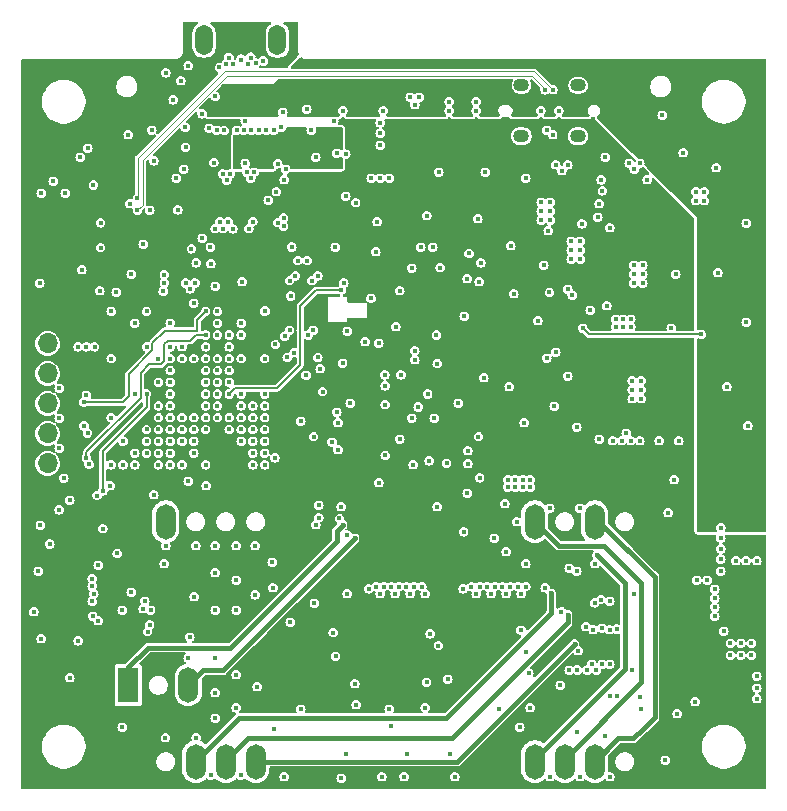
<source format=gbr>
%TF.GenerationSoftware,KiCad,Pcbnew,8.0.8*%
%TF.CreationDate,2025-05-19T19:47:46+02:00*%
%TF.ProjectId,hd_64_v0,68645f36-345f-4763-902e-6b696361645f,0.2*%
%TF.SameCoordinates,PX4737720PY55fe290*%
%TF.FileFunction,Copper,L5,Inr*%
%TF.FilePolarity,Positive*%
%FSLAX46Y46*%
G04 Gerber Fmt 4.6, Leading zero omitted, Abs format (unit mm)*
G04 Created by KiCad (PCBNEW 8.0.8) date 2025-05-19 19:47:46*
%MOMM*%
%LPD*%
G01*
G04 APERTURE LIST*
%TA.AperFunction,ComponentPad*%
%ADD10O,1.346200X1.092200*%
%TD*%
%TA.AperFunction,ComponentPad*%
%ADD11O,1.700000X3.000000*%
%TD*%
%TA.AperFunction,ComponentPad*%
%ADD12O,1.500000X2.550000*%
%TD*%
%TA.AperFunction,ComponentPad*%
%ADD13R,1.700000X1.700000*%
%TD*%
%TA.AperFunction,ComponentPad*%
%ADD14O,1.700000X1.700000*%
%TD*%
%TA.AperFunction,ComponentPad*%
%ADD15R,1.700000X3.000000*%
%TD*%
%TA.AperFunction,ViaPad*%
%ADD16C,0.400000*%
%TD*%
%TA.AperFunction,ViaPad*%
%ADD17C,0.450000*%
%TD*%
%TA.AperFunction,Conductor*%
%ADD18C,0.400000*%
%TD*%
%TA.AperFunction,Conductor*%
%ADD19C,0.200000*%
%TD*%
%TA.AperFunction,Conductor*%
%ADD20C,0.110000*%
%TD*%
G04 APERTURE END LIST*
D10*
X47358000Y55507999D03*
X42558000Y55507999D03*
X47358000Y59808001D03*
X42558000Y59808001D03*
D11*
X20066000Y2540000D03*
X17526000Y2540000D03*
X14986000Y2540000D03*
X48768000Y22860000D03*
X43688000Y22860000D03*
D12*
X21896000Y63627000D03*
X15696000Y63627000D03*
D11*
X48768000Y2540000D03*
X46228000Y2540000D03*
X43688000Y2540000D03*
D13*
X2438000Y40488000D03*
D14*
X2438000Y37948000D03*
X2438000Y35408000D03*
X2438000Y32868000D03*
X2438000Y30328000D03*
X2438000Y27788000D03*
D11*
X12446000Y22860000D03*
D15*
X9271000Y9017000D03*
D11*
X14351000Y9017000D03*
D16*
X52578000Y29718000D03*
X37973000Y25273000D03*
X45212000Y55626000D03*
X30607000Y54737000D03*
X36924000Y1270000D03*
X14859000Y16510000D03*
X20193000Y8890000D03*
X6624000Y25070000D03*
X54483000Y57277000D03*
X3937000Y50673000D03*
X16637000Y20828000D03*
X16124000Y56170000D03*
X16637000Y15367000D03*
X30607000Y56642000D03*
X16637000Y18542000D03*
X25527000Y35814000D03*
X32624000Y1270000D03*
X5724000Y33570000D03*
X14824000Y29670000D03*
X34824000Y13370000D03*
X43180000Y10033000D03*
X16256000Y1397000D03*
X62484000Y8763000D03*
X49149000Y49784000D03*
X52832000Y44577000D03*
X18923000Y43180000D03*
X21524000Y17270000D03*
X6731000Y14478000D03*
X30607000Y55753000D03*
X14351000Y11303000D03*
X21590000Y5334000D03*
X23624000Y44970000D03*
X52114000Y52705000D03*
X42164000Y22860000D03*
X17624000Y51770000D03*
X51435000Y30353000D03*
X12824000Y29670000D03*
X22606000Y52705000D03*
X19177000Y56769000D03*
X16256000Y44704000D03*
X41148000Y24384000D03*
X35179000Y31623000D03*
X41275000Y16764000D03*
X20024000Y16670000D03*
X6731000Y19177000D03*
X34524000Y9270000D03*
X15524000Y57390000D03*
X37211000Y32893000D03*
X48641000Y13716000D03*
X21463000Y19431000D03*
X59436000Y18669000D03*
X51689000Y53213000D03*
X31877000Y16764000D03*
X27813000Y16764000D03*
X57404000Y17907000D03*
X12824000Y30670000D03*
X62484000Y9779000D03*
X31924000Y39370000D03*
X44929342Y42276671D03*
X6424000Y37670000D03*
X29624000Y17170000D03*
X53213000Y51816000D03*
X48514000Y10795000D03*
X37668886Y22002827D03*
X46482000Y53086000D03*
X41275000Y20320000D03*
X6223000Y18034000D03*
X30607000Y51943000D03*
X44577000Y17272000D03*
X59182000Y43942000D03*
X45945342Y15254329D03*
X17824000Y37670000D03*
X50546000Y39370000D03*
X18415000Y20828000D03*
X12446000Y20828000D03*
X42545000Y16764000D03*
X31024000Y28470000D03*
X36322000Y9525000D03*
X25724000Y33870000D03*
X33528000Y36576000D03*
X42926000Y19304000D03*
X7824000Y36670000D03*
X9398000Y49784000D03*
X38124000Y45570000D03*
X52832000Y43053000D03*
X38862000Y48514000D03*
X40640000Y6985000D03*
X33824000Y32570000D03*
X32258000Y29845000D03*
X50292000Y29718000D03*
X5024000Y12770000D03*
X39497000Y52451000D03*
X16524000Y53270000D03*
X9525000Y16891000D03*
X50624000Y13770000D03*
X34544000Y48768000D03*
X59944000Y34290000D03*
X45466000Y53086000D03*
X40005000Y16764000D03*
X22352000Y57531000D03*
X16637000Y11303000D03*
X10824000Y30670000D03*
X52070000Y16764000D03*
X13824000Y29670000D03*
X35433000Y24130000D03*
X33147000Y58801000D03*
X11824000Y31670000D03*
X61595000Y39751000D03*
X58928000Y14859000D03*
X20824000Y31670000D03*
X12824000Y28670000D03*
X26524000Y29591000D03*
X28067000Y32893000D03*
X50546000Y40005000D03*
X14351000Y26289000D03*
X25146000Y22606000D03*
X18415000Y9906000D03*
X28575000Y7366000D03*
X10541000Y46355000D03*
X29845000Y51943000D03*
X9824000Y33670000D03*
X8255000Y42291000D03*
X22724000Y36770000D03*
X16989342Y61326671D03*
X42524000Y13670000D03*
X7824000Y40670000D03*
X59436000Y22352000D03*
X8763000Y5461000D03*
X2624000Y20970000D03*
X24765000Y56007000D03*
X38735000Y16764000D03*
X12824000Y36670000D03*
X33401000Y27686000D03*
X38989000Y43180000D03*
X12324000Y43070000D03*
X7824000Y31670000D03*
D17*
X26924000Y54070000D03*
D16*
X14824000Y30670000D03*
X13824000Y31670000D03*
D17*
X20824000Y40670000D03*
D16*
X30480000Y26162000D03*
X25324000Y36770000D03*
X37624000Y17170000D03*
X37719000Y40259000D03*
X45339000Y32639000D03*
X56261000Y54102000D03*
X59436000Y20574000D03*
X30226000Y45720000D03*
X21684000Y28260000D03*
X18415000Y7112000D03*
X22987000Y14351000D03*
X33528000Y58166000D03*
X14351000Y61468000D03*
X52705000Y33274000D03*
X3429000Y34163000D03*
X52705000Y34798000D03*
X24964000Y30070000D03*
X34417000Y16764000D03*
X8824000Y29670000D03*
X47498000Y1270000D03*
X12319000Y19304000D03*
X55880000Y29718000D03*
X18415000Y15367000D03*
X5842000Y54483000D03*
X12824000Y39670000D03*
X43942000Y39878000D03*
X13081000Y58570000D03*
X35362000Y38664000D03*
X22225000Y56261000D03*
X24324000Y35270000D03*
X23324000Y37170000D03*
X42418000Y5461000D03*
X26824000Y11470000D03*
X52832000Y43815000D03*
X51943000Y34036000D03*
X18824000Y39670000D03*
X4324000Y24670000D03*
X23876000Y31369000D03*
X32893000Y3170000D03*
X46863000Y42037000D03*
X16637000Y8382000D03*
X49657000Y53721000D03*
X59690000Y13589000D03*
X9525000Y43815000D03*
X31024000Y32770000D03*
X40259000Y21463000D03*
X6858000Y42418000D03*
X59436000Y21463000D03*
X44958000Y1270000D03*
X30607000Y16764000D03*
X29824000Y41770000D03*
X11104000Y49230000D03*
X28524000Y49870000D03*
X46609000Y10287000D03*
X14824000Y28670000D03*
X55245000Y39243000D03*
X5024000Y37670000D03*
X11430000Y25146000D03*
X35524000Y12370000D03*
X27148359Y23134726D03*
X61722000Y30988000D03*
X16824000Y36670000D03*
X23876000Y6985000D03*
X33909000Y58801000D03*
X7724000Y25908000D03*
X27686000Y50419000D03*
X15024000Y44770000D03*
X51943000Y33274000D03*
X14824000Y36670000D03*
X47244000Y5080000D03*
X49414000Y50870000D03*
X14097000Y56261000D03*
X13970000Y52705000D03*
X13716000Y60198000D03*
X51816000Y29718000D03*
X61595000Y48133000D03*
X25400000Y24257000D03*
X51816000Y39370000D03*
X51181000Y40005000D03*
X35560000Y52451000D03*
X26670000Y56769000D03*
X41656000Y46228000D03*
X20824000Y27670000D03*
X5946835Y27712912D03*
X19658833Y51920426D03*
X15024000Y4572000D03*
X5207000Y53721000D03*
X47498000Y24003000D03*
X3429000Y29083000D03*
X19177000Y53213000D03*
X52070000Y44577000D03*
X29337000Y38100000D03*
X3810000Y26543000D03*
X36524000Y3170000D03*
X14124000Y54570000D03*
X55753000Y6604000D03*
X31369000Y6985000D03*
X58928000Y15621000D03*
X21124000Y50070000D03*
X58293000Y17907000D03*
X21924000Y53170000D03*
X52705000Y34036000D03*
X13824000Y37670000D03*
X27686000Y3170000D03*
X51943000Y34798000D03*
X55626000Y43815000D03*
X10541000Y15494000D03*
X51943000Y10287000D03*
X50673000Y8128000D03*
X35433000Y36251000D03*
X52578000Y8001000D03*
X52070000Y43815000D03*
X50038000Y10795000D03*
X7824000Y27670000D03*
X27813000Y38989000D03*
X30353000Y48260000D03*
X57277000Y7620000D03*
X33147000Y16764000D03*
X13335000Y51943000D03*
X26924000Y32131000D03*
X30734000Y1270000D03*
X59055000Y52832000D03*
X39370000Y35052000D03*
X35052000Y46101000D03*
X59436000Y19685000D03*
X18824000Y31670000D03*
X17794329Y62131658D03*
X49657000Y4699000D03*
X18824000Y33670000D03*
X28448000Y9144000D03*
X27813000Y21717000D03*
X5334000Y44196000D03*
X4318000Y9652000D03*
X44704000Y36703000D03*
X1270000Y15240000D03*
X14478000Y13081000D03*
X7124000Y22270000D03*
X54737000Y2667000D03*
X12824000Y32670000D03*
X17024000Y48270000D03*
X47371000Y11938000D03*
X26797000Y46101000D03*
X24424000Y44970000D03*
X45466000Y37211000D03*
X39024000Y26570000D03*
X16824000Y32670000D03*
X37973000Y43434000D03*
X11274000Y56000000D03*
X48768000Y19304000D03*
X51054000Y29718000D03*
X27305000Y1143000D03*
X31369000Y51943000D03*
X33274000Y31623000D03*
X38924000Y30070000D03*
X1905000Y50673000D03*
X20701000Y61849000D03*
X50038000Y8128000D03*
X16824000Y39670000D03*
X44958000Y24003000D03*
X24384000Y57785000D03*
X15824000Y37670000D03*
X34417000Y7112000D03*
X3429000Y31623000D03*
X13462000Y49270000D03*
X58928000Y16383000D03*
X27524000Y43070000D03*
X5724000Y37670000D03*
X8324000Y20170000D03*
X49286563Y16261433D03*
X27432000Y57658000D03*
X39124000Y44770000D03*
X32258000Y42418000D03*
X15824000Y27670000D03*
X54991000Y23622000D03*
X16637000Y6223000D03*
X15824000Y33670000D03*
X6324000Y51370000D03*
X11444000Y53420000D03*
X41529000Y34290000D03*
X1824000Y22570000D03*
X23024000Y41970000D03*
X3424000Y23870000D03*
X12424000Y4572000D03*
X22924000Y43270000D03*
X30988000Y35306000D03*
X42926000Y11811000D03*
X50038000Y47752000D03*
X15824000Y35670000D03*
X18796000Y61976000D03*
X51181000Y39370000D03*
X16637000Y42799000D03*
X23424000Y43670000D03*
X19824000Y29670000D03*
X49022000Y48641000D03*
X20024000Y20828000D03*
X41910000Y42164000D03*
X20824000Y36670000D03*
X54229000Y29718000D03*
X52070000Y43053000D03*
X6924000Y48170000D03*
X14986000Y20828000D03*
X16824000Y34670000D03*
X12824000Y27670000D03*
X21724000Y37870000D03*
X1905000Y12954000D03*
X55499000Y26416000D03*
X46609000Y18923000D03*
X8763000Y15367000D03*
X15875000Y25908000D03*
X18796000Y1397000D03*
X58928000Y17145000D03*
X22479000Y1270000D03*
X33528000Y37338000D03*
X10824000Y37670000D03*
X19824000Y48270000D03*
X25024000Y15970000D03*
X43307000Y7112000D03*
X51816000Y40005000D03*
X45974000Y52578000D03*
X10911450Y13553128D03*
X38024000Y28870000D03*
X45847000Y9017000D03*
X42926000Y51943000D03*
X26624000Y13470000D03*
X9271000Y55626000D03*
X34624000Y33670000D03*
X38024000Y27770000D03*
X50038000Y1270000D03*
X44831000Y47498000D03*
X6350000Y16764000D03*
X6924000Y46070000D03*
X15824000Y31670000D03*
X5824000Y30370000D03*
X14624000Y45970000D03*
X1778000Y43053000D03*
X21909502Y48178699D03*
X42799000Y31242000D03*
X27424000Y36270000D03*
X2921000Y51689000D03*
X52578000Y53213000D03*
X44450000Y44577000D03*
X27305000Y24130000D03*
X17724000Y48270000D03*
X31496000Y5588000D03*
X9824000Y39670000D03*
X12824000Y34670000D03*
X1651000Y18669000D03*
X18415000Y17907000D03*
X19645244Y62155448D03*
X62484000Y7874000D03*
X16637000Y50892000D03*
X8171000Y51294000D03*
X54653000Y35941000D03*
X19824000Y36670000D03*
X56452000Y48768000D03*
X56452000Y48006000D03*
X51986000Y35941000D03*
X19824000Y33670000D03*
X52875000Y36830000D03*
X38735000Y56388000D03*
X27686000Y51054000D03*
X23124000Y33470000D03*
X55733000Y48006000D03*
X14963000Y14859000D03*
X23024000Y40370000D03*
X2436000Y16764000D03*
X10124000Y42570000D03*
X12624000Y46070000D03*
X54653000Y36830000D03*
X26058000Y27940000D03*
D17*
X28924000Y12470000D03*
D16*
X13824000Y39670000D03*
X22624000Y33070000D03*
X4826000Y34544000D03*
D17*
X20824000Y12470000D03*
D16*
X41529000Y40513000D03*
X5324000Y40370000D03*
X8824000Y33670000D03*
X52875000Y35941000D03*
X12324000Y17370000D03*
X6858000Y54356000D03*
X5724000Y40870000D03*
X23124000Y32670000D03*
X36218000Y28829000D03*
X28404000Y18244000D03*
X51986000Y36830000D03*
X2286000Y45974000D03*
X25146000Y50892000D03*
X19824000Y39670000D03*
X6124000Y40370000D03*
X27178000Y49784000D03*
X36449000Y56388000D03*
X6941500Y51370000D03*
X30376000Y30988000D03*
X2413000Y15494000D03*
X15824000Y39670000D03*
X5842000Y43434000D03*
D17*
X37024000Y12470000D03*
D16*
X5671500Y48159500D03*
X36532000Y18244000D03*
X7874000Y55372000D03*
X8824000Y36670000D03*
X55733000Y48768000D03*
X3810000Y49022000D03*
X24424000Y40570000D03*
X2921000Y48387000D03*
X8382000Y46101000D03*
X36449000Y55626000D03*
X20276000Y18244000D03*
X4826000Y29370000D03*
X13462000Y17410000D03*
X53764000Y36830000D03*
X53764000Y35941000D03*
X8824000Y39670000D03*
X38735000Y55626000D03*
X34739500Y28661000D03*
X20824000Y51270000D03*
X4924000Y22870000D03*
X25527000Y55880000D03*
X26289000Y55118000D03*
X27051000Y55118000D03*
X26289000Y55880000D03*
X20955000Y53086000D03*
X25527000Y55118000D03*
X27051000Y55880000D03*
X18542000Y53086000D03*
X22285000Y55499000D03*
X44239000Y49149000D03*
X14924000Y43070000D03*
X23124000Y46117000D03*
X11824000Y34670000D03*
X44239000Y48387000D03*
X14124000Y43070000D03*
X11824000Y32670000D03*
X47688500Y48069500D03*
X16224000Y46101000D03*
X11824000Y36670000D03*
X45001000Y49149000D03*
X14524000Y42570000D03*
X12824000Y37670000D03*
X45001000Y48387000D03*
X44239000Y49911000D03*
X47244000Y30861000D03*
X45001000Y49911000D03*
X28448000Y21463000D03*
X30252000Y17370000D03*
X17824000Y31670000D03*
X30889712Y17371840D03*
X17824000Y30670000D03*
X31552000Y17370000D03*
X18824000Y30670000D03*
X32202000Y17370000D03*
X18824000Y29670000D03*
X32827003Y17370000D03*
X19824000Y28670000D03*
X33452006Y17370000D03*
X19824000Y27670000D03*
X20824000Y28670000D03*
X34124000Y17370000D03*
X18824000Y32670000D03*
X38324000Y17370000D03*
X20824000Y29670000D03*
X39024000Y17370000D03*
X19824000Y30670000D03*
X39649003Y17370000D03*
X40324000Y17370000D03*
X20824000Y30670000D03*
X40949003Y17370000D03*
X19824000Y31670000D03*
X19824000Y32670000D03*
X41624000Y17370000D03*
X42249003Y17370000D03*
X20824000Y32670000D03*
X42924000Y17370000D03*
X20824000Y33670000D03*
X36218000Y27813000D03*
X35687000Y44368000D03*
X62032500Y12573000D03*
X60254500Y11557000D03*
X34739500Y28011000D03*
X61143500Y11557000D03*
X34036000Y46101000D03*
X30480000Y37973000D03*
X50038000Y16129000D03*
X32359500Y35301000D03*
X31024000Y34370000D03*
X62032500Y11557000D03*
X60254500Y12573000D03*
X52705000Y6985000D03*
X33274000Y44323000D03*
X50026529Y13714943D03*
X61143500Y12573000D03*
X16624000Y58870000D03*
X25146000Y53721000D03*
X17824000Y36670000D03*
X15524000Y46870000D03*
X16824000Y40670000D03*
X16624000Y47670000D03*
X17324000Y47670000D03*
X16824000Y38670000D03*
X18124000Y47662893D03*
X17824000Y38670000D03*
X19485000Y47670000D03*
X18824000Y38670000D03*
X27028000Y31242000D03*
X22424000Y47870000D03*
X22424000Y48570000D03*
X27028000Y28956000D03*
X22479000Y51816000D03*
X18824000Y36670000D03*
X17824000Y35670000D03*
X21809000Y50800000D03*
X20066000Y61722000D03*
X21590000Y56007000D03*
X19431000Y61595000D03*
X20955000Y56007000D03*
X20320000Y56007000D03*
X19939000Y52451000D03*
X19304000Y52451000D03*
X19685000Y56007000D03*
X19050000Y56016119D03*
X18161000Y61595000D03*
X17526000Y61595000D03*
X18450094Y56005350D03*
X17922875Y52324000D03*
X17399000Y55982750D03*
X16764000Y56007000D03*
X17272000Y52324000D03*
X17824000Y33670000D03*
X27324000Y42470000D03*
X11824000Y28670000D03*
X11824000Y27670000D03*
X46779000Y45847000D03*
X47541000Y45085000D03*
X16824000Y35670000D03*
X24524000Y38670000D03*
X46779000Y45085000D03*
X15824000Y34670000D03*
X15824000Y32670000D03*
X16824000Y31670000D03*
X22924000Y39070000D03*
X15824000Y30670000D03*
X14824000Y31670000D03*
X24824000Y43270000D03*
X47541000Y46609000D03*
X12824000Y33670000D03*
X22524000Y38570000D03*
X16824000Y33670000D03*
X47541000Y45847000D03*
X25324000Y43670000D03*
X46779000Y46609000D03*
X13824000Y36670000D03*
X24924000Y39070000D03*
X12824000Y31670000D03*
X13824000Y30670000D03*
X15824000Y36670000D03*
X12824000Y35670000D03*
X9824000Y27670000D03*
X42037000Y26416000D03*
X42037000Y25781000D03*
X43307000Y25781000D03*
X42672000Y26416000D03*
X41402000Y25781000D03*
X43307000Y26416000D03*
X42672000Y25781000D03*
X41402000Y26416000D03*
X49149000Y29845000D03*
X46482000Y35179000D03*
X48895000Y10287000D03*
X48133000Y10287000D03*
X47272658Y10301329D03*
X5524000Y32970000D03*
X15824000Y40670000D03*
X5524000Y30970000D03*
X14824000Y41370000D03*
X5724000Y28270000D03*
X15824000Y38670000D03*
X49319000Y51816000D03*
X30861000Y57658000D03*
X48387000Y40767000D03*
X46482000Y14986000D03*
X48753000Y15987000D03*
X45085000Y16789500D03*
X49403000Y10795000D03*
X47053500Y12509500D03*
X47244000Y18669000D03*
X12324000Y43770000D03*
X6268997Y14870000D03*
X11824000Y30670000D03*
X12219022Y42370000D03*
X10668000Y16129000D03*
X11824000Y29670000D03*
X6223000Y17410000D03*
X10824000Y29670000D03*
X11168000Y15367000D03*
X13824000Y27670000D03*
X10824000Y28670000D03*
X11080750Y14128750D03*
X9824000Y28670000D03*
X6223000Y16140000D03*
X25624000Y61468000D03*
X57785000Y24892000D03*
X59309000Y24892000D03*
X21124000Y59170000D03*
X50800000Y61468000D03*
X50800000Y60833000D03*
X59309000Y26416000D03*
X51562000Y61468000D03*
X51562000Y60833000D03*
X59309000Y27178000D03*
X26289000Y58801000D03*
X59309000Y25654000D03*
X58547000Y24892000D03*
X58039000Y50800000D03*
X57320000Y50800000D03*
X60706000Y19558000D03*
X38735000Y57658000D03*
X36449000Y57658000D03*
X47752000Y39243000D03*
X36449000Y58420000D03*
X57785000Y38735000D03*
X38735000Y58420000D03*
X61595000Y19558000D03*
X62484000Y19558000D03*
X57320000Y50038000D03*
X58039000Y50038000D03*
X7124000Y25470000D03*
X10824000Y33670000D03*
X49784000Y41148000D03*
X46482000Y42545000D03*
X45212000Y59436000D03*
X44704000Y56007000D03*
X10053000Y50301000D03*
X10053000Y49239000D03*
X44564000Y59420000D03*
X10824000Y40670000D03*
X12446000Y60858500D03*
X45720000Y57658000D03*
X44196000Y57658000D03*
X8824000Y27670000D03*
X27686000Y53975000D03*
X17824000Y34670000D03*
X27432000Y22606000D03*
X25400000Y23206003D03*
X48958500Y20002500D03*
X48006000Y13970000D03*
X49403000Y13843000D03*
D18*
X15621000Y10287000D02*
X14351000Y9017000D01*
X28448000Y21463000D02*
X17272000Y10287000D01*
X17272000Y10287000D02*
X15621000Y10287000D01*
D19*
X21851000Y34170000D02*
X18324000Y34170000D01*
X23824000Y41096000D02*
X23824000Y36143000D01*
X25198000Y42470000D02*
X23824000Y41096000D01*
X27324000Y42470000D02*
X25198000Y42470000D01*
X18324000Y34170000D02*
X17824000Y33670000D01*
X23824000Y36143000D02*
X21851000Y34170000D01*
X11324000Y37970000D02*
X11324000Y37370000D01*
X11324000Y37370000D02*
X9324000Y35370000D01*
X8831107Y32970000D02*
X5524000Y32970000D01*
X9324000Y35370000D02*
X9324000Y33462893D01*
X15124000Y39020000D02*
X12374000Y39020000D01*
X9324000Y33462893D02*
X8831107Y32970000D01*
X12374000Y39020000D02*
X11324000Y37970000D01*
X15124000Y39970000D02*
X15124000Y39020000D01*
X15824000Y40670000D02*
X15124000Y39970000D01*
X12324000Y37877107D02*
X12616893Y38170000D01*
X10324000Y33370000D02*
X10324000Y35470000D01*
X14526081Y38170000D02*
X15026081Y38670000D01*
X5724000Y28770000D02*
X10324000Y33370000D01*
X12031107Y36170000D02*
X12324000Y36462893D01*
X5724000Y28270000D02*
X5724000Y28770000D01*
X15026081Y38670000D02*
X15824000Y38670000D01*
X11024000Y36170000D02*
X12031107Y36170000D01*
X12616893Y38170000D02*
X14526081Y38170000D01*
X10324000Y35470000D02*
X11024000Y36170000D01*
X12324000Y36462893D02*
X12324000Y37877107D01*
D18*
X17526000Y2667000D02*
X17526000Y2540000D01*
X46482000Y14351000D02*
X36703000Y4572000D01*
X46482000Y14986000D02*
X46482000Y14351000D01*
X19431000Y4572000D02*
X17526000Y2667000D01*
X36703000Y4572000D02*
X19431000Y4572000D01*
X14986000Y2603500D02*
X14986000Y2540000D01*
X45085000Y16789500D02*
X45085000Y15113000D01*
X36195000Y6223000D02*
X18605500Y6223000D01*
X18605500Y6223000D02*
X14986000Y2603500D01*
X45085000Y15113000D02*
X36195000Y6223000D01*
X47053500Y12509500D02*
X37084000Y2540000D01*
X37084000Y2540000D02*
X20066000Y2540000D01*
X45720000Y20828000D02*
X43688000Y22860000D01*
X46228000Y2794000D02*
X52705000Y9271000D01*
X52705000Y17653000D02*
X49530000Y20828000D01*
X52705000Y9271000D02*
X52705000Y17653000D01*
X49530000Y20828000D02*
X45720000Y20828000D01*
X46228000Y2540000D02*
X46228000Y2794000D01*
X52832000Y5334000D02*
X53848000Y6350000D01*
X52832000Y5334000D02*
X52006500Y4508500D01*
X52006500Y4508500D02*
X50736500Y4508500D01*
X53848000Y6350000D02*
X53848000Y18161000D01*
X53848000Y18161000D02*
X49149000Y22860000D01*
X49149000Y22860000D02*
X48768000Y22860000D01*
X50736500Y4508500D02*
X48768000Y2540000D01*
D19*
X57785000Y38735000D02*
X48260000Y38735000D01*
X48260000Y38735000D02*
X47752000Y39243000D01*
X10824000Y32541000D02*
X10824000Y33670000D01*
X7124000Y28841000D02*
X10824000Y32541000D01*
X7124000Y25470000D02*
X7124000Y28841000D01*
D20*
X45212000Y59436000D02*
X43653000Y60995000D01*
X17449086Y60995000D02*
X10094000Y53639914D01*
X10094000Y50342000D02*
X10053000Y50301000D01*
X43653000Y60995000D02*
X17449086Y60995000D01*
X10094000Y53639914D02*
X10094000Y50342000D01*
X44564000Y59504172D02*
X43483172Y60585000D01*
X43483172Y60585000D02*
X17618914Y60585000D01*
X10508000Y49694000D02*
X10053000Y49239000D01*
X44564000Y59420000D02*
X44564000Y59504172D01*
X17618914Y60585000D02*
X10508000Y53474086D01*
X10508000Y53474086D02*
X10508000Y49694000D01*
D18*
X26924000Y22098000D02*
X26924000Y21209000D01*
X17907000Y12192000D02*
X10922000Y12192000D01*
X27432000Y22606000D02*
X26924000Y22098000D01*
X9271000Y10541000D02*
X9271000Y9017000D01*
X10922000Y12192000D02*
X9271000Y10541000D01*
X26924000Y21209000D02*
X17907000Y12192000D01*
X43688000Y2794000D02*
X43688000Y2540000D01*
X12446000Y23114000D02*
X12446000Y22860000D01*
X48958500Y20002500D02*
X51308000Y17653000D01*
X51308000Y10414000D02*
X43688000Y2794000D01*
X51308000Y17653000D02*
X51308000Y10414000D01*
%TA.AperFunction,Conductor*%
G36*
X15128590Y65184815D02*
G01*
X15174345Y65132011D01*
X15184289Y65062853D01*
X15155264Y64999297D01*
X15130442Y64977398D01*
X15058218Y64929140D01*
X15058214Y64929137D01*
X14918863Y64789786D01*
X14918860Y64789782D01*
X14809371Y64625921D01*
X14809364Y64625908D01*
X14733950Y64443840D01*
X14733947Y64443830D01*
X14695500Y64250544D01*
X14695500Y64250541D01*
X14695500Y63003459D01*
X14695500Y63003457D01*
X14695499Y63003457D01*
X14733947Y62810171D01*
X14733950Y62810161D01*
X14809364Y62628093D01*
X14809371Y62628080D01*
X14918860Y62464219D01*
X14918863Y62464215D01*
X15058214Y62324864D01*
X15058218Y62324861D01*
X15200187Y62230000D01*
X13716000Y62230000D01*
X13716000Y62230001D01*
X13731518Y62245519D01*
X13735685Y62259707D01*
X13752323Y62280353D01*
X13758327Y62286357D01*
X13758328Y62286358D01*
X13835864Y62402399D01*
X13889273Y62531338D01*
X13916500Y62668219D01*
X13916500Y62738000D01*
X13916500Y62777882D01*
X13916500Y65080500D01*
X13936185Y65147539D01*
X13988989Y65193294D01*
X14040500Y65204500D01*
X15061551Y65204500D01*
X15128590Y65184815D01*
G37*
%TD.AperFunction*%
%TA.AperFunction,Conductor*%
G36*
X21328590Y65184815D02*
G01*
X21374345Y65132011D01*
X21384289Y65062853D01*
X21355264Y64999297D01*
X21330442Y64977398D01*
X21258218Y64929140D01*
X21258214Y64929137D01*
X21118863Y64789786D01*
X21118860Y64789782D01*
X21009371Y64625921D01*
X21009364Y64625908D01*
X20933950Y64443840D01*
X20933947Y64443830D01*
X20895500Y64250544D01*
X20895500Y64250541D01*
X20895500Y63003459D01*
X20895500Y63003457D01*
X20895499Y63003457D01*
X20933947Y62810171D01*
X20933950Y62810161D01*
X21009364Y62628093D01*
X21009371Y62628080D01*
X21118860Y62464219D01*
X21118863Y62464215D01*
X21258214Y62324864D01*
X21258218Y62324861D01*
X21400187Y62230000D01*
X20941424Y62230000D01*
X20890069Y62263004D01*
X20890065Y62263006D01*
X20890064Y62263006D01*
X20765774Y62299500D01*
X20765772Y62299500D01*
X20636228Y62299500D01*
X20636226Y62299500D01*
X20511935Y62263006D01*
X20511932Y62263005D01*
X20511931Y62263004D01*
X20460576Y62230000D01*
X20099499Y62230000D01*
X20085136Y62261449D01*
X20085136Y62261452D01*
X20081941Y62283673D01*
X20080716Y62286357D01*
X20028126Y62401511D01*
X19943293Y62499415D01*
X19834313Y62569452D01*
X19834309Y62569454D01*
X19834308Y62569454D01*
X19710018Y62605948D01*
X19710016Y62605948D01*
X19580472Y62605948D01*
X19580470Y62605948D01*
X19456179Y62569454D01*
X19456176Y62569453D01*
X19456175Y62569452D01*
X19437198Y62557256D01*
X19347194Y62499415D01*
X19262362Y62401511D01*
X19262361Y62401511D01*
X19254827Y62385013D01*
X19209070Y62332211D01*
X19142030Y62312528D01*
X19074995Y62332212D01*
X19069238Y62335912D01*
X18985069Y62390004D01*
X18985065Y62390006D01*
X18985064Y62390006D01*
X18860774Y62426500D01*
X18860772Y62426500D01*
X18731228Y62426500D01*
X18731226Y62426500D01*
X18606935Y62390006D01*
X18606932Y62390005D01*
X18606931Y62390004D01*
X18522762Y62335912D01*
X18497948Y62319965D01*
X18431537Y62243322D01*
X18410808Y62230000D01*
X18264839Y62230000D01*
X18244111Y62243321D01*
X18225030Y62273013D01*
X18177213Y62377718D01*
X18177211Y62377720D01*
X18177211Y62377721D01*
X18092378Y62475625D01*
X17983398Y62545662D01*
X17983394Y62545664D01*
X17983393Y62545664D01*
X17859103Y62582158D01*
X17859101Y62582158D01*
X17729557Y62582158D01*
X17729555Y62582158D01*
X17605264Y62545664D01*
X17605261Y62545663D01*
X17605260Y62545662D01*
X17562373Y62518100D01*
X17496279Y62475625D01*
X17411447Y62377721D01*
X17411446Y62377720D01*
X17357631Y62259884D01*
X17353335Y62230000D01*
X16191812Y62230000D01*
X16333782Y62324861D01*
X16473139Y62464218D01*
X16582632Y62628086D01*
X16658051Y62810165D01*
X16696500Y63003459D01*
X16696500Y64250541D01*
X16696500Y64250544D01*
X16658052Y64443830D01*
X16658051Y64443831D01*
X16658051Y64443835D01*
X16658049Y64443840D01*
X16582635Y64625908D01*
X16582628Y64625921D01*
X16473139Y64789782D01*
X16473136Y64789786D01*
X16333785Y64929137D01*
X16333781Y64929140D01*
X16261558Y64977398D01*
X16216753Y65031010D01*
X16208046Y65100335D01*
X16238200Y65163363D01*
X16297644Y65200082D01*
X16330449Y65204500D01*
X21261551Y65204500D01*
X21328590Y65184815D01*
G37*
%TD.AperFunction*%
%TA.AperFunction,Conductor*%
G36*
X23618539Y65184815D02*
G01*
X23664294Y65132011D01*
X23675500Y65080500D01*
X23675500Y62668215D01*
X23702725Y62531346D01*
X23702728Y62531334D01*
X23708210Y62518100D01*
X23715679Y62448631D01*
X23684403Y62386152D01*
X23667960Y62371381D01*
X23620579Y62335912D01*
X23620568Y62335903D01*
X23514665Y62230000D01*
X22391812Y62230000D01*
X22533782Y62324861D01*
X22673139Y62464218D01*
X22782632Y62628086D01*
X22858051Y62810165D01*
X22896500Y63003459D01*
X22896500Y64250541D01*
X22896500Y64250544D01*
X22858052Y64443830D01*
X22858051Y64443831D01*
X22858051Y64443835D01*
X22858049Y64443840D01*
X22782635Y64625908D01*
X22782628Y64625921D01*
X22673139Y64789782D01*
X22673136Y64789786D01*
X22533785Y64929137D01*
X22533781Y64929140D01*
X22461558Y64977398D01*
X22416753Y65031010D01*
X22408046Y65100335D01*
X22438200Y65163363D01*
X22497644Y65200082D01*
X22530449Y65204500D01*
X23551500Y65204500D01*
X23618539Y65184815D01*
G37*
%TD.AperFunction*%
%TA.AperFunction,Conductor*%
G36*
X24321591Y56241315D02*
G01*
X24367346Y56188511D01*
X24377290Y56119353D01*
X24377025Y56117602D01*
X24359508Y56007003D01*
X24359508Y56006997D01*
X24379352Y55881700D01*
X24379352Y55881699D01*
X24397805Y55845483D01*
X24436950Y55768658D01*
X24436952Y55768656D01*
X24436954Y55768653D01*
X24526652Y55678955D01*
X24526654Y55678954D01*
X24526658Y55678950D01*
X24639696Y55621354D01*
X24639697Y55621354D01*
X24639699Y55621353D01*
X24764997Y55601508D01*
X24765000Y55601508D01*
X24765003Y55601508D01*
X24890300Y55621353D01*
X24890301Y55621353D01*
X24890302Y55621354D01*
X24890304Y55621354D01*
X25003342Y55678950D01*
X25093050Y55768658D01*
X25150646Y55881696D01*
X25150646Y55881698D01*
X25150647Y55881699D01*
X25150647Y55881700D01*
X25170492Y56006997D01*
X25170492Y56007003D01*
X25152975Y56117602D01*
X25161930Y56186896D01*
X25206926Y56240348D01*
X25273678Y56260987D01*
X25275448Y56261000D01*
X27308000Y56261000D01*
X27375039Y56241315D01*
X27420794Y56188511D01*
X27432000Y56137000D01*
X27432000Y54427755D01*
X27412315Y54360716D01*
X27359511Y54314961D01*
X27290353Y54305017D01*
X27226797Y54334042D01*
X27220319Y54340074D01*
X27162347Y54398046D01*
X27162344Y54398048D01*
X27162342Y54398050D01*
X27049304Y54455646D01*
X27049303Y54455647D01*
X27049300Y54455648D01*
X26924003Y54475492D01*
X26923997Y54475492D01*
X26798699Y54455648D01*
X26798698Y54455648D01*
X26743957Y54427755D01*
X26685658Y54398050D01*
X26685657Y54398049D01*
X26685652Y54398046D01*
X26595954Y54308348D01*
X26595951Y54308343D01*
X26538352Y54195302D01*
X26538352Y54195301D01*
X26518508Y54070004D01*
X26518508Y54069997D01*
X26538352Y53944700D01*
X26538352Y53944699D01*
X26538354Y53944696D01*
X26595950Y53831658D01*
X26595952Y53831656D01*
X26595954Y53831653D01*
X26685652Y53741955D01*
X26685654Y53741954D01*
X26685658Y53741950D01*
X26798696Y53684354D01*
X26798697Y53684354D01*
X26798699Y53684353D01*
X26923997Y53664508D01*
X26924000Y53664508D01*
X26924003Y53664508D01*
X27049300Y53684353D01*
X27049301Y53684353D01*
X27049302Y53684354D01*
X27049304Y53684354D01*
X27162342Y53741950D01*
X27170745Y53750353D01*
X27232067Y53783840D01*
X27301759Y53778858D01*
X27350135Y53742647D01*
X27351048Y53743559D01*
X27357392Y53737215D01*
X27357694Y53736989D01*
X27357906Y53736701D01*
X27395680Y53698928D01*
X27429166Y53637605D01*
X27432000Y53611246D01*
X27432000Y52829000D01*
X27412315Y52761961D01*
X27359511Y52716206D01*
X27308000Y52705000D01*
X23117398Y52705000D01*
X23050359Y52724685D01*
X23004604Y52777489D01*
X22994925Y52809601D01*
X22991646Y52830304D01*
X22934050Y52943342D01*
X22934046Y52943346D01*
X22934045Y52943348D01*
X22844347Y53033046D01*
X22844344Y53033048D01*
X22844342Y53033050D01*
X22731304Y53090646D01*
X22731303Y53090647D01*
X22731300Y53090648D01*
X22606003Y53110492D01*
X22605997Y53110492D01*
X22471056Y53089120D01*
X22470568Y53092201D01*
X22417061Y53090682D01*
X22357235Y53126774D01*
X22326419Y53189481D01*
X22326134Y53191205D01*
X22309647Y53295301D01*
X22309647Y53295302D01*
X22309646Y53295304D01*
X22252050Y53408342D01*
X22252046Y53408346D01*
X22252045Y53408348D01*
X22162347Y53498046D01*
X22162344Y53498048D01*
X22162342Y53498050D01*
X22049304Y53555646D01*
X22049303Y53555647D01*
X22049300Y53555648D01*
X21924003Y53575492D01*
X21923997Y53575492D01*
X21798699Y53555648D01*
X21798698Y53555648D01*
X21723337Y53517249D01*
X21685658Y53498050D01*
X21685657Y53498049D01*
X21685652Y53498046D01*
X21595954Y53408348D01*
X21595951Y53408343D01*
X21595950Y53408342D01*
X21576751Y53370663D01*
X21538352Y53295302D01*
X21538352Y53295301D01*
X21518508Y53170004D01*
X21518508Y53169997D01*
X21538352Y53044700D01*
X21538352Y53044699D01*
X21538354Y53044696D01*
X21595950Y52931658D01*
X21595952Y52931656D01*
X21595954Y52931653D01*
X21610926Y52916681D01*
X21644411Y52855358D01*
X21639427Y52785666D01*
X21597555Y52729733D01*
X21532091Y52705316D01*
X21523245Y52705000D01*
X20302754Y52705000D01*
X20235715Y52724685D01*
X20215072Y52741320D01*
X20177346Y52779047D01*
X20177344Y52779048D01*
X20177342Y52779050D01*
X20064304Y52836646D01*
X20064303Y52836647D01*
X20064300Y52836648D01*
X19939003Y52856492D01*
X19938997Y52856492D01*
X19813699Y52836648D01*
X19813698Y52836648D01*
X19760623Y52809604D01*
X19700658Y52779050D01*
X19700657Y52779050D01*
X19700655Y52779048D01*
X19694378Y52774488D01*
X19628570Y52751014D01*
X19560517Y52766844D01*
X19548622Y52774488D01*
X19542343Y52779050D01*
X19540120Y52780182D01*
X19537909Y52782270D01*
X19534454Y52784780D01*
X19534778Y52785228D01*
X19489326Y52828159D01*
X19472533Y52895980D01*
X19495073Y52962114D01*
X19501370Y52969594D01*
X19505042Y52974651D01*
X19505050Y52974658D01*
X19562646Y53087696D01*
X19562646Y53087698D01*
X19562647Y53087699D01*
X19562647Y53087700D01*
X19582492Y53212997D01*
X19582492Y53213004D01*
X19562647Y53338301D01*
X19562647Y53338302D01*
X19534801Y53392952D01*
X19505050Y53451342D01*
X19505046Y53451346D01*
X19505045Y53451348D01*
X19415347Y53541046D01*
X19415344Y53541048D01*
X19415342Y53541050D01*
X19302304Y53598646D01*
X19302303Y53598647D01*
X19302300Y53598648D01*
X19177003Y53618492D01*
X19176997Y53618492D01*
X19051699Y53598648D01*
X19051698Y53598648D01*
X18976337Y53560249D01*
X18938658Y53541050D01*
X18938657Y53541049D01*
X18938652Y53541046D01*
X18848954Y53451348D01*
X18848951Y53451343D01*
X18791352Y53338302D01*
X18791352Y53338301D01*
X18771508Y53213004D01*
X18771508Y53212997D01*
X18791352Y53087700D01*
X18791352Y53087699D01*
X18791354Y53087696D01*
X18848950Y52974658D01*
X18848952Y52974656D01*
X18848954Y52974653D01*
X18906926Y52916681D01*
X18940411Y52855358D01*
X18935427Y52785666D01*
X18893555Y52729733D01*
X18828091Y52705316D01*
X18819245Y52705000D01*
X18285000Y52705000D01*
X18217961Y52724685D01*
X18172206Y52777489D01*
X18161000Y52829000D01*
X18161000Y53721004D01*
X24740508Y53721004D01*
X24740508Y53720997D01*
X24760352Y53595700D01*
X24760352Y53595699D01*
X24778805Y53559483D01*
X24817950Y53482658D01*
X24817952Y53482656D01*
X24817954Y53482653D01*
X24907652Y53392955D01*
X24907654Y53392954D01*
X24907658Y53392950D01*
X25020696Y53335354D01*
X25020697Y53335354D01*
X25020699Y53335353D01*
X25145997Y53315508D01*
X25146000Y53315508D01*
X25146003Y53315508D01*
X25271300Y53335353D01*
X25271301Y53335353D01*
X25271302Y53335354D01*
X25271304Y53335354D01*
X25384342Y53392950D01*
X25474050Y53482658D01*
X25531646Y53595696D01*
X25531646Y53595698D01*
X25531647Y53595699D01*
X25531647Y53595700D01*
X25551492Y53720997D01*
X25551492Y53721004D01*
X25531647Y53846301D01*
X25531647Y53846302D01*
X25529918Y53849696D01*
X25474050Y53959342D01*
X25474046Y53959346D01*
X25474045Y53959348D01*
X25384347Y54049046D01*
X25384344Y54049048D01*
X25384342Y54049050D01*
X25271304Y54106646D01*
X25271303Y54106647D01*
X25271300Y54106648D01*
X25146003Y54126492D01*
X25145997Y54126492D01*
X25020699Y54106648D01*
X25020698Y54106648D01*
X24948769Y54069997D01*
X24907658Y54049050D01*
X24907657Y54049049D01*
X24907652Y54049046D01*
X24817954Y53959348D01*
X24817951Y53959343D01*
X24817950Y53959342D01*
X24798751Y53921663D01*
X24760352Y53846302D01*
X24760352Y53846301D01*
X24740508Y53721004D01*
X18161000Y53721004D01*
X18161000Y55502252D01*
X18180685Y55569291D01*
X18233489Y55615046D01*
X18302647Y55624990D01*
X18323329Y55620179D01*
X18324786Y55619706D01*
X18324790Y55619704D01*
X18324793Y55619704D01*
X18324795Y55619703D01*
X18450091Y55599858D01*
X18450094Y55599858D01*
X18450097Y55599858D01*
X18575394Y55619703D01*
X18575395Y55619703D01*
X18575396Y55619704D01*
X18575398Y55619704D01*
X18688436Y55677300D01*
X18688436Y55677301D01*
X18697132Y55681731D01*
X18698019Y55679989D01*
X18752256Y55699349D01*
X18815645Y55686038D01*
X18924696Y55630473D01*
X18924697Y55630473D01*
X18924699Y55630472D01*
X19049997Y55610627D01*
X19050000Y55610627D01*
X19050003Y55610627D01*
X19175300Y55630472D01*
X19175301Y55630472D01*
X19175302Y55630473D01*
X19175304Y55630473D01*
X19288342Y55688069D01*
X19288352Y55688080D01*
X19289064Y55688595D01*
X19290095Y55688964D01*
X19297037Y55692500D01*
X19297493Y55691604D01*
X19354868Y55712082D01*
X19422923Y55696264D01*
X19438545Y55684396D01*
X19438759Y55684689D01*
X19446653Y55678955D01*
X19446658Y55678950D01*
X19559696Y55621354D01*
X19559697Y55621354D01*
X19559699Y55621353D01*
X19684997Y55601508D01*
X19685000Y55601508D01*
X19685003Y55601508D01*
X19810300Y55621353D01*
X19810301Y55621353D01*
X19810302Y55621354D01*
X19810304Y55621354D01*
X19923342Y55678950D01*
X19923344Y55678953D01*
X19923347Y55678954D01*
X19929618Y55683509D01*
X19995425Y55706987D01*
X20063478Y55691160D01*
X20075382Y55683509D01*
X20081652Y55678954D01*
X20081656Y55678952D01*
X20081658Y55678950D01*
X20194696Y55621354D01*
X20194697Y55621354D01*
X20194699Y55621353D01*
X20319997Y55601508D01*
X20320000Y55601508D01*
X20320003Y55601508D01*
X20445300Y55621353D01*
X20445301Y55621353D01*
X20445302Y55621354D01*
X20445304Y55621354D01*
X20558342Y55678950D01*
X20558344Y55678953D01*
X20558347Y55678954D01*
X20564618Y55683509D01*
X20630425Y55706987D01*
X20698478Y55691160D01*
X20710382Y55683509D01*
X20716652Y55678954D01*
X20716656Y55678952D01*
X20716658Y55678950D01*
X20829696Y55621354D01*
X20829697Y55621354D01*
X20829699Y55621353D01*
X20954997Y55601508D01*
X20955000Y55601508D01*
X20955003Y55601508D01*
X21080300Y55621353D01*
X21080301Y55621353D01*
X21080302Y55621354D01*
X21080304Y55621354D01*
X21193342Y55678950D01*
X21193344Y55678953D01*
X21193347Y55678954D01*
X21199618Y55683509D01*
X21265425Y55706987D01*
X21333478Y55691160D01*
X21345382Y55683509D01*
X21351652Y55678954D01*
X21351656Y55678952D01*
X21351658Y55678950D01*
X21464696Y55621354D01*
X21464697Y55621354D01*
X21464699Y55621353D01*
X21589997Y55601508D01*
X21590000Y55601508D01*
X21590003Y55601508D01*
X21715300Y55621353D01*
X21715301Y55621353D01*
X21715302Y55621354D01*
X21715304Y55621354D01*
X21828342Y55678950D01*
X21918050Y55768658D01*
X21942414Y55816476D01*
X21990385Y55867269D01*
X22058206Y55884065D01*
X22091220Y55878108D01*
X22099698Y55875353D01*
X22224997Y55855508D01*
X22225000Y55855508D01*
X22225003Y55855508D01*
X22350300Y55875353D01*
X22350301Y55875353D01*
X22350302Y55875354D01*
X22350304Y55875354D01*
X22463342Y55932950D01*
X22553050Y56022658D01*
X22610646Y56135696D01*
X22613924Y56156398D01*
X22643853Y56219531D01*
X22703164Y56256463D01*
X22736398Y56261000D01*
X24254552Y56261000D01*
X24321591Y56241315D01*
G37*
%TD.AperFunction*%
%TA.AperFunction,Conductor*%
G36*
X15418749Y62188027D02*
G01*
X15602384Y62151500D01*
X15602385Y62151500D01*
X15789615Y62151500D01*
X15789616Y62151500D01*
X15973251Y62188027D01*
X16074582Y62230000D01*
X17404413Y62230000D01*
X17396026Y62177050D01*
X17388837Y62131659D01*
X17388837Y62131658D01*
X17400602Y62057374D01*
X17391030Y61996942D01*
X17347767Y61953678D01*
X17287659Y61923051D01*
X17197949Y61833341D01*
X17167322Y61773233D01*
X17124057Y61729969D01*
X17063626Y61720398D01*
X16989343Y61732163D01*
X16989342Y61732163D01*
X16864038Y61712317D01*
X16864034Y61712316D01*
X16751001Y61654722D01*
X16661291Y61565012D01*
X16603697Y61451979D01*
X16603696Y61451975D01*
X16583850Y61326672D01*
X16583850Y61326671D01*
X16603696Y61201368D01*
X16603697Y61201364D01*
X16656954Y61096842D01*
X16661292Y61088329D01*
X16751000Y60998621D01*
X16780080Y60983804D01*
X16855074Y60945592D01*
X16898338Y60902327D01*
X16907909Y60841895D01*
X16880132Y60787379D01*
X11781871Y55689118D01*
X11727354Y55661341D01*
X11666922Y55670912D01*
X11623657Y55714177D01*
X11614086Y55774609D01*
X11623655Y55804061D01*
X11659646Y55874696D01*
X11679492Y56000000D01*
X11678644Y56005351D01*
X11672413Y56044697D01*
X11659646Y56125304D01*
X11602050Y56238342D01*
X11512342Y56328050D01*
X11462492Y56353450D01*
X11399307Y56385645D01*
X11399304Y56385646D01*
X11274000Y56405492D01*
X11148696Y56385646D01*
X11148692Y56385645D01*
X11035659Y56328051D01*
X10945949Y56238341D01*
X10888355Y56125308D01*
X10888354Y56125304D01*
X10869356Y56005351D01*
X10868508Y56000000D01*
X10888249Y55875356D01*
X10888354Y55874697D01*
X10888355Y55874693D01*
X10905039Y55841950D01*
X10945950Y55761658D01*
X11035658Y55671950D01*
X11148696Y55614354D01*
X11274000Y55594508D01*
X11399304Y55614354D01*
X11469935Y55650343D01*
X11530363Y55659914D01*
X11584880Y55632138D01*
X11612659Y55577622D01*
X11603088Y55517189D01*
X11584882Y55492129D01*
X9949272Y53856518D01*
X9949271Y53856517D01*
X9949270Y53856518D01*
X9877396Y53784643D01*
X9857287Y53736093D01*
X9840892Y53696511D01*
X9840891Y53696508D01*
X9838500Y53690739D01*
X9838500Y50693899D01*
X9819593Y50635708D01*
X9809509Y50623902D01*
X9747268Y50561660D01*
X9724949Y50539341D01*
X9667355Y50426308D01*
X9667354Y50426304D01*
X9647508Y50301001D01*
X9647508Y50300999D01*
X9650907Y50279537D01*
X9641335Y50219105D01*
X9598071Y50175841D01*
X9537638Y50166270D01*
X9524095Y50169521D01*
X9398000Y50189492D01*
X9272696Y50169646D01*
X9272692Y50169645D01*
X9159659Y50112051D01*
X9069949Y50022341D01*
X9012355Y49909308D01*
X9012354Y49909304D01*
X8992777Y49785696D01*
X8992508Y49784000D01*
X9011433Y49664508D01*
X9012354Y49658697D01*
X9012355Y49658693D01*
X9042259Y49600004D01*
X9069950Y49545658D01*
X9159658Y49455950D01*
X9264825Y49402365D01*
X9270201Y49399625D01*
X9272696Y49398354D01*
X9398000Y49378508D01*
X9523304Y49398354D01*
X9523309Y49398357D01*
X9527204Y49399622D01*
X9588390Y49399625D01*
X9637891Y49363663D01*
X9656801Y49305473D01*
X9655582Y49289983D01*
X9647508Y49239003D01*
X9647508Y49239000D01*
X9661762Y49149000D01*
X9667354Y49113697D01*
X9667355Y49113693D01*
X9709155Y49031658D01*
X9724950Y49000658D01*
X9814658Y48910950D01*
X9927696Y48853354D01*
X10053000Y48833508D01*
X10178304Y48853354D01*
X10291342Y48910950D01*
X10381050Y49000658D01*
X10438646Y49113696D01*
X10458492Y49239000D01*
X10458492Y49239003D01*
X10458492Y49242154D01*
X10459466Y49245155D01*
X10459711Y49246696D01*
X10459955Y49246658D01*
X10477399Y49300345D01*
X10487488Y49312157D01*
X10538232Y49362902D01*
X10592748Y49390680D01*
X10653180Y49381109D01*
X10696445Y49337845D01*
X10706017Y49277413D01*
X10706017Y49277412D01*
X10705525Y49274304D01*
X10698508Y49230000D01*
X10716928Y49113697D01*
X10718354Y49104697D01*
X10718355Y49104693D01*
X10758123Y49026645D01*
X10775950Y48991658D01*
X10865658Y48901950D01*
X10978696Y48844354D01*
X11104000Y48824508D01*
X11229304Y48844354D01*
X11342342Y48901950D01*
X11432050Y48991658D01*
X11489646Y49104696D01*
X11509492Y49230000D01*
X11503157Y49270000D01*
X13056508Y49270000D01*
X13074936Y49153646D01*
X13076354Y49144697D01*
X13076355Y49144693D01*
X13101140Y49096051D01*
X13133950Y49031658D01*
X13223658Y48941950D01*
X13336696Y48884354D01*
X13462000Y48864508D01*
X13587304Y48884354D01*
X13700342Y48941950D01*
X13790050Y49031658D01*
X13847646Y49144696D01*
X13867492Y49270000D01*
X13847646Y49395304D01*
X13790050Y49508342D01*
X13700342Y49598050D01*
X13665808Y49615646D01*
X13587307Y49655645D01*
X13587304Y49655646D01*
X13462000Y49675492D01*
X13336696Y49655646D01*
X13336692Y49655645D01*
X13223659Y49598051D01*
X13133949Y49508341D01*
X13076355Y49395308D01*
X13076354Y49395304D01*
X13056508Y49270000D01*
X11503157Y49270000D01*
X11489646Y49355304D01*
X11432050Y49468342D01*
X11342342Y49558050D01*
X11324679Y49567050D01*
X11229307Y49615645D01*
X11229304Y49615646D01*
X11104000Y49635492D01*
X10978696Y49615646D01*
X10978694Y49615646D01*
X10907445Y49579342D01*
X10847013Y49569771D01*
X10792496Y49597549D01*
X10764719Y49652065D01*
X10763500Y49667552D01*
X10763500Y50070001D01*
X20718508Y50070001D01*
X20718508Y50070000D01*
X20738354Y49944697D01*
X20738355Y49944693D01*
X20764275Y49893823D01*
X20795950Y49831658D01*
X20885658Y49741950D01*
X20998696Y49684354D01*
X21124000Y49664508D01*
X21249304Y49684354D01*
X21362342Y49741950D01*
X21452050Y49831658D01*
X21471586Y49870000D01*
X28118508Y49870000D01*
X28133304Y49776578D01*
X28138354Y49744697D01*
X28138355Y49744693D01*
X28169099Y49684356D01*
X28195950Y49631658D01*
X28285658Y49541950D01*
X28398696Y49484354D01*
X28524000Y49464508D01*
X28649304Y49484354D01*
X28762342Y49541950D01*
X28852050Y49631658D01*
X28909646Y49744696D01*
X28929492Y49870000D01*
X28922998Y49911000D01*
X43833508Y49911000D01*
X43846074Y49831658D01*
X43853354Y49785697D01*
X43853355Y49785693D01*
X43878874Y49735610D01*
X43910950Y49672658D01*
X43983606Y49600002D01*
X44011382Y49545487D01*
X44001811Y49485055D01*
X43983607Y49460000D01*
X43923233Y49399625D01*
X43910949Y49387341D01*
X43853355Y49274308D01*
X43853354Y49274304D01*
X43833508Y49149000D01*
X43840525Y49104693D01*
X43853354Y49023697D01*
X43853355Y49023693D01*
X43888027Y48955646D01*
X43910950Y48910658D01*
X43983606Y48838002D01*
X44011382Y48783487D01*
X44001811Y48723055D01*
X43983607Y48698000D01*
X43941254Y48655646D01*
X43910949Y48625341D01*
X43853355Y48512308D01*
X43853354Y48512304D01*
X43833777Y48388696D01*
X43833508Y48387000D01*
X43852839Y48264945D01*
X43853354Y48261697D01*
X43853355Y48261693D01*
X43874599Y48220000D01*
X43910950Y48148658D01*
X44000658Y48058950D01*
X44113696Y48001354D01*
X44239000Y47981508D01*
X44364304Y48001354D01*
X44477342Y48058950D01*
X44549998Y48131607D01*
X44604513Y48159382D01*
X44664945Y48149811D01*
X44690000Y48131608D01*
X44762658Y48058950D01*
X44762660Y48058949D01*
X44768168Y48053441D01*
X44765799Y48051073D01*
X44793157Y48013442D01*
X44793175Y47952257D01*
X44757225Y47902746D01*
X44714505Y47885042D01*
X44705699Y47883647D01*
X44705692Y47883645D01*
X44592659Y47826051D01*
X44502949Y47736341D01*
X44445355Y47623308D01*
X44445354Y47623304D01*
X44425508Y47498000D01*
X44436015Y47431658D01*
X44445354Y47372697D01*
X44445355Y47372693D01*
X44461019Y47341952D01*
X44502950Y47259658D01*
X44592658Y47169950D01*
X44705696Y47112354D01*
X44831000Y47092508D01*
X44956304Y47112354D01*
X45069342Y47169950D01*
X45159050Y47259658D01*
X45216646Y47372696D01*
X45236492Y47498000D01*
X45216646Y47623304D01*
X45159050Y47736342D01*
X45069342Y47826050D01*
X45069339Y47826052D01*
X45063832Y47831559D01*
X45066197Y47833925D01*
X45038836Y47871578D01*
X45038831Y47932764D01*
X45074791Y47982267D01*
X45117500Y47999960D01*
X45126304Y48001354D01*
X45239342Y48058950D01*
X45249892Y48069500D01*
X47283008Y48069500D01*
X47296944Y47981508D01*
X47302854Y47944197D01*
X47302855Y47944193D01*
X47350519Y47850649D01*
X47360450Y47831158D01*
X47450158Y47741450D01*
X47563196Y47683854D01*
X47688500Y47664008D01*
X47813804Y47683854D01*
X47926842Y47741450D01*
X47937392Y47752000D01*
X49632508Y47752000D01*
X49646444Y47664008D01*
X49652354Y47626697D01*
X49652355Y47626693D01*
X49654080Y47623308D01*
X49709950Y47513658D01*
X49799658Y47423950D01*
X49912696Y47366354D01*
X50038000Y47346508D01*
X50163304Y47366354D01*
X50276342Y47423950D01*
X50366050Y47513658D01*
X50423646Y47626696D01*
X50443492Y47752000D01*
X50423646Y47877304D01*
X50366050Y47990342D01*
X50276342Y48080050D01*
X50267094Y48084762D01*
X50163307Y48137645D01*
X50163304Y48137646D01*
X50038000Y48157492D01*
X49912696Y48137646D01*
X49912692Y48137645D01*
X49799659Y48080051D01*
X49709949Y47990341D01*
X49652355Y47877308D01*
X49652354Y47877304D01*
X49636739Y47778711D01*
X49632508Y47752000D01*
X47937392Y47752000D01*
X48016550Y47831158D01*
X48074146Y47944196D01*
X48093992Y48069500D01*
X48093162Y48074738D01*
X48086508Y48116753D01*
X48074146Y48194804D01*
X48016550Y48307842D01*
X47926842Y48397550D01*
X47843628Y48439950D01*
X47813807Y48455145D01*
X47813804Y48455146D01*
X47688500Y48474992D01*
X47563196Y48455146D01*
X47563192Y48455145D01*
X47450159Y48397551D01*
X47360449Y48307841D01*
X47302855Y48194808D01*
X47302854Y48194804D01*
X47283640Y48073488D01*
X47283008Y48069500D01*
X45249892Y48069500D01*
X45329050Y48148658D01*
X45386646Y48261696D01*
X45406492Y48387000D01*
X45406223Y48388696D01*
X45401734Y48417041D01*
X45386646Y48512304D01*
X45329050Y48625342D01*
X45313392Y48641000D01*
X48616508Y48641000D01*
X48634307Y48528618D01*
X48636354Y48515697D01*
X48636355Y48515693D01*
X48662051Y48465263D01*
X48693950Y48402658D01*
X48783658Y48312950D01*
X48896696Y48255354D01*
X49022000Y48235508D01*
X49147304Y48255354D01*
X49260342Y48312950D01*
X49350050Y48402658D01*
X49407646Y48515696D01*
X49427492Y48641000D01*
X49427223Y48642696D01*
X49418891Y48695305D01*
X49407646Y48766304D01*
X49350050Y48879342D01*
X49260342Y48969050D01*
X49215968Y48991660D01*
X49147307Y49026645D01*
X49147304Y49026646D01*
X49022000Y49046492D01*
X48896696Y49026646D01*
X48896692Y49026645D01*
X48783659Y48969051D01*
X48693949Y48879341D01*
X48636355Y48766308D01*
X48636354Y48766304D01*
X48616777Y48642696D01*
X48616508Y48641000D01*
X45313392Y48641000D01*
X45256393Y48697999D01*
X45228618Y48752513D01*
X45238189Y48812945D01*
X45256392Y48838001D01*
X45329050Y48910658D01*
X45386646Y49023696D01*
X45406492Y49149000D01*
X45386646Y49274304D01*
X45329050Y49387342D01*
X45256393Y49459999D01*
X45228618Y49514513D01*
X45238189Y49574945D01*
X45256392Y49600001D01*
X45329050Y49672658D01*
X45385782Y49784000D01*
X48743508Y49784000D01*
X48762433Y49664508D01*
X48763354Y49658697D01*
X48763355Y49658693D01*
X48793259Y49600004D01*
X48820950Y49545658D01*
X48910658Y49455950D01*
X49015825Y49402365D01*
X49021201Y49399625D01*
X49023696Y49398354D01*
X49149000Y49378508D01*
X49274304Y49398354D01*
X49387342Y49455950D01*
X49477050Y49545658D01*
X49534646Y49658696D01*
X49554492Y49784000D01*
X49554223Y49785696D01*
X49543950Y49850559D01*
X49534646Y49909304D01*
X49477050Y50022342D01*
X49387342Y50112050D01*
X49314153Y50149342D01*
X49274307Y50169645D01*
X49274304Y50169646D01*
X49149000Y50189492D01*
X49023696Y50169646D01*
X49023692Y50169645D01*
X48910659Y50112051D01*
X48820949Y50022341D01*
X48763355Y49909308D01*
X48763354Y49909304D01*
X48743777Y49785696D01*
X48743508Y49784000D01*
X45385782Y49784000D01*
X45386646Y49785696D01*
X45406492Y49911000D01*
X45405802Y49915354D01*
X45403778Y49928134D01*
X45386646Y50036304D01*
X45329050Y50149342D01*
X45239342Y50239050D01*
X45206771Y50255646D01*
X45126307Y50296645D01*
X45126304Y50296646D01*
X45001000Y50316492D01*
X44875696Y50296646D01*
X44875692Y50296645D01*
X44762659Y50239051D01*
X44762658Y50239051D01*
X44762658Y50239050D01*
X44690001Y50166394D01*
X44635487Y50138618D01*
X44575055Y50148189D01*
X44549999Y50166393D01*
X44477342Y50239050D01*
X44444771Y50255646D01*
X44364307Y50296645D01*
X44364304Y50296646D01*
X44239000Y50316492D01*
X44113696Y50296646D01*
X44113692Y50296645D01*
X44000659Y50239051D01*
X43910949Y50149341D01*
X43853355Y50036308D01*
X43853354Y50036304D01*
X43834198Y49915354D01*
X43833508Y49911000D01*
X28922998Y49911000D01*
X28909646Y49995304D01*
X28852050Y50108342D01*
X28762342Y50198050D01*
X28729824Y50214619D01*
X28649307Y50255645D01*
X28649304Y50255646D01*
X28524000Y50275492D01*
X28398696Y50255646D01*
X28398692Y50255645D01*
X28285658Y50198050D01*
X28285656Y50198049D01*
X28191943Y50104336D01*
X28185539Y50101074D01*
X28185840Y50099174D01*
X28176269Y50069716D01*
X28138354Y49995306D01*
X28138354Y49995304D01*
X28130339Y49944696D01*
X28118508Y49870000D01*
X21471586Y49870000D01*
X21509646Y49944696D01*
X21529492Y50070000D01*
X21509646Y50195304D01*
X21452050Y50308342D01*
X21362342Y50398050D01*
X21330340Y50414356D01*
X21249307Y50455645D01*
X21249304Y50455646D01*
X21124000Y50475492D01*
X20998696Y50455646D01*
X20998692Y50455645D01*
X20885659Y50398051D01*
X20795949Y50308341D01*
X20738355Y50195308D01*
X20738354Y50195304D01*
X20718508Y50070001D01*
X10763500Y50070001D01*
X10763500Y50800001D01*
X21403508Y50800001D01*
X21403508Y50800000D01*
X21423354Y50674697D01*
X21423355Y50674693D01*
X21449500Y50623382D01*
X21480950Y50561658D01*
X21570658Y50471950D01*
X21683696Y50414354D01*
X21809000Y50394508D01*
X21934304Y50414354D01*
X21943422Y50419000D01*
X27280508Y50419000D01*
X27298034Y50308341D01*
X27300354Y50293697D01*
X27300355Y50293693D01*
X27338268Y50219286D01*
X27357950Y50180658D01*
X27447658Y50090950D01*
X27560696Y50033354D01*
X27686000Y50013508D01*
X27811304Y50033354D01*
X27924342Y50090950D01*
X28014050Y50180658D01*
X28014051Y50180661D01*
X28018055Y50184664D01*
X28024459Y50187928D01*
X28024159Y50189828D01*
X28033729Y50219281D01*
X28071646Y50293696D01*
X28091492Y50419000D01*
X28071646Y50544304D01*
X28014050Y50657342D01*
X27924342Y50747050D01*
X27920406Y50749056D01*
X27811307Y50804645D01*
X27811304Y50804646D01*
X27686000Y50824492D01*
X27560696Y50804646D01*
X27560692Y50804645D01*
X27447659Y50747051D01*
X27357949Y50657341D01*
X27300355Y50544308D01*
X27300354Y50544304D01*
X27280508Y50419000D01*
X21943422Y50419000D01*
X22047342Y50471950D01*
X22137050Y50561658D01*
X22194646Y50674696D01*
X22214492Y50800000D01*
X22194646Y50925304D01*
X22137050Y51038342D01*
X22047342Y51128050D01*
X22040257Y51131660D01*
X21934307Y51185645D01*
X21934304Y51185646D01*
X21809000Y51205492D01*
X21683696Y51185646D01*
X21683692Y51185645D01*
X21570659Y51128051D01*
X21480949Y51038341D01*
X21423355Y50925308D01*
X21423354Y50925304D01*
X21403508Y50800001D01*
X10763500Y50800001D01*
X10763500Y51943000D01*
X12929508Y51943000D01*
X12944882Y51845929D01*
X12949354Y51817697D01*
X12949355Y51817693D01*
X13001486Y51715382D01*
X13006950Y51704658D01*
X13096658Y51614950D01*
X13209696Y51557354D01*
X13335000Y51537508D01*
X13460304Y51557354D01*
X13573342Y51614950D01*
X13663050Y51704658D01*
X13720646Y51817696D01*
X13740492Y51943000D01*
X13720646Y52068304D01*
X13663050Y52181342D01*
X13634945Y52209447D01*
X13607170Y52263961D01*
X13608858Y52274621D01*
X13584561Y52270772D01*
X13555104Y52280343D01*
X13460304Y52328646D01*
X13335000Y52348492D01*
X13209696Y52328646D01*
X13209692Y52328645D01*
X13096659Y52271051D01*
X13006949Y52181341D01*
X12949355Y52068308D01*
X12949354Y52068304D01*
X12930558Y51949627D01*
X12929508Y51943000D01*
X10763500Y51943000D01*
X10763500Y52705000D01*
X13564508Y52705000D01*
X13583538Y52584845D01*
X13584354Y52579697D01*
X13584355Y52579693D01*
X13625149Y52499632D01*
X13641950Y52466658D01*
X13670053Y52438555D01*
X13697829Y52384040D01*
X13696140Y52373381D01*
X13720438Y52377229D01*
X13749895Y52367658D01*
X13844696Y52319354D01*
X13970000Y52299508D01*
X14095304Y52319354D01*
X14208342Y52376950D01*
X14298050Y52466658D01*
X14355646Y52579696D01*
X14375492Y52705000D01*
X14355646Y52830304D01*
X14298050Y52943342D01*
X14208342Y53033050D01*
X14171349Y53051899D01*
X14095307Y53090645D01*
X14095304Y53090646D01*
X13970000Y53110492D01*
X13844696Y53090646D01*
X13844692Y53090645D01*
X13731659Y53033051D01*
X13641949Y52943341D01*
X13584355Y52830308D01*
X13584354Y52830304D01*
X13567123Y52721508D01*
X13564508Y52705000D01*
X10763500Y52705000D01*
X10763500Y53327248D01*
X10782407Y53385439D01*
X10792490Y53397246D01*
X10870592Y53475349D01*
X10925108Y53503124D01*
X10985540Y53493553D01*
X11028805Y53450288D01*
X11038376Y53420830D01*
X11058354Y53294697D01*
X11058355Y53294693D01*
X11113944Y53185594D01*
X11115950Y53181658D01*
X11205658Y53091950D01*
X11318696Y53034354D01*
X11444000Y53014508D01*
X11569304Y53034354D01*
X11682342Y53091950D01*
X11772050Y53181658D01*
X11817063Y53270000D01*
X16118508Y53270000D01*
X16127804Y53211304D01*
X16138354Y53144697D01*
X16138355Y53144693D01*
X16171749Y53079155D01*
X16195950Y53031658D01*
X16285658Y52941950D01*
X16398696Y52884354D01*
X16524000Y52864508D01*
X16649304Y52884354D01*
X16762342Y52941950D01*
X16852050Y53031658D01*
X16909646Y53144696D01*
X16929492Y53270000D01*
X16909646Y53395304D01*
X16852050Y53508342D01*
X16762342Y53598050D01*
X16758406Y53600056D01*
X16649307Y53655645D01*
X16649304Y53655646D01*
X16524000Y53675492D01*
X16398696Y53655646D01*
X16398692Y53655645D01*
X16285659Y53598051D01*
X16195949Y53508341D01*
X16138355Y53395308D01*
X16138354Y53395304D01*
X16122420Y53294697D01*
X16118508Y53270000D01*
X11817063Y53270000D01*
X11829646Y53294696D01*
X11849492Y53420000D01*
X11829646Y53545304D01*
X11772050Y53658342D01*
X11682342Y53748050D01*
X11610525Y53784643D01*
X11569307Y53805645D01*
X11569304Y53805646D01*
X11540790Y53810163D01*
X11443170Y53825624D01*
X11388653Y53853402D01*
X11360876Y53907918D01*
X11370448Y53968350D01*
X11388650Y53993407D01*
X11965244Y54570001D01*
X13718508Y54570001D01*
X13718508Y54570000D01*
X13738354Y54444697D01*
X13738355Y54444693D01*
X13759739Y54402725D01*
X13795950Y54331658D01*
X13885658Y54241950D01*
X13998696Y54184354D01*
X14124000Y54164508D01*
X14249304Y54184354D01*
X14362342Y54241950D01*
X14452050Y54331658D01*
X14509646Y54444696D01*
X14529492Y54570000D01*
X14509646Y54695304D01*
X14452050Y54808342D01*
X14362342Y54898050D01*
X14303411Y54928077D01*
X14249307Y54955645D01*
X14249304Y54955646D01*
X14124000Y54975492D01*
X13998696Y54955646D01*
X13998692Y54955645D01*
X13885659Y54898051D01*
X13795949Y54808341D01*
X13738355Y54695308D01*
X13738354Y54695304D01*
X13718508Y54570001D01*
X11965244Y54570001D01*
X13554107Y56158864D01*
X13608622Y56186639D01*
X13669054Y56177068D01*
X13712318Y56133803D01*
X13764933Y56030541D01*
X13768950Y56022658D01*
X13858658Y55932950D01*
X13971696Y55875354D01*
X14097000Y55855508D01*
X14222304Y55875354D01*
X14335342Y55932950D01*
X14425050Y56022658D01*
X14482646Y56135696D01*
X14488079Y56170000D01*
X15718508Y56170000D01*
X15725586Y56125308D01*
X15738354Y56044697D01*
X15738355Y56044693D01*
X15769917Y55982750D01*
X15795950Y55931658D01*
X15885658Y55841950D01*
X15998696Y55784354D01*
X16124000Y55764508D01*
X16249304Y55784354D01*
X16302922Y55811675D01*
X16363353Y55821246D01*
X16417870Y55793470D01*
X16431336Y55774935D01*
X16431372Y55774960D01*
X16435948Y55768661D01*
X16435950Y55768658D01*
X16525658Y55678950D01*
X16638696Y55621354D01*
X16764000Y55601508D01*
X16889304Y55621354D01*
X17002342Y55678950D01*
X17002342Y55678951D01*
X17002345Y55678952D01*
X17008648Y55683531D01*
X17010147Y55681467D01*
X17053869Y55703754D01*
X17114303Y55694194D01*
X17139375Y55675983D01*
X17160658Y55654700D01*
X17273696Y55597104D01*
X17399000Y55577258D01*
X17524304Y55597104D01*
X17637342Y55654700D01*
X17727050Y55744408D01*
X17784646Y55857446D01*
X17804492Y55982750D01*
X17804305Y55983928D01*
X17801760Y56000001D01*
X17784646Y56108054D01*
X17727050Y56221092D01*
X17637342Y56310800D01*
X17623039Y56318088D01*
X17524307Y56368395D01*
X17524304Y56368396D01*
X17399000Y56388242D01*
X17273696Y56368396D01*
X17273692Y56368395D01*
X17160658Y56310800D01*
X17154353Y56306219D01*
X17152858Y56308277D01*
X17109072Y56285988D01*
X17048644Y56295583D01*
X17023623Y56313769D01*
X17002342Y56335050D01*
X16962849Y56355173D01*
X16889307Y56392645D01*
X16889304Y56392646D01*
X16764000Y56412492D01*
X16638696Y56392646D01*
X16638691Y56392645D01*
X16585077Y56365327D01*
X16524645Y56355756D01*
X16470129Y56383534D01*
X16456667Y56402062D01*
X16456632Y56402036D01*
X16452053Y56408338D01*
X16452051Y56408340D01*
X16452050Y56408342D01*
X16362342Y56498050D01*
X16329508Y56514780D01*
X16249307Y56555645D01*
X16249304Y56555646D01*
X16124000Y56575492D01*
X15998696Y56555646D01*
X15998692Y56555645D01*
X15885659Y56498051D01*
X15795949Y56408341D01*
X15738355Y56295308D01*
X15738354Y56295304D01*
X15725317Y56212988D01*
X15718508Y56170000D01*
X14488079Y56170000D01*
X14502492Y56261000D01*
X14482646Y56386304D01*
X14425050Y56499342D01*
X14335342Y56589050D01*
X14335339Y56589052D01*
X14224197Y56645682D01*
X14180932Y56688946D01*
X14171361Y56749378D01*
X14199136Y56803893D01*
X14965778Y57570535D01*
X15020293Y57598310D01*
X15080725Y57588739D01*
X15123990Y57545474D01*
X15133561Y57485042D01*
X15118508Y57390001D01*
X15118508Y57390000D01*
X15138354Y57264697D01*
X15138355Y57264693D01*
X15178371Y57186159D01*
X15195950Y57151658D01*
X15285658Y57061950D01*
X15398696Y57004354D01*
X15524000Y56984508D01*
X15649304Y57004354D01*
X15714692Y57037671D01*
X15775124Y57047243D01*
X15826133Y57021253D01*
X15826289Y57021456D01*
X15827394Y57020611D01*
X15829641Y57019466D01*
X15830351Y57018749D01*
X15831910Y57017157D01*
X15831914Y57017154D01*
X15911723Y56972512D01*
X15911727Y56972510D01*
X15978760Y56952827D01*
X15978767Y56952825D01*
X16036665Y56944500D01*
X18683390Y56944500D01*
X18741581Y56925593D01*
X18777545Y56876093D01*
X18781171Y56830014D01*
X18771508Y56769002D01*
X18771508Y56769000D01*
X18791039Y56645682D01*
X18791354Y56643697D01*
X18791355Y56643693D01*
X18826106Y56575492D01*
X18848950Y56530658D01*
X18863553Y56516055D01*
X18891329Y56461540D01*
X18881758Y56401108D01*
X18838497Y56357845D01*
X18811657Y56344169D01*
X18805353Y56339588D01*
X18804187Y56341193D01*
X18758826Y56318088D01*
X18698395Y56327667D01*
X18692030Y56331568D01*
X18688437Y56333399D01*
X18688436Y56333400D01*
X18611942Y56372376D01*
X18575401Y56390995D01*
X18575398Y56390996D01*
X18450094Y56410842D01*
X18324790Y56390996D01*
X18324786Y56390995D01*
X18211753Y56333401D01*
X18122043Y56243691D01*
X18064449Y56130658D01*
X18064448Y56130654D01*
X18047344Y56022660D01*
X18044602Y56005350D01*
X18064448Y55880046D01*
X18075963Y55857446D01*
X18078605Y55852262D01*
X18088177Y55791831D01*
X18060401Y55737314D01*
X18055231Y55732500D01*
X18046122Y55724607D01*
X18046098Y55724585D01*
X18028155Y55707005D01*
X18028153Y55707003D01*
X17983511Y55627194D01*
X17983509Y55627190D01*
X17963826Y55560157D01*
X17963824Y55560148D01*
X17955500Y55502252D01*
X17955500Y52829003D01*
X17955642Y52826355D01*
X17954666Y52826303D01*
X17942809Y52769962D01*
X17897422Y52728929D01*
X17872461Y52721508D01*
X17797571Y52709646D01*
X17797567Y52709645D01*
X17684533Y52652050D01*
X17684530Y52652048D01*
X17667439Y52634957D01*
X17612922Y52607181D01*
X17552490Y52616753D01*
X17527436Y52634956D01*
X17510342Y52652050D01*
X17489809Y52662512D01*
X17397307Y52709645D01*
X17397304Y52709646D01*
X17272000Y52729492D01*
X17146696Y52709646D01*
X17146692Y52709645D01*
X17033659Y52652051D01*
X16943949Y52562341D01*
X16886355Y52449308D01*
X16886354Y52449304D01*
X16866777Y52325696D01*
X16866508Y52324000D01*
X16885395Y52204748D01*
X16886354Y52198697D01*
X16886355Y52198693D01*
X16924948Y52122951D01*
X16943950Y52085658D01*
X17033658Y51995950D01*
X17146696Y51938354D01*
X17146700Y51938354D01*
X17154103Y51935948D01*
X17153553Y51934258D01*
X17199496Y51910850D01*
X17227275Y51856334D01*
X17227275Y51825359D01*
X17218508Y51770003D01*
X17218508Y51770000D01*
X17229903Y51698051D01*
X17238354Y51644697D01*
X17238355Y51644693D01*
X17272512Y51577658D01*
X17295950Y51531658D01*
X17385658Y51441950D01*
X17498696Y51384354D01*
X17624000Y51364508D01*
X17749304Y51384354D01*
X17862342Y51441950D01*
X17952050Y51531658D01*
X18009646Y51644696D01*
X18029492Y51770000D01*
X18017465Y51845933D01*
X18027036Y51906361D01*
X18070298Y51949625D01*
X18161217Y51995950D01*
X18250925Y52085658D01*
X18308521Y52198696D01*
X18328367Y52324000D01*
X18328099Y52325693D01*
X18318704Y52385014D01*
X18328276Y52445446D01*
X18371540Y52488710D01*
X18416485Y52499500D01*
X18806272Y52499500D01*
X18864463Y52480593D01*
X18900427Y52431093D01*
X18904053Y52415988D01*
X18918354Y52325697D01*
X18918355Y52325693D01*
X18950623Y52262365D01*
X18975950Y52212658D01*
X19065658Y52122950D01*
X19178696Y52065354D01*
X19178700Y52065354D01*
X19186103Y52062948D01*
X19185469Y52060999D01*
X19230634Y52037992D01*
X19258417Y51983478D01*
X19258420Y51952496D01*
X19253341Y51920425D01*
X19273187Y51795123D01*
X19273188Y51795119D01*
X19313817Y51715382D01*
X19330783Y51682084D01*
X19420491Y51592376D01*
X19533529Y51534780D01*
X19658833Y51514934D01*
X19784137Y51534780D01*
X19897175Y51592376D01*
X19986883Y51682084D01*
X20044479Y51795122D01*
X20064325Y51920426D01*
X20054335Y51983501D01*
X20063906Y52043932D01*
X20107168Y52087195D01*
X20177342Y52122950D01*
X20267050Y52212658D01*
X20324646Y52325696D01*
X20338947Y52415988D01*
X20366725Y52470504D01*
X20421242Y52498281D01*
X20436728Y52499500D01*
X21523251Y52499500D01*
X21523897Y52499512D01*
X21530581Y52499631D01*
X21539427Y52499947D01*
X21603906Y52512773D01*
X21669370Y52537190D01*
X21692339Y52547397D01*
X21762065Y52606579D01*
X21803937Y52662512D01*
X21817744Y52683523D01*
X21821069Y52694436D01*
X21856114Y52744586D01*
X21913947Y52764561D01*
X21916208Y52764403D01*
X21916208Y52764508D01*
X21924000Y52764508D01*
X22049304Y52784354D01*
X22056562Y52788052D01*
X22116994Y52797624D01*
X22171511Y52769847D01*
X22199289Y52715331D01*
X22199701Y52710094D01*
X22203910Y52683520D01*
X22219538Y52584845D01*
X22220354Y52579697D01*
X22220355Y52579693D01*
X22261149Y52499632D01*
X22277950Y52466658D01*
X22367658Y52376950D01*
X22367660Y52376949D01*
X22367661Y52376948D01*
X22373026Y52373050D01*
X22408990Y52323551D01*
X22408991Y52262365D01*
X22373028Y52212865D01*
X22359782Y52204748D01*
X22240659Y52144051D01*
X22150949Y52054341D01*
X22093355Y51941308D01*
X22093354Y51941304D01*
X22073508Y51816001D01*
X22073508Y51816000D01*
X22093354Y51690697D01*
X22093355Y51690693D01*
X22116792Y51644696D01*
X22150950Y51577658D01*
X22240658Y51487950D01*
X22353696Y51430354D01*
X22479000Y51410508D01*
X22604304Y51430354D01*
X22717342Y51487950D01*
X22807050Y51577658D01*
X22864646Y51690696D01*
X22884492Y51816000D01*
X22884223Y51817696D01*
X22871956Y51895148D01*
X22864646Y51941304D01*
X22863782Y51943000D01*
X29439508Y51943000D01*
X29454882Y51845929D01*
X29459354Y51817697D01*
X29459355Y51817693D01*
X29511486Y51715382D01*
X29516950Y51704658D01*
X29606658Y51614950D01*
X29719696Y51557354D01*
X29845000Y51537508D01*
X29970304Y51557354D01*
X30083342Y51614950D01*
X30155998Y51687607D01*
X30210513Y51715382D01*
X30270945Y51705811D01*
X30296000Y51687608D01*
X30368658Y51614950D01*
X30481696Y51557354D01*
X30607000Y51537508D01*
X30732304Y51557354D01*
X30845342Y51614950D01*
X30917998Y51687607D01*
X30972513Y51715382D01*
X31032945Y51705811D01*
X31058000Y51687608D01*
X31130658Y51614950D01*
X31243696Y51557354D01*
X31369000Y51537508D01*
X31494304Y51557354D01*
X31607342Y51614950D01*
X31697050Y51704658D01*
X31754646Y51817696D01*
X31774492Y51943000D01*
X42520508Y51943000D01*
X42535882Y51845929D01*
X42540354Y51817697D01*
X42540355Y51817693D01*
X42592486Y51715382D01*
X42597950Y51704658D01*
X42687658Y51614950D01*
X42800696Y51557354D01*
X42926000Y51537508D01*
X43051304Y51557354D01*
X43164342Y51614950D01*
X43254050Y51704658D01*
X43310782Y51816001D01*
X48913508Y51816001D01*
X48913508Y51816000D01*
X48933354Y51690697D01*
X48933355Y51690693D01*
X48956792Y51644696D01*
X48990950Y51577658D01*
X49080658Y51487950D01*
X49193696Y51430354D01*
X49226803Y51425111D01*
X49281319Y51397334D01*
X49309097Y51342818D01*
X49299526Y51282386D01*
X49256262Y51239121D01*
X49175659Y51198051D01*
X49085949Y51108341D01*
X49028355Y50995308D01*
X49028354Y50995304D01*
X49008508Y50870000D01*
X49019863Y50798304D01*
X49028354Y50744697D01*
X49028355Y50744693D01*
X49064885Y50673000D01*
X49085950Y50631658D01*
X49175658Y50541950D01*
X49288696Y50484354D01*
X49414000Y50464508D01*
X49539304Y50484354D01*
X49652342Y50541950D01*
X49742050Y50631658D01*
X49799646Y50744696D01*
X49819492Y50870000D01*
X49799646Y50995304D01*
X49742050Y51108342D01*
X49652342Y51198050D01*
X49637736Y51205492D01*
X49539307Y51255645D01*
X49539304Y51255646D01*
X49519275Y51258819D01*
X49506195Y51260890D01*
X49451679Y51288668D01*
X49423902Y51343185D01*
X49433474Y51403617D01*
X49476736Y51446880D01*
X49557342Y51487950D01*
X49647050Y51577658D01*
X49704646Y51690696D01*
X49724492Y51816000D01*
X49724223Y51817696D01*
X49711956Y51895148D01*
X49704646Y51941304D01*
X49647050Y52054342D01*
X49557342Y52144050D01*
X49505200Y52170618D01*
X49444307Y52201645D01*
X49444304Y52201646D01*
X49319000Y52221492D01*
X49193696Y52201646D01*
X49193692Y52201645D01*
X49080659Y52144051D01*
X48990949Y52054341D01*
X48933355Y51941308D01*
X48933354Y51941304D01*
X48913508Y51816001D01*
X43310782Y51816001D01*
X43311646Y51817696D01*
X43331492Y51943000D01*
X43311646Y52068304D01*
X43254050Y52181342D01*
X43164342Y52271050D01*
X43146104Y52280343D01*
X43051307Y52328645D01*
X43051304Y52328646D01*
X42926000Y52348492D01*
X42800696Y52328646D01*
X42800692Y52328645D01*
X42687659Y52271051D01*
X42597949Y52181341D01*
X42540355Y52068308D01*
X42540354Y52068304D01*
X42521558Y51949627D01*
X42520508Y51943000D01*
X31774492Y51943000D01*
X31754646Y52068304D01*
X31697050Y52181342D01*
X31607342Y52271050D01*
X31589104Y52280343D01*
X31494307Y52328645D01*
X31494304Y52328646D01*
X31369000Y52348492D01*
X31243696Y52328646D01*
X31243692Y52328645D01*
X31130659Y52271051D01*
X31130658Y52271051D01*
X31130658Y52271050D01*
X31058001Y52198394D01*
X31003487Y52170618D01*
X30943055Y52180189D01*
X30917999Y52198393D01*
X30845342Y52271050D01*
X30827104Y52280343D01*
X30732307Y52328645D01*
X30732304Y52328646D01*
X30607000Y52348492D01*
X30481696Y52328646D01*
X30481692Y52328645D01*
X30368659Y52271051D01*
X30368658Y52271051D01*
X30368658Y52271050D01*
X30296001Y52198394D01*
X30241487Y52170618D01*
X30181055Y52180189D01*
X30155999Y52198393D01*
X30083342Y52271050D01*
X30065104Y52280343D01*
X29970307Y52328645D01*
X29970304Y52328646D01*
X29845000Y52348492D01*
X29719696Y52328646D01*
X29719692Y52328645D01*
X29606659Y52271051D01*
X29516949Y52181341D01*
X29459355Y52068308D01*
X29459354Y52068304D01*
X29440558Y51949627D01*
X29439508Y51943000D01*
X22863782Y51943000D01*
X22807050Y52054342D01*
X22717342Y52144050D01*
X22717339Y52144052D01*
X22717336Y52144055D01*
X22711972Y52147952D01*
X22676008Y52197452D01*
X22676009Y52258637D01*
X22711973Y52308137D01*
X22725218Y52316254D01*
X22731301Y52319354D01*
X22731304Y52319354D01*
X22844342Y52376950D01*
X22918393Y52451001D01*
X35154508Y52451001D01*
X35154508Y52451000D01*
X35174354Y52325697D01*
X35174355Y52325693D01*
X35206623Y52262365D01*
X35231950Y52212658D01*
X35321658Y52122950D01*
X35434696Y52065354D01*
X35560000Y52045508D01*
X35685304Y52065354D01*
X35798342Y52122950D01*
X35888050Y52212658D01*
X35945646Y52325696D01*
X35965492Y52451000D01*
X35965492Y52451001D01*
X39091508Y52451001D01*
X39091508Y52451000D01*
X39111354Y52325697D01*
X39111355Y52325693D01*
X39143623Y52262365D01*
X39168950Y52212658D01*
X39258658Y52122950D01*
X39371696Y52065354D01*
X39497000Y52045508D01*
X39622304Y52065354D01*
X39735342Y52122950D01*
X39825050Y52212658D01*
X39882646Y52325696D01*
X39902492Y52451000D01*
X39902223Y52452696D01*
X39896519Y52488710D01*
X39882646Y52576304D01*
X39825050Y52689342D01*
X39735342Y52779050D01*
X39690601Y52801847D01*
X39622307Y52836645D01*
X39622304Y52836646D01*
X39497000Y52856492D01*
X39371696Y52836646D01*
X39371692Y52836645D01*
X39258659Y52779051D01*
X39168949Y52689341D01*
X39111355Y52576308D01*
X39111354Y52576304D01*
X39091508Y52451001D01*
X35965492Y52451001D01*
X35965223Y52452696D01*
X35959519Y52488710D01*
X35945646Y52576304D01*
X35888050Y52689342D01*
X35798342Y52779050D01*
X35753601Y52801847D01*
X35685307Y52836645D01*
X35685304Y52836646D01*
X35560000Y52856492D01*
X35434696Y52836646D01*
X35434692Y52836645D01*
X35321659Y52779051D01*
X35231949Y52689341D01*
X35174355Y52576308D01*
X35174354Y52576304D01*
X35154508Y52451001D01*
X22918393Y52451001D01*
X22934050Y52466658D01*
X22934053Y52466663D01*
X22938632Y52472964D01*
X22941154Y52471132D01*
X22974539Y52504559D01*
X23034964Y52514170D01*
X23047438Y52511367D01*
X23059500Y52507825D01*
X23117398Y52499500D01*
X23117399Y52499500D01*
X27307995Y52499500D01*
X27308000Y52499500D01*
X27351684Y52504197D01*
X27403195Y52515403D01*
X27413373Y52517890D01*
X27494085Y52560900D01*
X27546889Y52606655D01*
X27564843Y52624246D01*
X27564844Y52624249D01*
X27564846Y52624250D01*
X27609488Y52704059D01*
X27609490Y52704063D01*
X27615235Y52723627D01*
X27629175Y52771102D01*
X27637500Y52829000D01*
X27637500Y53086001D01*
X45060508Y53086001D01*
X45060508Y53086000D01*
X45080354Y52960697D01*
X45080355Y52960693D01*
X45104013Y52914263D01*
X45137950Y52847658D01*
X45227658Y52757950D01*
X45340696Y52700354D01*
X45466000Y52680508D01*
X45469508Y52680508D01*
X45472844Y52679424D01*
X45473696Y52679289D01*
X45473674Y52679155D01*
X45527699Y52661601D01*
X45563663Y52612101D01*
X45568508Y52581508D01*
X45568508Y52577999D01*
X45588354Y52452697D01*
X45588355Y52452693D01*
X45626948Y52376951D01*
X45645950Y52339658D01*
X45735658Y52249950D01*
X45848696Y52192354D01*
X45974000Y52172508D01*
X46099304Y52192354D01*
X46212342Y52249950D01*
X46302050Y52339658D01*
X46359646Y52452696D01*
X46379492Y52578000D01*
X46379492Y52581508D01*
X46380576Y52584845D01*
X46380711Y52585696D01*
X46380845Y52585675D01*
X46398399Y52639699D01*
X46447899Y52675663D01*
X46478492Y52680508D01*
X46482000Y52680508D01*
X46607304Y52700354D01*
X46720342Y52757950D01*
X46810050Y52847658D01*
X46867646Y52960696D01*
X46887492Y53086000D01*
X46887223Y53087696D01*
X46878196Y53144693D01*
X46867646Y53211304D01*
X46810050Y53324342D01*
X46720342Y53414050D01*
X46703905Y53422425D01*
X46607307Y53471645D01*
X46607304Y53471646D01*
X46482000Y53491492D01*
X46356696Y53471646D01*
X46356692Y53471645D01*
X46243659Y53414051D01*
X46153949Y53324341D01*
X46096355Y53211308D01*
X46096354Y53211304D01*
X46076508Y53086002D01*
X46076508Y53082492D01*
X46075423Y53079155D01*
X46075289Y53078305D01*
X46075154Y53078327D01*
X46057601Y53024301D01*
X46008101Y52988337D01*
X45977508Y52983492D01*
X45970492Y52983492D01*
X45912301Y53002399D01*
X45876337Y53051899D01*
X45871492Y53082492D01*
X45871492Y53086001D01*
X45862196Y53144693D01*
X45851646Y53211304D01*
X45794050Y53324342D01*
X45704342Y53414050D01*
X45687905Y53422425D01*
X45591307Y53471645D01*
X45591304Y53471646D01*
X45466000Y53491492D01*
X45340696Y53471646D01*
X45340692Y53471645D01*
X45227659Y53414051D01*
X45137949Y53324341D01*
X45080355Y53211308D01*
X45080354Y53211304D01*
X45060508Y53086001D01*
X27637500Y53086001D01*
X27637500Y53477273D01*
X27656407Y53535464D01*
X27705907Y53571428D01*
X27721006Y53575053D01*
X27811304Y53589354D01*
X27924342Y53646950D01*
X27998393Y53721001D01*
X49251508Y53721001D01*
X49251508Y53721000D01*
X49271354Y53595697D01*
X49271355Y53595693D01*
X49301071Y53537373D01*
X49328950Y53482658D01*
X49418658Y53392950D01*
X49531696Y53335354D01*
X49657000Y53315508D01*
X49782304Y53335354D01*
X49895342Y53392950D01*
X49985050Y53482658D01*
X50042646Y53595696D01*
X50062492Y53721000D01*
X50042646Y53846304D01*
X49985050Y53959342D01*
X49895342Y54049050D01*
X49877104Y54058343D01*
X49782307Y54106645D01*
X49782304Y54106646D01*
X49657000Y54126492D01*
X49531696Y54106646D01*
X49531692Y54106645D01*
X49418659Y54049051D01*
X49328949Y53959341D01*
X49271355Y53846308D01*
X49271354Y53846304D01*
X49251508Y53721001D01*
X27998393Y53721001D01*
X28014050Y53736658D01*
X28071646Y53849696D01*
X28091492Y53975000D01*
X28071646Y54100304D01*
X28014050Y54213342D01*
X27924342Y54303050D01*
X27920406Y54305056D01*
X27811307Y54360645D01*
X27811304Y54360646D01*
X27780040Y54365598D01*
X27721012Y54374947D01*
X27666496Y54402725D01*
X27638719Y54457242D01*
X27637500Y54472728D01*
X27637500Y54737001D01*
X30201508Y54737001D01*
X30201508Y54737000D01*
X30221354Y54611697D01*
X30221355Y54611693D01*
X30242599Y54570000D01*
X30278950Y54498658D01*
X30368658Y54408950D01*
X30481696Y54351354D01*
X30607000Y54331508D01*
X30732304Y54351354D01*
X30845342Y54408950D01*
X30935050Y54498658D01*
X30992646Y54611696D01*
X31012492Y54737000D01*
X30992646Y54862304D01*
X30935050Y54975342D01*
X30845342Y55065050D01*
X30841406Y55067056D01*
X30732307Y55122645D01*
X30732304Y55122646D01*
X30607000Y55142492D01*
X30481696Y55122646D01*
X30481692Y55122645D01*
X30368659Y55065051D01*
X30278949Y54975341D01*
X30221355Y54862308D01*
X30221354Y54862304D01*
X30201508Y54737001D01*
X27637500Y54737001D01*
X27637500Y56136995D01*
X27637500Y56137000D01*
X27632803Y56180684D01*
X27621597Y56232195D01*
X27619110Y56242373D01*
X27576100Y56323085D01*
X27530345Y56375889D01*
X27512754Y56393843D01*
X27512753Y56393844D01*
X27512752Y56393845D01*
X27512750Y56393847D01*
X27432941Y56438489D01*
X27432937Y56438491D01*
X27365904Y56458174D01*
X27365895Y56458176D01*
X27319684Y56464820D01*
X27308000Y56466500D01*
X27307999Y56466500D01*
X27126913Y56466500D01*
X27068722Y56485407D01*
X27032758Y56534907D01*
X27032758Y56596093D01*
X27038704Y56610446D01*
X27055646Y56643696D01*
X27075492Y56769000D01*
X27063822Y56842681D01*
X27073393Y56903111D01*
X27116657Y56946375D01*
X27142288Y56955264D01*
X27154906Y56957773D01*
X27220370Y56982190D01*
X27243339Y56992397D01*
X27313065Y57051579D01*
X27352869Y57104750D01*
X27402876Y57140002D01*
X27464056Y57139128D01*
X27513037Y57102461D01*
X27519492Y57091974D01*
X27521601Y57088015D01*
X27521655Y57087915D01*
X27567410Y57035111D01*
X27576601Y57025730D01*
X27585002Y57017156D01*
X27585004Y57017154D01*
X27664813Y56972512D01*
X27664817Y56972510D01*
X27731850Y56952827D01*
X27731857Y56952825D01*
X27789755Y56944500D01*
X30150087Y56944500D01*
X30208278Y56925593D01*
X30244242Y56876093D01*
X30244242Y56814907D01*
X30238296Y56800554D01*
X30221355Y56767308D01*
X30221354Y56767304D01*
X30201508Y56642001D01*
X30201508Y56642000D01*
X30221354Y56516697D01*
X30221355Y56516693D01*
X30266651Y56427796D01*
X30278950Y56403658D01*
X30368658Y56313950D01*
X30383831Y56306219D01*
X30424083Y56285709D01*
X30467347Y56242444D01*
X30476918Y56182012D01*
X30449140Y56127496D01*
X30424083Y56109291D01*
X30368659Y56081051D01*
X30278949Y55991341D01*
X30221355Y55878308D01*
X30221354Y55878304D01*
X30202880Y55761660D01*
X30201508Y55753000D01*
X30220650Y55632138D01*
X30221354Y55627697D01*
X30221355Y55627693D01*
X30261132Y55549627D01*
X30278950Y55514658D01*
X30368658Y55424950D01*
X30481696Y55367354D01*
X30607000Y55347508D01*
X30732304Y55367354D01*
X30845342Y55424950D01*
X30935050Y55514658D01*
X30969125Y55581534D01*
X41684400Y55581534D01*
X41684400Y55434465D01*
X41713092Y55290223D01*
X41741969Y55220508D01*
X41769372Y55154352D01*
X41851078Y55032070D01*
X41955071Y54928077D01*
X42077353Y54846371D01*
X42213225Y54790091D01*
X42357466Y54761399D01*
X42357467Y54761399D01*
X42758533Y54761399D01*
X42758534Y54761399D01*
X42902775Y54790091D01*
X43038647Y54846371D01*
X43160929Y54928077D01*
X43264922Y55032070D01*
X43346628Y55154352D01*
X43402908Y55290224D01*
X43431600Y55434465D01*
X43431600Y55581533D01*
X43402908Y55725774D01*
X43346628Y55861646D01*
X43264922Y55983928D01*
X43241849Y56007001D01*
X44298508Y56007001D01*
X44298508Y56007000D01*
X44318354Y55881697D01*
X44318355Y55881693D01*
X44364143Y55791831D01*
X44375950Y55768658D01*
X44465658Y55678950D01*
X44578696Y55621354D01*
X44704000Y55601508D01*
X44704002Y55601508D01*
X44709998Y55602458D01*
X44770430Y55592890D01*
X44813697Y55549627D01*
X44823270Y55520167D01*
X44826354Y55500695D01*
X44864949Y55424950D01*
X44883950Y55387658D01*
X44973658Y55297950D01*
X45086696Y55240354D01*
X45212000Y55220508D01*
X45337304Y55240354D01*
X45450342Y55297950D01*
X45540050Y55387658D01*
X45597646Y55500696D01*
X45610449Y55581534D01*
X46484400Y55581534D01*
X46484400Y55434465D01*
X46513092Y55290223D01*
X46541969Y55220508D01*
X46569372Y55154352D01*
X46651078Y55032070D01*
X46755071Y54928077D01*
X46877353Y54846371D01*
X47013225Y54790091D01*
X47157466Y54761399D01*
X47157467Y54761399D01*
X47558533Y54761399D01*
X47558534Y54761399D01*
X47702775Y54790091D01*
X47838647Y54846371D01*
X47960929Y54928077D01*
X48064922Y55032070D01*
X48146628Y55154352D01*
X48202908Y55290224D01*
X48231600Y55434465D01*
X48231600Y55581533D01*
X48202908Y55725774D01*
X48146628Y55861646D01*
X48064922Y55983928D01*
X47960929Y56087921D01*
X47838647Y56169627D01*
X47838645Y56169628D01*
X47702776Y56225907D01*
X47558534Y56254599D01*
X47157466Y56254599D01*
X47157465Y56254599D01*
X47013223Y56225907D01*
X46877354Y56169628D01*
X46755072Y56087922D01*
X46651077Y55983927D01*
X46569371Y55861645D01*
X46513092Y55725776D01*
X46484400Y55581534D01*
X45610449Y55581534D01*
X45617492Y55626000D01*
X45617223Y55627696D01*
X45612946Y55654700D01*
X45597646Y55751304D01*
X45540050Y55864342D01*
X45450342Y55954050D01*
X45446406Y55956056D01*
X45337307Y56011645D01*
X45337304Y56011646D01*
X45267757Y56022661D01*
X45212001Y56031492D01*
X45211998Y56031492D01*
X45205992Y56030541D01*
X45145560Y56040116D01*
X45102298Y56083382D01*
X45092729Y56112837D01*
X45090754Y56125304D01*
X45089646Y56132304D01*
X45032050Y56245342D01*
X44942342Y56335050D01*
X44902849Y56355173D01*
X44829307Y56392645D01*
X44829304Y56392646D01*
X44704000Y56412492D01*
X44578696Y56392646D01*
X44578692Y56392645D01*
X44465659Y56335051D01*
X44375949Y56245341D01*
X44318355Y56132308D01*
X44318354Y56132304D01*
X44298508Y56007001D01*
X43241849Y56007001D01*
X43160929Y56087921D01*
X43038647Y56169627D01*
X43038645Y56169628D01*
X42902776Y56225907D01*
X42758534Y56254599D01*
X42357466Y56254599D01*
X42357465Y56254599D01*
X42213223Y56225907D01*
X42077354Y56169628D01*
X41955072Y56087922D01*
X41851077Y55983927D01*
X41769371Y55861645D01*
X41713092Y55725776D01*
X41684400Y55581534D01*
X30969125Y55581534D01*
X30992646Y55627696D01*
X31012492Y55753000D01*
X30992646Y55878304D01*
X30935050Y55991342D01*
X30845342Y56081050D01*
X30789915Y56109292D01*
X30746652Y56152555D01*
X30737081Y56212988D01*
X30764859Y56267504D01*
X30789916Y56285709D01*
X30808747Y56295304D01*
X30845342Y56313950D01*
X30935050Y56403658D01*
X30992646Y56516696D01*
X31012492Y56642000D01*
X31012223Y56643696D01*
X31008613Y56666492D01*
X30992646Y56767304D01*
X30954108Y56842938D01*
X30944537Y56903367D01*
X30972313Y56957884D01*
X31026830Y56985662D01*
X31087262Y56976091D01*
X31090646Y56974284D01*
X31091782Y56973649D01*
X31093818Y56972510D01*
X31093817Y56972510D01*
X31160850Y56952827D01*
X31160857Y56952825D01*
X31218755Y56944500D01*
X31218756Y56944500D01*
X36091251Y56944500D01*
X36091897Y56944512D01*
X36098581Y56944631D01*
X36107427Y56944947D01*
X36171906Y56957773D01*
X36237370Y56982190D01*
X36260339Y56992397D01*
X36330065Y57051579D01*
X36369869Y57104750D01*
X36419876Y57140002D01*
X36481056Y57139128D01*
X36530037Y57102461D01*
X36536492Y57091974D01*
X36538601Y57088015D01*
X36538655Y57087915D01*
X36584410Y57035111D01*
X36593601Y57025730D01*
X36602002Y57017156D01*
X36602004Y57017154D01*
X36681813Y56972512D01*
X36681817Y56972510D01*
X36748850Y56952827D01*
X36748857Y56952825D01*
X36806755Y56944500D01*
X36806756Y56944500D01*
X38377251Y56944500D01*
X38377897Y56944512D01*
X38384581Y56944631D01*
X38393427Y56944947D01*
X38457906Y56957773D01*
X38523370Y56982190D01*
X38546339Y56992397D01*
X38616065Y57051579D01*
X38655869Y57104750D01*
X38705876Y57140002D01*
X38767056Y57139128D01*
X38816037Y57102461D01*
X38822492Y57091974D01*
X38824601Y57088015D01*
X38824655Y57087915D01*
X38870410Y57035111D01*
X38879601Y57025730D01*
X38888002Y57017156D01*
X38888004Y57017154D01*
X38967813Y56972512D01*
X38967817Y56972510D01*
X39034850Y56952827D01*
X39034857Y56952825D01*
X39092755Y56944500D01*
X39092756Y56944500D01*
X40603960Y56944500D01*
X40655962Y56951189D01*
X40716677Y56967070D01*
X40734847Y56972733D01*
X40811702Y57022307D01*
X40860517Y57072296D01*
X40876945Y57091320D01*
X40885197Y57109471D01*
X40926492Y57154617D01*
X40986438Y57166869D01*
X41000944Y57164121D01*
X41040578Y57153501D01*
X41040580Y57153500D01*
X41040581Y57153500D01*
X41375420Y57153500D01*
X41375420Y57153501D01*
X41416307Y57164456D01*
X41477408Y57161255D01*
X41524959Y57122750D01*
X41529297Y57115394D01*
X41543940Y57087915D01*
X41589695Y57035111D01*
X41598886Y57025730D01*
X41607287Y57017156D01*
X41607289Y57017154D01*
X41687098Y56972512D01*
X41687102Y56972510D01*
X41754135Y56952827D01*
X41754142Y56952825D01*
X41812040Y56944500D01*
X41812041Y56944500D01*
X43838251Y56944500D01*
X43838897Y56944512D01*
X43845581Y56944631D01*
X43854427Y56944947D01*
X43918906Y56957773D01*
X43984370Y56982190D01*
X44007339Y56992397D01*
X44077065Y57051579D01*
X44116869Y57104750D01*
X44166876Y57140002D01*
X44228056Y57139128D01*
X44277037Y57102461D01*
X44283492Y57091974D01*
X44285601Y57088015D01*
X44285655Y57087915D01*
X44331410Y57035111D01*
X44340601Y57025730D01*
X44349002Y57017156D01*
X44349004Y57017154D01*
X44428813Y56972512D01*
X44428817Y56972510D01*
X44495850Y56952827D01*
X44495857Y56952825D01*
X44553755Y56944500D01*
X44553756Y56944500D01*
X45362251Y56944500D01*
X45362897Y56944512D01*
X45369581Y56944631D01*
X45378427Y56944947D01*
X45442906Y56957773D01*
X45508370Y56982190D01*
X45531339Y56992397D01*
X45601065Y57051579D01*
X45640869Y57104750D01*
X45690876Y57140002D01*
X45752056Y57139128D01*
X45801037Y57102461D01*
X45807492Y57091974D01*
X45809601Y57088015D01*
X45809655Y57087915D01*
X45855410Y57035111D01*
X45864601Y57025730D01*
X45873002Y57017156D01*
X45873004Y57017154D01*
X45952813Y56972512D01*
X45952817Y56972510D01*
X46019850Y56952827D01*
X46019857Y56952825D01*
X46077755Y56944500D01*
X46077756Y56944500D01*
X48204960Y56944500D01*
X48256962Y56951189D01*
X48317677Y56967070D01*
X48335847Y56972733D01*
X48412702Y57022307D01*
X48461517Y57072296D01*
X48477945Y57091320D01*
X48486197Y57109471D01*
X48527492Y57154617D01*
X48587438Y57166869D01*
X48601944Y57164121D01*
X48641578Y57153501D01*
X48641580Y57153500D01*
X48641581Y57153500D01*
X48661538Y57153500D01*
X48719729Y57134593D01*
X48755693Y57085093D01*
X48756807Y57081422D01*
X48773752Y57021456D01*
X48774233Y57019756D01*
X48807718Y56958433D01*
X48842771Y56911609D01*
X51652379Y54102001D01*
X52217009Y53537371D01*
X52244785Y53482856D01*
X52235214Y53422425D01*
X52221709Y53395919D01*
X52178445Y53352654D01*
X52118013Y53343082D01*
X52063496Y53370858D01*
X52045292Y53395914D01*
X52017050Y53451342D01*
X51927342Y53541050D01*
X51918985Y53545308D01*
X51814307Y53598645D01*
X51814304Y53598646D01*
X51689000Y53618492D01*
X51563696Y53598646D01*
X51563692Y53598645D01*
X51450659Y53541051D01*
X51360949Y53451341D01*
X51303355Y53338308D01*
X51303354Y53338304D01*
X51283508Y53213001D01*
X51283508Y53213000D01*
X51303354Y53087697D01*
X51303355Y53087693D01*
X51340645Y53014508D01*
X51360950Y52974658D01*
X51450658Y52884950D01*
X51563696Y52827354D01*
X51626087Y52817473D01*
X51680603Y52789696D01*
X51708381Y52735180D01*
X51708382Y52712791D01*
X51708508Y52712791D01*
X51708508Y52705001D01*
X51708508Y52705000D01*
X51727538Y52584845D01*
X51728354Y52579697D01*
X51728355Y52579693D01*
X51769149Y52499632D01*
X51785950Y52466658D01*
X51875658Y52376950D01*
X51988696Y52319354D01*
X52114000Y52299508D01*
X52239304Y52319354D01*
X52352342Y52376950D01*
X52442050Y52466658D01*
X52499646Y52579696D01*
X52519492Y52705000D01*
X52519492Y52705001D01*
X52519492Y52712792D01*
X52522897Y52712792D01*
X52530115Y52758555D01*
X52573352Y52801847D01*
X52602864Y52811447D01*
X52703304Y52827354D01*
X52787421Y52870215D01*
X52847853Y52879786D01*
X52902370Y52852009D01*
X52902371Y52852009D01*
X53377638Y52376742D01*
X53405415Y52322225D01*
X53395844Y52261793D01*
X53352579Y52218528D01*
X53292148Y52208957D01*
X53213002Y52221492D01*
X53213000Y52221492D01*
X53087696Y52201646D01*
X53087692Y52201645D01*
X52974659Y52144051D01*
X52884949Y52054341D01*
X52827355Y51941308D01*
X52827354Y51941304D01*
X52807508Y51816001D01*
X52807508Y51816000D01*
X52827354Y51690697D01*
X52827355Y51690693D01*
X52850792Y51644696D01*
X52884950Y51577658D01*
X52974658Y51487950D01*
X53087696Y51430354D01*
X53213000Y51410508D01*
X53338304Y51430354D01*
X53451342Y51487950D01*
X53541050Y51577658D01*
X53598646Y51690696D01*
X53618492Y51816000D01*
X53618223Y51817696D01*
X53605956Y51895148D01*
X53615527Y51955580D01*
X53658792Y51998845D01*
X53719224Y52008416D01*
X53773740Y51980639D01*
X53773741Y51980639D01*
X57169504Y48584876D01*
X57197281Y48530359D01*
X57198500Y48514872D01*
X57198500Y39192708D01*
X57201263Y39159132D01*
X57201263Y39159129D01*
X57202663Y39150680D01*
X57193520Y39090181D01*
X57150563Y39046611D01*
X57104994Y39035500D01*
X55733541Y39035500D01*
X55675350Y39054407D01*
X55639386Y39103907D01*
X55635760Y39149987D01*
X55637209Y39159132D01*
X55650492Y39243000D01*
X55650428Y39243401D01*
X55647086Y39264507D01*
X55630646Y39368304D01*
X55573050Y39481342D01*
X55483342Y39571050D01*
X55410147Y39608345D01*
X55370307Y39628645D01*
X55370304Y39628646D01*
X55245000Y39648492D01*
X55119696Y39628646D01*
X55119692Y39628645D01*
X55006659Y39571051D01*
X54916949Y39481341D01*
X54859355Y39368308D01*
X54859354Y39368304D01*
X54839572Y39243401D01*
X54839508Y39243000D01*
X54852791Y39159132D01*
X54854240Y39149987D01*
X54844669Y39089555D01*
X54801404Y39046290D01*
X54756459Y39035500D01*
X52256608Y39035500D01*
X52198417Y39054407D01*
X52162453Y39103907D01*
X52162453Y39165093D01*
X52168399Y39179446D01*
X52201646Y39244696D01*
X52221492Y39370000D01*
X52201646Y39495304D01*
X52144050Y39608342D01*
X52134893Y39617499D01*
X52107118Y39672013D01*
X52116689Y39732445D01*
X52134892Y39757501D01*
X52144050Y39766658D01*
X52201646Y39879696D01*
X52221492Y40005000D01*
X52220769Y40009562D01*
X52217057Y40033000D01*
X52201646Y40130304D01*
X52144050Y40243342D01*
X52054342Y40333050D01*
X52036875Y40341950D01*
X51941307Y40390645D01*
X51941304Y40390646D01*
X51816000Y40410492D01*
X51690696Y40390646D01*
X51690692Y40390645D01*
X51577658Y40333050D01*
X51577655Y40333048D01*
X51568501Y40323894D01*
X51513984Y40296118D01*
X51453552Y40305692D01*
X51428499Y40323894D01*
X51419344Y40333048D01*
X51419342Y40333050D01*
X51363490Y40361508D01*
X51306307Y40390645D01*
X51306304Y40390646D01*
X51181000Y40410492D01*
X51055696Y40390646D01*
X51055692Y40390645D01*
X50942658Y40333050D01*
X50942655Y40333048D01*
X50933501Y40323894D01*
X50878984Y40296118D01*
X50818552Y40305692D01*
X50793499Y40323894D01*
X50784344Y40333048D01*
X50784342Y40333050D01*
X50728490Y40361508D01*
X50671307Y40390645D01*
X50671304Y40390646D01*
X50546000Y40410492D01*
X50420696Y40390646D01*
X50420692Y40390645D01*
X50307659Y40333051D01*
X50217949Y40243341D01*
X50160355Y40130308D01*
X50160354Y40130304D01*
X50140508Y40005001D01*
X50140508Y40005000D01*
X50160354Y39879697D01*
X50160355Y39879693D01*
X50177763Y39845529D01*
X50217950Y39766658D01*
X50217952Y39766656D01*
X50227106Y39757501D01*
X50254882Y39702984D01*
X50245308Y39642552D01*
X50227106Y39617499D01*
X50217952Y39608345D01*
X50217950Y39608342D01*
X50160355Y39495308D01*
X50160354Y39495304D01*
X50143503Y39388907D01*
X50140508Y39370000D01*
X50151591Y39300021D01*
X50160354Y39244697D01*
X50160355Y39244693D01*
X50193601Y39179446D01*
X50203173Y39119014D01*
X50175396Y39064497D01*
X50120880Y39036719D01*
X50105392Y39035500D01*
X48425479Y39035500D01*
X48367288Y39054407D01*
X48355475Y39064496D01*
X48176570Y39243401D01*
X48148794Y39297916D01*
X48137646Y39368304D01*
X48080050Y39481342D01*
X47990342Y39571050D01*
X47917147Y39608345D01*
X47877307Y39628645D01*
X47877304Y39628646D01*
X47752000Y39648492D01*
X47626696Y39628646D01*
X47626692Y39628645D01*
X47513659Y39571051D01*
X47423949Y39481341D01*
X47366355Y39368308D01*
X47366354Y39368304D01*
X47346508Y39243001D01*
X47346508Y39243000D01*
X47366354Y39117697D01*
X47366355Y39117693D01*
X47399577Y39052492D01*
X47423950Y39004658D01*
X47513658Y38914950D01*
X47626696Y38857354D01*
X47697082Y38846207D01*
X47751598Y38818430D01*
X47751599Y38818430D01*
X48019540Y38550489D01*
X48019539Y38550489D01*
X48075489Y38494540D01*
X48144007Y38454981D01*
X48144011Y38454979D01*
X48220435Y38434501D01*
X48220437Y38434500D01*
X48220438Y38434500D01*
X48299562Y38434500D01*
X57106852Y38434500D01*
X57165043Y38415593D01*
X57201007Y38366093D01*
X57204844Y38321411D01*
X57199516Y38284356D01*
X57198500Y38277289D01*
X57198500Y34290001D01*
X57198500Y30988001D01*
X57198500Y22095000D01*
X57202317Y22059501D01*
X57203197Y22051315D01*
X57214404Y21999801D01*
X57216889Y21989629D01*
X57216889Y21989628D01*
X57216890Y21989627D01*
X57259900Y21908915D01*
X57305655Y21856111D01*
X57307257Y21854476D01*
X57323247Y21838156D01*
X57323249Y21838154D01*
X57403058Y21793512D01*
X57403062Y21793510D01*
X57444294Y21781403D01*
X57470102Y21773825D01*
X57528000Y21765500D01*
X57528001Y21765500D01*
X58979087Y21765500D01*
X59037278Y21746593D01*
X59073242Y21697093D01*
X59073242Y21635907D01*
X59067296Y21621554D01*
X59050355Y21588308D01*
X59050354Y21588304D01*
X59030508Y21463000D01*
X59044527Y21374484D01*
X59050354Y21337697D01*
X59050355Y21337693D01*
X59089060Y21261731D01*
X59107950Y21224658D01*
X59197658Y21134950D01*
X59227930Y21119526D01*
X59253083Y21106709D01*
X59296347Y21063444D01*
X59305918Y21003012D01*
X59278140Y20948496D01*
X59253083Y20930291D01*
X59197659Y20902051D01*
X59107949Y20812341D01*
X59050355Y20699308D01*
X59050354Y20699304D01*
X59030508Y20574001D01*
X59030508Y20574000D01*
X59050354Y20448697D01*
X59050355Y20448693D01*
X59081206Y20388146D01*
X59107950Y20335658D01*
X59197658Y20245950D01*
X59227930Y20230526D01*
X59253083Y20217709D01*
X59296347Y20174444D01*
X59305918Y20114012D01*
X59278140Y20059496D01*
X59253083Y20041291D01*
X59197659Y20013051D01*
X59107949Y19923341D01*
X59050355Y19810308D01*
X59050354Y19810304D01*
X59048143Y19796341D01*
X59030508Y19685000D01*
X59032359Y19673310D01*
X59050354Y19559697D01*
X59050355Y19559693D01*
X59105944Y19450594D01*
X59107950Y19446658D01*
X59197658Y19356950D01*
X59310696Y19299354D01*
X59436000Y19279508D01*
X59561304Y19299354D01*
X59674342Y19356950D01*
X59764050Y19446658D01*
X59820782Y19558001D01*
X60300508Y19558001D01*
X60300508Y19558000D01*
X60320354Y19432697D01*
X60320355Y19432693D01*
X60349709Y19375084D01*
X60377950Y19319658D01*
X60467658Y19229950D01*
X60580696Y19172354D01*
X60706000Y19152508D01*
X60831304Y19172354D01*
X60944342Y19229950D01*
X61034050Y19319658D01*
X61062291Y19375085D01*
X61105555Y19418348D01*
X61165988Y19427919D01*
X61220504Y19400141D01*
X61238708Y19375085D01*
X61266950Y19319658D01*
X61356658Y19229950D01*
X61469696Y19172354D01*
X61595000Y19152508D01*
X61720304Y19172354D01*
X61833342Y19229950D01*
X61923050Y19319658D01*
X61951291Y19375085D01*
X61994555Y19418348D01*
X62054988Y19427919D01*
X62109504Y19400141D01*
X62127708Y19375085D01*
X62155950Y19319658D01*
X62245658Y19229950D01*
X62358696Y19172354D01*
X62484000Y19152508D01*
X62609304Y19172354D01*
X62722342Y19229950D01*
X62812050Y19319658D01*
X62869646Y19432696D01*
X62889492Y19558000D01*
X62889223Y19559696D01*
X62885613Y19582492D01*
X62869646Y19683304D01*
X62812050Y19796342D01*
X62722342Y19886050D01*
X62718406Y19888056D01*
X62609307Y19943645D01*
X62609304Y19943646D01*
X62484000Y19963492D01*
X62358696Y19943646D01*
X62358692Y19943645D01*
X62245659Y19886051D01*
X62155949Y19796341D01*
X62127709Y19740917D01*
X62084444Y19697653D01*
X62024012Y19688082D01*
X61969496Y19715860D01*
X61951291Y19740917D01*
X61929158Y19784354D01*
X61923050Y19796342D01*
X61833342Y19886050D01*
X61829406Y19888056D01*
X61720307Y19943645D01*
X61720304Y19943646D01*
X61595000Y19963492D01*
X61469696Y19943646D01*
X61469692Y19943645D01*
X61356659Y19886051D01*
X61266949Y19796341D01*
X61238709Y19740917D01*
X61195444Y19697653D01*
X61135012Y19688082D01*
X61080496Y19715860D01*
X61062291Y19740917D01*
X61040158Y19784354D01*
X61034050Y19796342D01*
X60944342Y19886050D01*
X60940406Y19888056D01*
X60831307Y19943645D01*
X60831304Y19943646D01*
X60706000Y19963492D01*
X60580696Y19943646D01*
X60580692Y19943645D01*
X60467659Y19886051D01*
X60377949Y19796341D01*
X60320355Y19683308D01*
X60320354Y19683304D01*
X60300508Y19558001D01*
X59820782Y19558001D01*
X59821646Y19559696D01*
X59841492Y19685000D01*
X59821646Y19810304D01*
X59764050Y19923342D01*
X59674342Y20013050D01*
X59618915Y20041292D01*
X59575652Y20084555D01*
X59566081Y20144988D01*
X59593859Y20199504D01*
X59618916Y20217709D01*
X59674342Y20245950D01*
X59764050Y20335658D01*
X59821646Y20448696D01*
X59841492Y20574000D01*
X59821646Y20699304D01*
X59764050Y20812342D01*
X59674342Y20902050D01*
X59618915Y20930292D01*
X59575652Y20973555D01*
X59566081Y21033988D01*
X59593859Y21088504D01*
X59618916Y21106709D01*
X59674342Y21134950D01*
X59764050Y21224658D01*
X59821646Y21337696D01*
X59841492Y21463000D01*
X59821646Y21588304D01*
X59804703Y21621555D01*
X59795132Y21681986D01*
X59822909Y21736503D01*
X59877425Y21764281D01*
X59892913Y21765500D01*
X63175498Y21765500D01*
X63175500Y21765500D01*
X63189914Y21767050D01*
X63249793Y21754474D01*
X63290843Y21709103D01*
X63299500Y21668618D01*
X63299500Y299500D01*
X63280593Y241309D01*
X63231093Y205345D01*
X63200500Y200500D01*
X299500Y200500D01*
X241309Y219407D01*
X205345Y268907D01*
X200500Y299500D01*
X200500Y3931290D01*
X1959500Y3931290D01*
X1959500Y3688711D01*
X1991161Y3448219D01*
X1991161Y3448214D01*
X2053944Y3213908D01*
X2053948Y3213895D01*
X2146772Y2989796D01*
X2146774Y2989792D01*
X2146776Y2989788D01*
X2268064Y2779711D01*
X2268066Y2779708D01*
X2415729Y2587269D01*
X2415731Y2587267D01*
X2415735Y2587262D01*
X2587262Y2415735D01*
X2587266Y2415732D01*
X2587268Y2415730D01*
X2762388Y2281356D01*
X2779711Y2268064D01*
X2989788Y2146776D01*
X3213900Y2053946D01*
X3448211Y1991162D01*
X3688712Y1959500D01*
X3688713Y1959500D01*
X3931287Y1959500D01*
X3931288Y1959500D01*
X4171789Y1991162D01*
X4406100Y2053946D01*
X4630212Y2146776D01*
X4840289Y2268064D01*
X5032738Y2415735D01*
X5204265Y2587262D01*
X5228499Y2618845D01*
X11645500Y2618845D01*
X11645500Y2461156D01*
X11676263Y2306504D01*
X11676263Y2306502D01*
X11736603Y2160826D01*
X11736609Y2160815D01*
X11778120Y2098691D01*
X11824211Y2029711D01*
X11935711Y1918211D01*
X12013876Y1865983D01*
X12066814Y1830610D01*
X12066825Y1830604D01*
X12113495Y1811273D01*
X12212503Y1770263D01*
X12367158Y1739500D01*
X12367159Y1739500D01*
X12524841Y1739500D01*
X12524842Y1739500D01*
X12679497Y1770263D01*
X12825179Y1830606D01*
X12956289Y1918211D01*
X13067789Y2029711D01*
X13155394Y2160821D01*
X13215737Y2306503D01*
X13246500Y2461158D01*
X13246500Y2618842D01*
X13215737Y2773497D01*
X13161126Y2905341D01*
X13155396Y2919175D01*
X13155390Y2919186D01*
X13120017Y2972124D01*
X13067789Y3050289D01*
X12956289Y3161789D01*
X12878307Y3213895D01*
X12825185Y3249391D01*
X12825174Y3249397D01*
X12749962Y3280550D01*
X13835500Y3280550D01*
X13835500Y1799451D01*
X13863828Y1620594D01*
X13919788Y1448363D01*
X13953937Y1381341D01*
X14002004Y1287006D01*
X14108447Y1140499D01*
X14236499Y1012447D01*
X14383006Y906004D01*
X14544361Y823789D01*
X14716591Y767829D01*
X14782715Y757356D01*
X14895451Y739500D01*
X14895454Y739500D01*
X15076549Y739500D01*
X15165977Y753665D01*
X15255409Y767829D01*
X15427639Y823789D01*
X15588994Y906004D01*
X15735501Y1012447D01*
X15834829Y1111776D01*
X15889344Y1139551D01*
X15949776Y1129980D01*
X15974831Y1111777D01*
X16017658Y1068950D01*
X16130696Y1011354D01*
X16256000Y991508D01*
X16381304Y1011354D01*
X16494342Y1068950D01*
X16537167Y1111776D01*
X16591682Y1139551D01*
X16652114Y1129980D01*
X16677169Y1111777D01*
X16776499Y1012447D01*
X16923006Y906004D01*
X17084361Y823789D01*
X17256591Y767829D01*
X17322715Y757356D01*
X17435451Y739500D01*
X17435454Y739500D01*
X17616549Y739500D01*
X17705977Y753665D01*
X17795409Y767829D01*
X17967639Y823789D01*
X18128994Y906004D01*
X18275501Y1012447D01*
X18374829Y1111776D01*
X18429344Y1139551D01*
X18489776Y1129980D01*
X18514831Y1111777D01*
X18557658Y1068950D01*
X18670696Y1011354D01*
X18796000Y991508D01*
X18921304Y1011354D01*
X19034342Y1068950D01*
X19077167Y1111776D01*
X19131682Y1139551D01*
X19192114Y1129980D01*
X19217169Y1111777D01*
X19316499Y1012447D01*
X19463006Y906004D01*
X19624361Y823789D01*
X19796591Y767829D01*
X19862715Y757356D01*
X19975451Y739500D01*
X19975454Y739500D01*
X20156549Y739500D01*
X20245977Y753665D01*
X20335409Y767829D01*
X20507639Y823789D01*
X20668994Y906004D01*
X20815501Y1012447D01*
X20943553Y1140499D01*
X21037640Y1270000D01*
X22073508Y1270000D01*
X22092682Y1148936D01*
X22093354Y1144697D01*
X22093355Y1144693D01*
X22132342Y1068178D01*
X22150950Y1031658D01*
X22240658Y941950D01*
X22353696Y884354D01*
X22479000Y864508D01*
X22604304Y884354D01*
X22717342Y941950D01*
X22807050Y1031658D01*
X22863782Y1143001D01*
X26899508Y1143001D01*
X26899508Y1143000D01*
X26919354Y1017697D01*
X26919355Y1017693D01*
X26957949Y941950D01*
X26976950Y904658D01*
X27066658Y814950D01*
X27179696Y757354D01*
X27305000Y737508D01*
X27430304Y757354D01*
X27543342Y814950D01*
X27633050Y904658D01*
X27690646Y1017696D01*
X27710492Y1143000D01*
X27710223Y1144696D01*
X27701451Y1200083D01*
X27690646Y1268304D01*
X27689782Y1270000D01*
X30328508Y1270000D01*
X30347682Y1148936D01*
X30348354Y1144697D01*
X30348355Y1144693D01*
X30387342Y1068178D01*
X30405950Y1031658D01*
X30495658Y941950D01*
X30608696Y884354D01*
X30734000Y864508D01*
X30859304Y884354D01*
X30972342Y941950D01*
X31062050Y1031658D01*
X31119646Y1144696D01*
X31139492Y1270000D01*
X32218508Y1270000D01*
X32237682Y1148936D01*
X32238354Y1144697D01*
X32238355Y1144693D01*
X32277342Y1068178D01*
X32295950Y1031658D01*
X32385658Y941950D01*
X32498696Y884354D01*
X32624000Y864508D01*
X32749304Y884354D01*
X32862342Y941950D01*
X32952050Y1031658D01*
X33009646Y1144696D01*
X33029492Y1270000D01*
X36518508Y1270000D01*
X36537682Y1148936D01*
X36538354Y1144697D01*
X36538355Y1144693D01*
X36577342Y1068178D01*
X36595950Y1031658D01*
X36685658Y941950D01*
X36798696Y884354D01*
X36924000Y864508D01*
X37049304Y884354D01*
X37162342Y941950D01*
X37252050Y1031658D01*
X37309646Y1144696D01*
X37329492Y1270000D01*
X37309646Y1395304D01*
X37252050Y1508342D01*
X37162342Y1598050D01*
X37118097Y1620594D01*
X37049307Y1655645D01*
X37049304Y1655646D01*
X36924000Y1675492D01*
X36798696Y1655646D01*
X36798692Y1655645D01*
X36685659Y1598051D01*
X36595949Y1508341D01*
X36538355Y1395308D01*
X36538354Y1395304D01*
X36536143Y1381341D01*
X36518508Y1270000D01*
X33029492Y1270000D01*
X33009646Y1395304D01*
X32952050Y1508342D01*
X32862342Y1598050D01*
X32818097Y1620594D01*
X32749307Y1655645D01*
X32749304Y1655646D01*
X32624000Y1675492D01*
X32498696Y1655646D01*
X32498692Y1655645D01*
X32385659Y1598051D01*
X32295949Y1508341D01*
X32238355Y1395308D01*
X32238354Y1395304D01*
X32236143Y1381341D01*
X32218508Y1270000D01*
X31139492Y1270000D01*
X31119646Y1395304D01*
X31062050Y1508342D01*
X30972342Y1598050D01*
X30928097Y1620594D01*
X30859307Y1655645D01*
X30859304Y1655646D01*
X30734000Y1675492D01*
X30608696Y1655646D01*
X30608692Y1655645D01*
X30495659Y1598051D01*
X30405949Y1508341D01*
X30348355Y1395308D01*
X30348354Y1395304D01*
X30346143Y1381341D01*
X30328508Y1270000D01*
X27689782Y1270000D01*
X27633050Y1381342D01*
X27543342Y1471050D01*
X27470153Y1508342D01*
X27430307Y1528645D01*
X27430304Y1528646D01*
X27305000Y1548492D01*
X27179696Y1528646D01*
X27179692Y1528645D01*
X27066659Y1471051D01*
X26976949Y1381341D01*
X26919355Y1268308D01*
X26919354Y1268304D01*
X26899508Y1143001D01*
X22863782Y1143001D01*
X22864646Y1144696D01*
X22884492Y1270000D01*
X22864646Y1395304D01*
X22807050Y1508342D01*
X22717342Y1598050D01*
X22673097Y1620594D01*
X22604307Y1655645D01*
X22604304Y1655646D01*
X22479000Y1675492D01*
X22353696Y1655646D01*
X22353692Y1655645D01*
X22240659Y1598051D01*
X22150949Y1508341D01*
X22093355Y1395308D01*
X22093354Y1395304D01*
X22091143Y1381341D01*
X22073508Y1270000D01*
X21037640Y1270000D01*
X21049996Y1287006D01*
X21132211Y1448361D01*
X21188171Y1620591D01*
X21205031Y1727040D01*
X21216500Y1799451D01*
X21216500Y2040500D01*
X21235407Y2098691D01*
X21284907Y2134655D01*
X21315500Y2139500D01*
X37136725Y2139500D01*
X37136727Y2139500D01*
X37238588Y2166793D01*
X37238590Y2166795D01*
X37238592Y2166795D01*
X37329908Y2219517D01*
X37329908Y2219518D01*
X37329913Y2219520D01*
X40571393Y5461001D01*
X42012508Y5461001D01*
X42012508Y5461000D01*
X42032354Y5335697D01*
X42032355Y5335693D01*
X42070949Y5259950D01*
X42089950Y5222658D01*
X42179658Y5132950D01*
X42292696Y5075354D01*
X42418000Y5055508D01*
X42543304Y5075354D01*
X42656342Y5132950D01*
X42746050Y5222658D01*
X42803646Y5335696D01*
X42823492Y5461000D01*
X42823223Y5462696D01*
X42819433Y5486626D01*
X42803646Y5586304D01*
X42746050Y5699342D01*
X42656342Y5789050D01*
X42627800Y5803593D01*
X42543307Y5846645D01*
X42543304Y5846646D01*
X42418000Y5866492D01*
X42292696Y5846646D01*
X42292692Y5846645D01*
X42179659Y5789051D01*
X42089949Y5699341D01*
X42032355Y5586308D01*
X42032354Y5586304D01*
X42012508Y5461001D01*
X40571393Y5461001D01*
X42222393Y7112001D01*
X42901508Y7112001D01*
X42901508Y7112000D01*
X42921354Y6986697D01*
X42921355Y6986693D01*
X42976944Y6877594D01*
X42978950Y6873658D01*
X43068658Y6783950D01*
X43181696Y6726354D01*
X43307000Y6706508D01*
X43432304Y6726354D01*
X43545342Y6783950D01*
X43635050Y6873658D01*
X43692646Y6986696D01*
X43712492Y7112000D01*
X43692646Y7237304D01*
X43635050Y7350342D01*
X43545342Y7440050D01*
X43531678Y7447012D01*
X43432307Y7497645D01*
X43432304Y7497646D01*
X43307000Y7517492D01*
X43181696Y7497646D01*
X43181692Y7497645D01*
X43068659Y7440051D01*
X42978949Y7350341D01*
X42921355Y7237308D01*
X42921354Y7237304D01*
X42901508Y7112001D01*
X42222393Y7112001D01*
X44127393Y9017001D01*
X45441508Y9017001D01*
X45441508Y9017000D01*
X45461354Y8891697D01*
X45461355Y8891693D01*
X45475207Y8864508D01*
X45518950Y8778658D01*
X45608658Y8688950D01*
X45721696Y8631354D01*
X45847000Y8611508D01*
X45972304Y8631354D01*
X46085342Y8688950D01*
X46175050Y8778658D01*
X46232646Y8891696D01*
X46252492Y9017000D01*
X46252223Y9018696D01*
X46249778Y9034134D01*
X46232646Y9142304D01*
X46175050Y9255342D01*
X46085342Y9345050D01*
X46081406Y9347056D01*
X45972307Y9402645D01*
X45972304Y9402646D01*
X45847000Y9422492D01*
X45721696Y9402646D01*
X45721692Y9402645D01*
X45608659Y9345051D01*
X45518949Y9255341D01*
X45461355Y9142308D01*
X45461354Y9142304D01*
X45441508Y9017001D01*
X44127393Y9017001D01*
X45397393Y10287001D01*
X46203508Y10287001D01*
X46203508Y10287000D01*
X46223354Y10161697D01*
X46223355Y10161693D01*
X46262220Y10085417D01*
X46280950Y10048658D01*
X46370658Y9958950D01*
X46483696Y9901354D01*
X46609000Y9881508D01*
X46734304Y9901354D01*
X46847342Y9958950D01*
X46877992Y9989601D01*
X46932505Y10017376D01*
X46992937Y10007805D01*
X47017993Y9989602D01*
X47034316Y9973279D01*
X47147354Y9915683D01*
X47272658Y9895837D01*
X47397962Y9915683D01*
X47511000Y9973279D01*
X47600708Y10062987D01*
X47610969Y10083127D01*
X47654232Y10126390D01*
X47714664Y10135962D01*
X47769181Y10108186D01*
X47787387Y10083127D01*
X47804950Y10048658D01*
X47894658Y9958950D01*
X48007696Y9901354D01*
X48133000Y9881508D01*
X48258304Y9901354D01*
X48371342Y9958950D01*
X48443998Y10031607D01*
X48498513Y10059382D01*
X48558945Y10049811D01*
X48584000Y10031608D01*
X48656658Y9958950D01*
X48769696Y9901354D01*
X48895000Y9881508D01*
X49020304Y9901354D01*
X49133342Y9958950D01*
X49223050Y10048658D01*
X49280646Y10161696D01*
X49300492Y10287000D01*
X49300492Y10287001D01*
X49300492Y10290508D01*
X49301576Y10293845D01*
X49301711Y10294696D01*
X49301845Y10294675D01*
X49319399Y10348699D01*
X49368899Y10384663D01*
X49399492Y10389508D01*
X49403000Y10389508D01*
X49528304Y10409354D01*
X49641342Y10466950D01*
X49650498Y10476107D01*
X49705013Y10503882D01*
X49765445Y10494311D01*
X49790500Y10476108D01*
X49799658Y10466950D01*
X49912696Y10409354D01*
X50038000Y10389508D01*
X50163304Y10409354D01*
X50276342Y10466950D01*
X50366050Y10556658D01*
X50423646Y10669696D01*
X50443492Y10795000D01*
X50423646Y10920304D01*
X50366050Y11033342D01*
X50276342Y11123050D01*
X50239249Y11141950D01*
X50163307Y11180645D01*
X50163304Y11180646D01*
X50038000Y11200492D01*
X49912696Y11180646D01*
X49912692Y11180645D01*
X49799658Y11123050D01*
X49799655Y11123048D01*
X49790501Y11113894D01*
X49735984Y11086118D01*
X49675552Y11095692D01*
X49650499Y11113894D01*
X49641344Y11123048D01*
X49641342Y11123050D01*
X49585490Y11151508D01*
X49528307Y11180645D01*
X49528304Y11180646D01*
X49403000Y11200492D01*
X49277696Y11180646D01*
X49277692Y11180645D01*
X49164659Y11123051D01*
X49074949Y11033341D01*
X49046709Y10977917D01*
X49003444Y10934653D01*
X48943012Y10925082D01*
X48888496Y10952860D01*
X48870291Y10977917D01*
X48857474Y11003070D01*
X48842050Y11033342D01*
X48752342Y11123050D01*
X48715249Y11141950D01*
X48639307Y11180645D01*
X48639304Y11180646D01*
X48514000Y11200492D01*
X48388696Y11180646D01*
X48388692Y11180645D01*
X48275659Y11123051D01*
X48185949Y11033341D01*
X48128355Y10920308D01*
X48128354Y10920304D01*
X48108508Y10795001D01*
X48108508Y10795000D01*
X48109459Y10788994D01*
X48099885Y10728562D01*
X48056619Y10685300D01*
X48027166Y10675730D01*
X48007694Y10672646D01*
X47894659Y10615051D01*
X47804949Y10525341D01*
X47794687Y10505201D01*
X47751421Y10461938D01*
X47690989Y10452368D01*
X47636473Y10480148D01*
X47618271Y10505201D01*
X47600708Y10539671D01*
X47511000Y10629379D01*
X47507064Y10631385D01*
X47397965Y10686974D01*
X47397962Y10686975D01*
X47272658Y10706821D01*
X47147354Y10686975D01*
X47147350Y10686974D01*
X47034317Y10629380D01*
X47003667Y10598730D01*
X46949150Y10570954D01*
X46888718Y10580526D01*
X46863663Y10598729D01*
X46847342Y10615050D01*
X46819218Y10629380D01*
X46734307Y10672645D01*
X46734304Y10672646D01*
X46609000Y10692492D01*
X46483696Y10672646D01*
X46483692Y10672645D01*
X46370659Y10615051D01*
X46280949Y10525341D01*
X46223355Y10412308D01*
X46223354Y10412304D01*
X46203508Y10287001D01*
X45397393Y10287001D01*
X46867987Y11757596D01*
X46922502Y11785371D01*
X46982934Y11775800D01*
X47026198Y11732535D01*
X47038525Y11708341D01*
X47042950Y11699658D01*
X47132658Y11609950D01*
X47245696Y11552354D01*
X47371000Y11532508D01*
X47496304Y11552354D01*
X47609342Y11609950D01*
X47699050Y11699658D01*
X47756646Y11812696D01*
X47776492Y11938000D01*
X47756646Y12063304D01*
X47699050Y12176342D01*
X47609342Y12266050D01*
X47558829Y12291788D01*
X47499125Y12322209D01*
X47455861Y12365474D01*
X47446290Y12425906D01*
X47448445Y12436042D01*
X47448946Y12437911D01*
X47454000Y12456773D01*
X47454000Y12470192D01*
X47455219Y12485680D01*
X47456744Y12495304D01*
X47458992Y12509500D01*
X47455219Y12533323D01*
X47454000Y12548810D01*
X47454000Y12562226D01*
X47454000Y12562227D01*
X47447126Y12587880D01*
X47444973Y12598013D01*
X47439146Y12634802D01*
X47439146Y12634804D01*
X47439143Y12634810D01*
X47434184Y12644544D01*
X47426766Y12663870D01*
X47426707Y12664087D01*
X47426707Y12664088D01*
X47406867Y12698450D01*
X47404417Y12702961D01*
X47381550Y12747842D01*
X47381549Y12747844D01*
X47373981Y12755412D01*
X47373981Y12755411D01*
X47373980Y12755413D01*
X47299413Y12829980D01*
X47299410Y12829982D01*
X47295953Y12833439D01*
X47295953Y12833440D01*
X47291843Y12837550D01*
X47246986Y12860405D01*
X47242430Y12862879D01*
X47208088Y12882707D01*
X47207863Y12882768D01*
X47188544Y12890184D01*
X47178810Y12895144D01*
X47178805Y12895146D01*
X47178804Y12895146D01*
X47142006Y12900975D01*
X47142000Y12900976D01*
X47131885Y12903126D01*
X47106227Y12910000D01*
X47106223Y12910000D01*
X47092809Y12910000D01*
X47077322Y12911219D01*
X47053500Y12914992D01*
X47029678Y12911219D01*
X47014191Y12910000D01*
X47000768Y12910000D01*
X46975119Y12903128D01*
X46964992Y12900975D01*
X46928195Y12895146D01*
X46918448Y12890180D01*
X46899146Y12882770D01*
X46898916Y12882709D01*
X46898914Y12882708D01*
X46898912Y12882708D01*
X46898912Y12882707D01*
X46881848Y12872856D01*
X46864560Y12862874D01*
X46860008Y12860403D01*
X46815159Y12837552D01*
X46807587Y12829980D01*
X43675558Y9697953D01*
X43621041Y9670176D01*
X43560609Y9679747D01*
X43517344Y9723012D01*
X43507773Y9783444D01*
X43517342Y9812896D01*
X43565646Y9907696D01*
X43585492Y10033000D01*
X43565646Y10158304D01*
X43508050Y10271342D01*
X43418342Y10361050D01*
X43324630Y10408799D01*
X43301332Y10420670D01*
X43258068Y10463934D01*
X43248497Y10524367D01*
X43276272Y10578881D01*
X46802480Y14105087D01*
X46816142Y14128750D01*
X46855207Y14196413D01*
X46882500Y14298273D01*
X46882500Y14946692D01*
X46883719Y14962180D01*
X46884018Y14964064D01*
X46887492Y14986000D01*
X46886018Y14995304D01*
X46883719Y15009823D01*
X46882500Y15025310D01*
X46882500Y15038726D01*
X46882440Y15038950D01*
X46875623Y15064391D01*
X46873473Y15074507D01*
X46867646Y15111304D01*
X46862680Y15121050D01*
X46855266Y15140367D01*
X46855207Y15140586D01*
X46855207Y15140587D01*
X46835363Y15174957D01*
X46832906Y15179484D01*
X46810051Y15224341D01*
X46810049Y15224343D01*
X46802481Y15231912D01*
X46802481Y15231911D01*
X46802480Y15231913D01*
X46727913Y15306480D01*
X46727910Y15306482D01*
X46724453Y15309939D01*
X46724453Y15309940D01*
X46720344Y15314048D01*
X46720342Y15314050D01*
X46675476Y15336911D01*
X46670947Y15339370D01*
X46636587Y15359207D01*
X46636363Y15359267D01*
X46617051Y15366680D01*
X46607304Y15371646D01*
X46596437Y15373368D01*
X46570501Y15377476D01*
X46560373Y15379629D01*
X46554273Y15381264D01*
X46534727Y15386500D01*
X46534725Y15386500D01*
X46521309Y15386500D01*
X46505822Y15387719D01*
X46482000Y15391492D01*
X46458178Y15387719D01*
X46442691Y15386500D01*
X46429273Y15386500D01*
X46417146Y15383252D01*
X46356047Y15386456D01*
X46308498Y15424963D01*
X46303328Y15433918D01*
X46273392Y15492671D01*
X46183684Y15582379D01*
X46138617Y15605342D01*
X46070649Y15639974D01*
X46070646Y15639975D01*
X45945342Y15659821D01*
X45820038Y15639975D01*
X45820034Y15639974D01*
X45707001Y15582380D01*
X45707000Y15582380D01*
X45707000Y15582379D01*
X45654501Y15529881D01*
X45599987Y15502105D01*
X45539555Y15511676D01*
X45496290Y15554941D01*
X45485500Y15599886D01*
X45485500Y15987000D01*
X48347508Y15987000D01*
X48358097Y15920140D01*
X48367354Y15861697D01*
X48367355Y15861693D01*
X48391676Y15813961D01*
X48424950Y15748658D01*
X48514658Y15658950D01*
X48627696Y15601354D01*
X48753000Y15581508D01*
X48878304Y15601354D01*
X48991342Y15658950D01*
X49081050Y15748658D01*
X49114325Y15813965D01*
X49157586Y15857226D01*
X49218015Y15866798D01*
X49286563Y15855941D01*
X49411867Y15875787D01*
X49524905Y15933383D01*
X49536718Y15945197D01*
X49591230Y15972973D01*
X49651663Y15963403D01*
X49694928Y15920140D01*
X49709950Y15890658D01*
X49799658Y15800950D01*
X49912696Y15743354D01*
X50038000Y15723508D01*
X50163304Y15743354D01*
X50276342Y15800950D01*
X50366050Y15890658D01*
X50423646Y16003696D01*
X50443492Y16129000D01*
X50423646Y16254304D01*
X50366050Y16367342D01*
X50276342Y16457050D01*
X50267922Y16461340D01*
X50163307Y16514645D01*
X50163304Y16514646D01*
X50038000Y16534492D01*
X49912696Y16514646D01*
X49912692Y16514645D01*
X49799658Y16457051D01*
X49787844Y16445236D01*
X49733326Y16417460D01*
X49672894Y16427034D01*
X49629633Y16470296D01*
X49614613Y16499775D01*
X49524905Y16589483D01*
X49520969Y16591489D01*
X49411870Y16647078D01*
X49411867Y16647079D01*
X49286563Y16666925D01*
X49161259Y16647079D01*
X49161255Y16647078D01*
X49048222Y16589484D01*
X48958512Y16499774D01*
X48925238Y16434471D01*
X48881973Y16391207D01*
X48821542Y16381637D01*
X48753000Y16392492D01*
X48627696Y16372646D01*
X48627692Y16372645D01*
X48514659Y16315051D01*
X48424949Y16225341D01*
X48367355Y16112308D01*
X48367354Y16112304D01*
X48350153Y16003697D01*
X48347508Y15987000D01*
X45485500Y15987000D01*
X45485500Y16750192D01*
X45486719Y16765680D01*
X45490492Y16789501D01*
X45486719Y16813323D01*
X45485500Y16828810D01*
X45485500Y16842226D01*
X45484060Y16847601D01*
X45478623Y16867891D01*
X45476473Y16878007D01*
X45470646Y16914804D01*
X45465680Y16924550D01*
X45458266Y16943867D01*
X45458207Y16944086D01*
X45458207Y16944087D01*
X45438363Y16978457D01*
X45435906Y16982984D01*
X45413051Y17027841D01*
X45413049Y17027843D01*
X45405481Y17035412D01*
X45405481Y17035411D01*
X45405480Y17035413D01*
X45330913Y17109980D01*
X45330910Y17109982D01*
X45327453Y17113439D01*
X45327453Y17113440D01*
X45323344Y17117548D01*
X45323342Y17117550D01*
X45316871Y17120847D01*
X45278476Y17140411D01*
X45273947Y17142870D01*
X45239587Y17162707D01*
X45239363Y17162767D01*
X45220051Y17170180D01*
X45210304Y17175146D01*
X45199437Y17176868D01*
X45173501Y17180976D01*
X45163373Y17183129D01*
X45157273Y17184764D01*
X45137727Y17190000D01*
X45137725Y17190000D01*
X45124309Y17190000D01*
X45108822Y17191219D01*
X45085000Y17194992D01*
X45079243Y17194992D01*
X45021052Y17213899D01*
X44985088Y17263399D01*
X44981462Y17278505D01*
X44964857Y17383341D01*
X44962646Y17397304D01*
X44905050Y17510342D01*
X44815342Y17600050D01*
X44785024Y17615498D01*
X44702307Y17657645D01*
X44702304Y17657646D01*
X44577000Y17677492D01*
X44451696Y17657646D01*
X44451692Y17657645D01*
X44338659Y17600051D01*
X44248949Y17510341D01*
X44191355Y17397308D01*
X44191354Y17397304D01*
X44175200Y17295308D01*
X44171508Y17272000D01*
X44191265Y17147255D01*
X44191354Y17146697D01*
X44191355Y17146693D01*
X44246793Y17037891D01*
X44248950Y17033658D01*
X44338658Y16943950D01*
X44451696Y16886354D01*
X44577000Y16866508D01*
X44582757Y16866508D01*
X44640948Y16847601D01*
X44676912Y16798101D01*
X44680537Y16782998D01*
X44683278Y16765696D01*
X44683281Y16765681D01*
X44684500Y16750192D01*
X44684500Y15319901D01*
X44665593Y15261710D01*
X44655504Y15249897D01*
X43086860Y13681254D01*
X43032343Y13653477D01*
X42971911Y13663048D01*
X42928646Y13706313D01*
X42919075Y13735771D01*
X42915927Y13755646D01*
X42909646Y13795304D01*
X42852050Y13908342D01*
X42762342Y13998050D01*
X42738638Y14010128D01*
X42649307Y14055645D01*
X42649304Y14055646D01*
X42524000Y14075492D01*
X42398696Y14055646D01*
X42398692Y14055645D01*
X42285659Y13998051D01*
X42195949Y13908341D01*
X42138355Y13795308D01*
X42138354Y13795304D01*
X42124581Y13708341D01*
X42118508Y13670000D01*
X42137018Y13553129D01*
X42138354Y13544697D01*
X42138355Y13544693D01*
X42178123Y13466645D01*
X42195950Y13431658D01*
X42285658Y13341950D01*
X42398696Y13284354D01*
X42458229Y13274925D01*
X42512746Y13247147D01*
X42540523Y13192631D01*
X42530952Y13132199D01*
X42512746Y13107140D01*
X36058103Y6652496D01*
X36003586Y6624719D01*
X35988099Y6623500D01*
X34733899Y6623500D01*
X34675708Y6642407D01*
X34639744Y6691907D01*
X34639744Y6753093D01*
X34663893Y6792502D01*
X34745050Y6873658D01*
X34802646Y6986696D01*
X34822492Y7112000D01*
X34802646Y7237304D01*
X34745050Y7350342D01*
X34655342Y7440050D01*
X34641678Y7447012D01*
X34542307Y7497645D01*
X34542304Y7497646D01*
X34417000Y7517492D01*
X34291696Y7497646D01*
X34291692Y7497645D01*
X34178659Y7440051D01*
X34088949Y7350341D01*
X34031355Y7237308D01*
X34031354Y7237304D01*
X34011508Y7112001D01*
X34011508Y7112000D01*
X34031354Y6986697D01*
X34031355Y6986693D01*
X34086944Y6877594D01*
X34088950Y6873658D01*
X34170106Y6792502D01*
X34197882Y6737987D01*
X34188311Y6677555D01*
X34145046Y6634290D01*
X34100101Y6623500D01*
X31795851Y6623500D01*
X31737660Y6642407D01*
X31701696Y6691907D01*
X31701696Y6753093D01*
X31707642Y6767446D01*
X31745803Y6842341D01*
X31754646Y6859696D01*
X31774492Y6985000D01*
X31774223Y6986696D01*
X31770613Y7009492D01*
X31754646Y7110304D01*
X31697050Y7223342D01*
X31607342Y7313050D01*
X31603406Y7315056D01*
X31494307Y7370645D01*
X31494304Y7370646D01*
X31369000Y7390492D01*
X31243696Y7370646D01*
X31243692Y7370645D01*
X31130659Y7313051D01*
X31040949Y7223341D01*
X30983355Y7110308D01*
X30983354Y7110304D01*
X30963508Y6985001D01*
X30963508Y6985000D01*
X30983354Y6859697D01*
X30983355Y6859693D01*
X31030358Y6767446D01*
X31039930Y6707013D01*
X31012153Y6652497D01*
X30957637Y6624719D01*
X30942149Y6623500D01*
X24302851Y6623500D01*
X24244660Y6642407D01*
X24208696Y6691907D01*
X24208696Y6753093D01*
X24214642Y6767446D01*
X24252803Y6842341D01*
X24261646Y6859696D01*
X24281492Y6985000D01*
X24281223Y6986696D01*
X24277613Y7009492D01*
X24261646Y7110304D01*
X24204050Y7223342D01*
X24114342Y7313050D01*
X24110406Y7315056D01*
X24010423Y7366000D01*
X28169508Y7366000D01*
X28188699Y7244829D01*
X28189354Y7240697D01*
X28189355Y7240693D01*
X28214947Y7190467D01*
X28246950Y7127658D01*
X28336658Y7037950D01*
X28449696Y6980354D01*
X28575000Y6960508D01*
X28700304Y6980354D01*
X28813342Y7037950D01*
X28903050Y7127658D01*
X28960646Y7240696D01*
X28980492Y7366000D01*
X28960646Y7491304D01*
X28903050Y7604342D01*
X28813342Y7694050D01*
X28809406Y7696056D01*
X28700307Y7751645D01*
X28700304Y7751646D01*
X28575000Y7771492D01*
X28449696Y7751646D01*
X28449692Y7751645D01*
X28336659Y7694051D01*
X28246949Y7604341D01*
X28189355Y7491308D01*
X28189354Y7491304D01*
X28185744Y7468508D01*
X28169508Y7366000D01*
X24010423Y7366000D01*
X24001307Y7370645D01*
X24001304Y7370646D01*
X23876000Y7390492D01*
X23750696Y7370646D01*
X23750692Y7370645D01*
X23637659Y7313051D01*
X23547949Y7223341D01*
X23490355Y7110308D01*
X23490354Y7110304D01*
X23470508Y6985001D01*
X23470508Y6985000D01*
X23490354Y6859697D01*
X23490355Y6859693D01*
X23537358Y6767446D01*
X23546930Y6707013D01*
X23519153Y6652497D01*
X23464637Y6624719D01*
X23449149Y6623500D01*
X18731899Y6623500D01*
X18673708Y6642407D01*
X18637744Y6691907D01*
X18637744Y6753093D01*
X18661893Y6792502D01*
X18743050Y6873658D01*
X18800646Y6986696D01*
X18820492Y7112000D01*
X18800646Y7237304D01*
X18743050Y7350342D01*
X18653342Y7440050D01*
X18639678Y7447012D01*
X18540307Y7497645D01*
X18540304Y7497646D01*
X18415000Y7517492D01*
X18289696Y7497646D01*
X18289692Y7497645D01*
X18176659Y7440051D01*
X18086949Y7350341D01*
X18029355Y7237308D01*
X18029354Y7237304D01*
X18009508Y7112001D01*
X18009508Y7112000D01*
X18029354Y6986697D01*
X18029355Y6986693D01*
X18084944Y6877594D01*
X18086950Y6873658D01*
X18176658Y6783950D01*
X18289696Y6726354D01*
X18317586Y6721937D01*
X18372103Y6694160D01*
X18399881Y6639644D01*
X18390310Y6579212D01*
X18362371Y6545617D01*
X18359593Y6543486D01*
X15879583Y4063478D01*
X15825066Y4035701D01*
X15764634Y4045272D01*
X15739578Y4063476D01*
X15735501Y4067553D01*
X15599045Y4166693D01*
X15588990Y4173999D01*
X15588983Y4174003D01*
X15424511Y4257806D01*
X15381246Y4301070D01*
X15371675Y4361502D01*
X15381247Y4390961D01*
X15409646Y4446696D01*
X15429492Y4572000D01*
X15429223Y4573696D01*
X15420272Y4630212D01*
X15409646Y4697304D01*
X15352050Y4810342D01*
X15262342Y4900050D01*
X15242384Y4910219D01*
X15149307Y4957645D01*
X15149304Y4957646D01*
X15024000Y4977492D01*
X14898696Y4957646D01*
X14898692Y4957645D01*
X14785659Y4900051D01*
X14695949Y4810341D01*
X14638355Y4697308D01*
X14638354Y4697304D01*
X14618508Y4572001D01*
X14618508Y4572000D01*
X14638354Y4446697D01*
X14638355Y4446692D01*
X14655650Y4412749D01*
X14665221Y4352317D01*
X14637443Y4297801D01*
X14598033Y4273650D01*
X14544360Y4256211D01*
X14383008Y4173998D01*
X14328179Y4134162D01*
X14236499Y4067553D01*
X14108447Y3939501D01*
X14055225Y3866248D01*
X14002002Y3792992D01*
X13919788Y3631638D01*
X13863828Y3459407D01*
X13835500Y3280550D01*
X12749962Y3280550D01*
X12679497Y3309737D01*
X12524844Y3340500D01*
X12524842Y3340500D01*
X12367158Y3340500D01*
X12367155Y3340500D01*
X12212503Y3309737D01*
X12212501Y3309737D01*
X12066825Y3249397D01*
X12066814Y3249391D01*
X11935711Y3161789D01*
X11935707Y3161786D01*
X11824214Y3050293D01*
X11824211Y3050289D01*
X11736609Y2919186D01*
X11736603Y2919175D01*
X11676263Y2773499D01*
X11676263Y2773497D01*
X11645500Y2618845D01*
X5228499Y2618845D01*
X5351936Y2779711D01*
X5473224Y2989788D01*
X5566054Y3213900D01*
X5628838Y3448211D01*
X5660500Y3688712D01*
X5660500Y3931288D01*
X5628838Y4171789D01*
X5566054Y4406100D01*
X5497335Y4572001D01*
X12018508Y4572001D01*
X12018508Y4572000D01*
X12038354Y4446697D01*
X12038355Y4446693D01*
X12078513Y4367880D01*
X12095950Y4333658D01*
X12185658Y4243950D01*
X12298696Y4186354D01*
X12424000Y4166508D01*
X12549304Y4186354D01*
X12662342Y4243950D01*
X12752050Y4333658D01*
X12809646Y4446696D01*
X12829492Y4572000D01*
X12829223Y4573696D01*
X12820272Y4630212D01*
X12809646Y4697304D01*
X12752050Y4810342D01*
X12662342Y4900050D01*
X12642384Y4910219D01*
X12549307Y4957645D01*
X12549304Y4957646D01*
X12424000Y4977492D01*
X12298696Y4957646D01*
X12298692Y4957645D01*
X12185659Y4900051D01*
X12095949Y4810341D01*
X12038355Y4697308D01*
X12038354Y4697304D01*
X12018508Y4572001D01*
X5497335Y4572001D01*
X5488391Y4593594D01*
X5473227Y4630205D01*
X5473226Y4630206D01*
X5473224Y4630212D01*
X5351936Y4840289D01*
X5311889Y4892480D01*
X5204270Y5032732D01*
X5204268Y5032734D01*
X5204265Y5032738D01*
X5032738Y5204265D01*
X5032733Y5204269D01*
X5032731Y5204271D01*
X4840292Y5351934D01*
X4840289Y5351936D01*
X4651383Y5461001D01*
X8357508Y5461001D01*
X8357508Y5461000D01*
X8377354Y5335697D01*
X8377355Y5335693D01*
X8415949Y5259950D01*
X8434950Y5222658D01*
X8524658Y5132950D01*
X8637696Y5075354D01*
X8763000Y5055508D01*
X8888304Y5075354D01*
X9001342Y5132950D01*
X9091050Y5222658D01*
X9148646Y5335696D01*
X9168492Y5461000D01*
X9168223Y5462696D01*
X9164433Y5486626D01*
X9148646Y5586304D01*
X9091050Y5699342D01*
X9001342Y5789050D01*
X8972800Y5803593D01*
X8888307Y5846645D01*
X8888304Y5846646D01*
X8763000Y5866492D01*
X8637696Y5846646D01*
X8637692Y5846645D01*
X8524659Y5789051D01*
X8434949Y5699341D01*
X8377355Y5586308D01*
X8377354Y5586304D01*
X8357508Y5461001D01*
X4651383Y5461001D01*
X4630212Y5473224D01*
X4630208Y5473226D01*
X4630204Y5473228D01*
X4406105Y5566052D01*
X4406104Y5566053D01*
X4406100Y5566054D01*
X4171789Y5628838D01*
X4171786Y5628839D01*
X4171784Y5628839D01*
X3931289Y5660500D01*
X3931288Y5660500D01*
X3688712Y5660500D01*
X3688710Y5660500D01*
X3448218Y5628839D01*
X3448213Y5628839D01*
X3213907Y5566056D01*
X3213894Y5566052D01*
X2989795Y5473228D01*
X2779707Y5351934D01*
X2587268Y5204271D01*
X2415729Y5032732D01*
X2268066Y4840293D01*
X2146772Y4630205D01*
X2053948Y4406106D01*
X2053944Y4406093D01*
X1991161Y4171787D01*
X1991161Y4171782D01*
X1959500Y3931290D01*
X200500Y3931290D01*
X200500Y6223001D01*
X16231508Y6223001D01*
X16231508Y6223000D01*
X16251354Y6097697D01*
X16251355Y6097693D01*
X16306944Y5988594D01*
X16308950Y5984658D01*
X16398658Y5894950D01*
X16511696Y5837354D01*
X16637000Y5817508D01*
X16762304Y5837354D01*
X16875342Y5894950D01*
X16965050Y5984658D01*
X17022646Y6097696D01*
X17042492Y6223000D01*
X17022646Y6348304D01*
X16965050Y6461342D01*
X16875342Y6551050D01*
X16863859Y6556901D01*
X16762307Y6608645D01*
X16762304Y6608646D01*
X16637000Y6628492D01*
X16511696Y6608646D01*
X16511692Y6608645D01*
X16398659Y6551051D01*
X16308949Y6461341D01*
X16251355Y6348308D01*
X16251354Y6348304D01*
X16231508Y6223001D01*
X200500Y6223001D01*
X200500Y9652000D01*
X3912508Y9652000D01*
X3932259Y9527293D01*
X3932354Y9526697D01*
X3932355Y9526693D01*
X3970949Y9450950D01*
X3989950Y9413658D01*
X4079658Y9323950D01*
X4192696Y9266354D01*
X4318000Y9246508D01*
X4443304Y9266354D01*
X4556342Y9323950D01*
X4646050Y9413658D01*
X4703646Y9526696D01*
X4723492Y9652000D01*
X4723223Y9653696D01*
X4716214Y9697953D01*
X4703646Y9777304D01*
X4700517Y9783444D01*
X4665051Y9853050D01*
X4646050Y9890342D01*
X4556342Y9980050D01*
X4483153Y10017342D01*
X4443307Y10037645D01*
X4443304Y10037646D01*
X4318000Y10057492D01*
X4192696Y10037646D01*
X4192692Y10037645D01*
X4079659Y9980051D01*
X3989949Y9890341D01*
X3932355Y9777308D01*
X3932354Y9777304D01*
X3912777Y9653696D01*
X3912508Y9652000D01*
X200500Y9652000D01*
X200500Y10561870D01*
X8120500Y10561870D01*
X8120500Y7472140D01*
X8120501Y7472137D01*
X8123414Y7447010D01*
X8148370Y7390492D01*
X8168794Y7344235D01*
X8248235Y7264794D01*
X8351009Y7219415D01*
X8376135Y7216500D01*
X10165864Y7216501D01*
X10190991Y7219415D01*
X10293765Y7264794D01*
X10373206Y7344235D01*
X10418585Y7447009D01*
X10421500Y7472135D01*
X10421499Y9095845D01*
X11010500Y9095845D01*
X11010500Y8938156D01*
X11041263Y8783504D01*
X11041263Y8783502D01*
X11101603Y8637826D01*
X11101609Y8637815D01*
X11148741Y8567279D01*
X11189211Y8506711D01*
X11300711Y8395211D01*
X11378876Y8342983D01*
X11431814Y8307610D01*
X11431825Y8307604D01*
X11473836Y8290203D01*
X11577503Y8247263D01*
X11732158Y8216500D01*
X11732159Y8216500D01*
X11889841Y8216500D01*
X11889842Y8216500D01*
X12044497Y8247263D01*
X12190179Y8307606D01*
X12321289Y8395211D01*
X12432789Y8506711D01*
X12520394Y8637821D01*
X12580737Y8783503D01*
X12611500Y8938158D01*
X12611500Y9095842D01*
X12580737Y9250497D01*
X12526126Y9382341D01*
X12520396Y9396175D01*
X12520390Y9396186D01*
X12483797Y9450950D01*
X12432789Y9527289D01*
X12321289Y9638789D01*
X12259991Y9679747D01*
X12190185Y9726391D01*
X12190174Y9726397D01*
X12044497Y9786737D01*
X11889844Y9817500D01*
X11889842Y9817500D01*
X11732158Y9817500D01*
X11732155Y9817500D01*
X11577503Y9786737D01*
X11577501Y9786737D01*
X11431825Y9726397D01*
X11431814Y9726391D01*
X11300711Y9638789D01*
X11300707Y9638786D01*
X11189214Y9527293D01*
X11189211Y9527289D01*
X11101609Y9396186D01*
X11101603Y9396175D01*
X11041263Y9250499D01*
X11041263Y9250497D01*
X11010500Y9095845D01*
X10421499Y9095845D01*
X10421499Y10561864D01*
X10418585Y10586991D01*
X10373206Y10689765D01*
X10293765Y10769206D01*
X10267693Y10780718D01*
X10222098Y10821517D01*
X10209192Y10881326D01*
X10233905Y10937298D01*
X10237659Y10941268D01*
X11058896Y11762504D01*
X11113413Y11790281D01*
X11128900Y11791500D01*
X14034101Y11791500D01*
X14092292Y11772593D01*
X14128256Y11723093D01*
X14128256Y11661907D01*
X14104106Y11622499D01*
X14054268Y11572660D01*
X14022949Y11541341D01*
X13965355Y11428308D01*
X13965354Y11428304D01*
X13945508Y11303001D01*
X13945508Y11303000D01*
X13965354Y11177697D01*
X13965355Y11177693D01*
X14012913Y11084356D01*
X14022950Y11064658D01*
X14112658Y10974950D01*
X14112660Y10974949D01*
X14118960Y10970372D01*
X14118090Y10969175D01*
X14155224Y10932042D01*
X14164795Y10871610D01*
X14137017Y10817093D01*
X14085224Y10790702D01*
X14085374Y10790080D01*
X14082786Y10789459D01*
X14082508Y10789317D01*
X14081594Y10789173D01*
X13909362Y10733212D01*
X13748008Y10650998D01*
X13688111Y10607480D01*
X13601499Y10544553D01*
X13473447Y10416501D01*
X13433160Y10361050D01*
X13367002Y10269992D01*
X13284788Y10108638D01*
X13228828Y9936407D01*
X13200500Y9757550D01*
X13200500Y8276451D01*
X13228828Y8097594D01*
X13284788Y7925363D01*
X13363189Y7771492D01*
X13367004Y7764006D01*
X13473447Y7617499D01*
X13601499Y7489447D01*
X13748006Y7383004D01*
X13909361Y7300789D01*
X14081591Y7244829D01*
X14147715Y7234356D01*
X14260451Y7216500D01*
X14260454Y7216500D01*
X14441549Y7216500D01*
X14530977Y7230665D01*
X14620409Y7244829D01*
X14792639Y7300789D01*
X14953994Y7383004D01*
X15100501Y7489447D01*
X15228553Y7617499D01*
X15334996Y7764006D01*
X15417211Y7925361D01*
X15473171Y8097591D01*
X15492004Y8216500D01*
X15501500Y8276451D01*
X15501500Y8382001D01*
X16231508Y8382001D01*
X16231508Y8382000D01*
X16251354Y8256697D01*
X16251355Y8256693D01*
X16280470Y8199553D01*
X16308950Y8143658D01*
X16398658Y8053950D01*
X16511696Y7996354D01*
X16637000Y7976508D01*
X16762304Y7996354D01*
X16875342Y8053950D01*
X16965050Y8143658D01*
X17022646Y8256696D01*
X17042492Y8382000D01*
X17022646Y8507304D01*
X16965050Y8620342D01*
X16875342Y8710050D01*
X16871406Y8712056D01*
X16762307Y8767645D01*
X16762304Y8767646D01*
X16637000Y8787492D01*
X16511696Y8767646D01*
X16511692Y8767645D01*
X16398659Y8710051D01*
X16308949Y8620341D01*
X16251355Y8507308D01*
X16251354Y8507304D01*
X16231508Y8382001D01*
X15501500Y8382001D01*
X15501500Y8890000D01*
X19787508Y8890000D01*
X19804375Y8783502D01*
X19807354Y8764697D01*
X19807355Y8764693D01*
X19845949Y8688950D01*
X19864950Y8651658D01*
X19954658Y8561950D01*
X20067696Y8504354D01*
X20193000Y8484508D01*
X20318304Y8504354D01*
X20431342Y8561950D01*
X20521050Y8651658D01*
X20578646Y8764696D01*
X20598492Y8890000D01*
X20598223Y8891696D01*
X20590865Y8938156D01*
X20578646Y9015304D01*
X20521050Y9128342D01*
X20505391Y9144001D01*
X28042508Y9144001D01*
X28042508Y9144000D01*
X28062354Y9018697D01*
X28062355Y9018693D01*
X28101458Y8941950D01*
X28119950Y8905658D01*
X28209658Y8815950D01*
X28322696Y8758354D01*
X28448000Y8738508D01*
X28573304Y8758354D01*
X28686342Y8815950D01*
X28776050Y8905658D01*
X28833646Y9018696D01*
X28853492Y9144000D01*
X28833646Y9269304D01*
X28833291Y9270000D01*
X34118508Y9270000D01*
X34137728Y9148646D01*
X34138354Y9144697D01*
X34138355Y9144693D01*
X34165688Y9091050D01*
X34195950Y9031658D01*
X34285658Y8941950D01*
X34398696Y8884354D01*
X34524000Y8864508D01*
X34649304Y8884354D01*
X34762342Y8941950D01*
X34852050Y9031658D01*
X34909646Y9144696D01*
X34929492Y9270000D01*
X34909646Y9395304D01*
X34852050Y9508342D01*
X34835392Y9525000D01*
X35916508Y9525000D01*
X35919146Y9508341D01*
X35936354Y9399697D01*
X35936355Y9399693D01*
X35974949Y9323950D01*
X35993950Y9286658D01*
X36083658Y9196950D01*
X36196696Y9139354D01*
X36322000Y9119508D01*
X36447304Y9139354D01*
X36560342Y9196950D01*
X36650050Y9286658D01*
X36707646Y9399696D01*
X36727492Y9525000D01*
X36727223Y9526696D01*
X36721552Y9562502D01*
X36707646Y9650304D01*
X36650050Y9763342D01*
X36560342Y9853050D01*
X36516011Y9875638D01*
X36447307Y9910645D01*
X36447304Y9910646D01*
X36322000Y9930492D01*
X36196696Y9910646D01*
X36196692Y9910645D01*
X36083659Y9853051D01*
X35993949Y9763341D01*
X35936355Y9650308D01*
X35936354Y9650304D01*
X35916777Y9526696D01*
X35916508Y9525000D01*
X34835392Y9525000D01*
X34762342Y9598050D01*
X34699435Y9630103D01*
X34649307Y9655645D01*
X34649304Y9655646D01*
X34524000Y9675492D01*
X34398696Y9655646D01*
X34398692Y9655645D01*
X34285659Y9598051D01*
X34195949Y9508341D01*
X34138355Y9395308D01*
X34138354Y9395304D01*
X34118508Y9270000D01*
X28833291Y9270000D01*
X28776050Y9382342D01*
X28686342Y9472050D01*
X28674857Y9477902D01*
X28573307Y9529645D01*
X28573304Y9529646D01*
X28448000Y9549492D01*
X28322696Y9529646D01*
X28322692Y9529645D01*
X28209659Y9472051D01*
X28119949Y9382341D01*
X28062355Y9269308D01*
X28062354Y9269304D01*
X28042508Y9144001D01*
X20505391Y9144001D01*
X20431342Y9218050D01*
X20427406Y9220056D01*
X20318307Y9275645D01*
X20318304Y9275646D01*
X20193000Y9295492D01*
X20067696Y9275646D01*
X20067692Y9275645D01*
X19954659Y9218051D01*
X19864949Y9128341D01*
X19807355Y9015308D01*
X19807354Y9015304D01*
X19787777Y8891696D01*
X19787508Y8890000D01*
X15501500Y8890000D01*
X15501500Y9560099D01*
X15520407Y9618290D01*
X15530496Y9630103D01*
X15757897Y9857504D01*
X15812414Y9885281D01*
X15827901Y9886500D01*
X17324725Y9886500D01*
X17324727Y9886500D01*
X17397507Y9906001D01*
X18009508Y9906001D01*
X18009508Y9906000D01*
X18029354Y9780697D01*
X18029355Y9780693D01*
X18067949Y9704950D01*
X18086950Y9667658D01*
X18176658Y9577950D01*
X18289696Y9520354D01*
X18415000Y9500508D01*
X18540304Y9520354D01*
X18653342Y9577950D01*
X18743050Y9667658D01*
X18800646Y9780696D01*
X18820492Y9906000D01*
X18820223Y9907696D01*
X18815676Y9936409D01*
X18800646Y10031304D01*
X18743050Y10144342D01*
X18653342Y10234050D01*
X18649406Y10236056D01*
X18540307Y10291645D01*
X18540304Y10291646D01*
X18415000Y10311492D01*
X18289696Y10291646D01*
X18289692Y10291645D01*
X18176659Y10234051D01*
X18086949Y10144341D01*
X18029355Y10031308D01*
X18029354Y10031304D01*
X18009508Y9906001D01*
X17397507Y9906001D01*
X17426588Y9913793D01*
X17426590Y9913795D01*
X17426592Y9913795D01*
X17517908Y9966517D01*
X17517908Y9966518D01*
X17517913Y9966520D01*
X19021393Y11470000D01*
X26418508Y11470000D01*
X26433699Y11374084D01*
X26438354Y11344697D01*
X26438355Y11344693D01*
X26459599Y11303000D01*
X26495950Y11231658D01*
X26585658Y11141950D01*
X26698696Y11084354D01*
X26824000Y11064508D01*
X26949304Y11084354D01*
X27062342Y11141950D01*
X27152050Y11231658D01*
X27209646Y11344696D01*
X27229492Y11470000D01*
X27209646Y11595304D01*
X27152050Y11708342D01*
X27062342Y11798050D01*
X27058406Y11800056D01*
X26949307Y11855645D01*
X26949304Y11855646D01*
X26824000Y11875492D01*
X26698696Y11855646D01*
X26698692Y11855645D01*
X26585659Y11798051D01*
X26495949Y11708341D01*
X26438355Y11595308D01*
X26438354Y11595304D01*
X26418508Y11470000D01*
X19021393Y11470000D01*
X19921393Y12370000D01*
X35118508Y12370000D01*
X35130895Y12291788D01*
X35138354Y12244697D01*
X35138355Y12244693D01*
X35156290Y12209494D01*
X35195950Y12131658D01*
X35285658Y12041950D01*
X35398696Y11984354D01*
X35524000Y11964508D01*
X35649304Y11984354D01*
X35762342Y12041950D01*
X35852050Y12131658D01*
X35909646Y12244696D01*
X35929492Y12370000D01*
X35909646Y12495304D01*
X35852050Y12608342D01*
X35762342Y12698050D01*
X35727781Y12715660D01*
X35649307Y12755645D01*
X35649304Y12755646D01*
X35524000Y12775492D01*
X35398696Y12755646D01*
X35398692Y12755645D01*
X35285659Y12698051D01*
X35195949Y12608341D01*
X35138355Y12495308D01*
X35138354Y12495304D01*
X35120782Y12384355D01*
X35118508Y12370000D01*
X19921393Y12370000D01*
X21021393Y13470000D01*
X26218508Y13470000D01*
X26237409Y13350660D01*
X26238354Y13344697D01*
X26238355Y13344693D01*
X26256312Y13309451D01*
X26295950Y13231658D01*
X26385658Y13141950D01*
X26498696Y13084354D01*
X26624000Y13064508D01*
X26749304Y13084354D01*
X26862342Y13141950D01*
X26952050Y13231658D01*
X27009646Y13344696D01*
X27013654Y13370000D01*
X34418508Y13370000D01*
X34424954Y13329298D01*
X34438354Y13244697D01*
X34438355Y13244693D01*
X34465030Y13192342D01*
X34495950Y13131658D01*
X34585658Y13041950D01*
X34698696Y12984354D01*
X34824000Y12964508D01*
X34949304Y12984354D01*
X35062342Y13041950D01*
X35152050Y13131658D01*
X35209646Y13244696D01*
X35229492Y13370000D01*
X35209646Y13495304D01*
X35152050Y13608342D01*
X35062342Y13698050D01*
X34996383Y13731658D01*
X34949307Y13755645D01*
X34949304Y13755646D01*
X34824000Y13775492D01*
X34698696Y13755646D01*
X34698692Y13755645D01*
X34585659Y13698051D01*
X34495949Y13608341D01*
X34438355Y13495308D01*
X34438354Y13495304D01*
X34420782Y13384355D01*
X34418508Y13370000D01*
X27013654Y13370000D01*
X27029492Y13470000D01*
X27028729Y13474815D01*
X27023072Y13510535D01*
X27009646Y13595304D01*
X26952050Y13708342D01*
X26862342Y13798050D01*
X26857141Y13800700D01*
X26749307Y13855645D01*
X26749304Y13855646D01*
X26624000Y13875492D01*
X26498696Y13855646D01*
X26498692Y13855645D01*
X26385659Y13798051D01*
X26295949Y13708341D01*
X26238355Y13595308D01*
X26238354Y13595304D01*
X26219271Y13474815D01*
X26218508Y13470000D01*
X21021393Y13470000D01*
X21902394Y14351001D01*
X22581508Y14351001D01*
X22581508Y14351000D01*
X22601354Y14225697D01*
X22601355Y14225693D01*
X22637046Y14155646D01*
X22658950Y14112658D01*
X22748658Y14022950D01*
X22861696Y13965354D01*
X22987000Y13945508D01*
X23112304Y13965354D01*
X23225342Y14022950D01*
X23315050Y14112658D01*
X23372646Y14225696D01*
X23392492Y14351000D01*
X23392223Y14352696D01*
X23376256Y14453508D01*
X23372646Y14476304D01*
X23315050Y14589342D01*
X23225342Y14679050D01*
X23152153Y14716342D01*
X23112307Y14736645D01*
X23112304Y14736646D01*
X22987000Y14756492D01*
X22861696Y14736646D01*
X22861692Y14736645D01*
X22748659Y14679051D01*
X22658949Y14589341D01*
X22601355Y14476308D01*
X22601354Y14476304D01*
X22581508Y14351001D01*
X21902394Y14351001D01*
X23521393Y15970000D01*
X24618508Y15970000D01*
X24636369Y15857226D01*
X24638354Y15844697D01*
X24638355Y15844693D01*
X24687287Y15748660D01*
X24695950Y15731658D01*
X24785658Y15641950D01*
X24898696Y15584354D01*
X25024000Y15564508D01*
X25149304Y15584354D01*
X25262342Y15641950D01*
X25352050Y15731658D01*
X25409646Y15844696D01*
X25429492Y15970000D01*
X25409646Y16095304D01*
X25352050Y16208342D01*
X25262342Y16298050D01*
X25210074Y16324682D01*
X25149307Y16355645D01*
X25149304Y16355646D01*
X25024000Y16375492D01*
X24898696Y16355646D01*
X24898692Y16355645D01*
X24785659Y16298051D01*
X24695949Y16208341D01*
X24638355Y16095308D01*
X24638354Y16095304D01*
X24621201Y15987000D01*
X24618508Y15970000D01*
X23521393Y15970000D01*
X24315393Y16764000D01*
X27407508Y16764000D01*
X27426026Y16647078D01*
X27427354Y16638697D01*
X27427355Y16638693D01*
X27465949Y16562950D01*
X27484950Y16525658D01*
X27574658Y16435950D01*
X27687696Y16378354D01*
X27813000Y16358508D01*
X27938304Y16378354D01*
X28051342Y16435950D01*
X28141050Y16525658D01*
X28198646Y16638696D01*
X28218492Y16764000D01*
X28218223Y16765696D01*
X28210680Y16813323D01*
X28198646Y16889304D01*
X28197415Y16891719D01*
X28174500Y16936693D01*
X28141050Y17002342D01*
X28051342Y17092050D01*
X28030554Y17102642D01*
X27938307Y17149645D01*
X27938304Y17149646D01*
X27813000Y17169492D01*
X27687696Y17149646D01*
X27687692Y17149645D01*
X27574659Y17092051D01*
X27484949Y17002341D01*
X27427355Y16889308D01*
X27427354Y16889304D01*
X27407777Y16765696D01*
X27407508Y16764000D01*
X24315393Y16764000D01*
X24721393Y17170000D01*
X29218508Y17170000D01*
X29235246Y17064317D01*
X29238354Y17044697D01*
X29238355Y17044693D01*
X29278451Y16966002D01*
X29295950Y16931658D01*
X29385658Y16841950D01*
X29498696Y16784354D01*
X29624000Y16764508D01*
X29749304Y16784354D01*
X29862342Y16841950D01*
X29952050Y16931658D01*
X29964417Y16955931D01*
X30007680Y16999194D01*
X30068112Y17008766D01*
X30097567Y16999196D01*
X30126696Y16984354D01*
X30135941Y16982890D01*
X30190458Y16955113D01*
X30218236Y16900597D01*
X30218236Y16869623D01*
X30201776Y16765693D01*
X30201508Y16764000D01*
X30220026Y16647078D01*
X30221354Y16638697D01*
X30221355Y16638693D01*
X30259949Y16562950D01*
X30278950Y16525658D01*
X30368658Y16435950D01*
X30481696Y16378354D01*
X30607000Y16358508D01*
X30732304Y16378354D01*
X30845342Y16435950D01*
X30935050Y16525658D01*
X30992646Y16638696D01*
X31012492Y16764000D01*
X31012223Y16765696D01*
X30991427Y16897000D01*
X30994963Y16897561D01*
X30994897Y16943286D01*
X31030789Y16992838D01*
X31044142Y17001035D01*
X31128054Y17043790D01*
X31149934Y17065671D01*
X31204449Y17093446D01*
X31264881Y17083875D01*
X31289936Y17065672D01*
X31313658Y17041950D01*
X31357332Y17019697D01*
X31433639Y16980816D01*
X31432389Y16978364D01*
X31471578Y16949905D01*
X31490499Y16891719D01*
X31489280Y16876209D01*
X31471777Y16765696D01*
X31471508Y16764000D01*
X31490026Y16647078D01*
X31491354Y16638697D01*
X31491355Y16638693D01*
X31529949Y16562950D01*
X31548950Y16525658D01*
X31638658Y16435950D01*
X31751696Y16378354D01*
X31877000Y16358508D01*
X32002304Y16378354D01*
X32115342Y16435950D01*
X32205050Y16525658D01*
X32262646Y16638696D01*
X32282492Y16764000D01*
X32264719Y16876212D01*
X32274290Y16936640D01*
X32317554Y16979905D01*
X32322986Y16982155D01*
X32327300Y16984354D01*
X32327304Y16984354D01*
X32440342Y17041950D01*
X32444491Y17046100D01*
X32499004Y17073883D01*
X32559437Y17064317D01*
X32584501Y17046110D01*
X32588661Y17041950D01*
X32632335Y17019697D01*
X32706742Y16981784D01*
X32750006Y16938519D01*
X32759577Y16878089D01*
X32741776Y16765693D01*
X32741508Y16764000D01*
X32760026Y16647078D01*
X32761354Y16638697D01*
X32761355Y16638693D01*
X32799949Y16562950D01*
X32818950Y16525658D01*
X32908658Y16435950D01*
X33021696Y16378354D01*
X33147000Y16358508D01*
X33272304Y16378354D01*
X33385342Y16435950D01*
X33475050Y16525658D01*
X33532646Y16638696D01*
X33552492Y16764000D01*
X33533302Y16885159D01*
X33542873Y16945587D01*
X33586136Y16988852D01*
X33690348Y17041950D01*
X33718001Y17069604D01*
X33772516Y17097379D01*
X33832948Y17087808D01*
X33858003Y17069605D01*
X33885658Y17041950D01*
X33885660Y17041949D01*
X33978757Y16994513D01*
X34022022Y16951249D01*
X34031593Y16890818D01*
X34011776Y16765693D01*
X34011508Y16764000D01*
X34030026Y16647078D01*
X34031354Y16638697D01*
X34031355Y16638693D01*
X34069949Y16562950D01*
X34088950Y16525658D01*
X34178658Y16435950D01*
X34291696Y16378354D01*
X34417000Y16358508D01*
X34542304Y16378354D01*
X34655342Y16435950D01*
X34745050Y16525658D01*
X34802646Y16638696D01*
X34822492Y16764000D01*
X34822223Y16765696D01*
X34814680Y16813323D01*
X34802646Y16889304D01*
X34801415Y16891719D01*
X34778500Y16936693D01*
X34745050Y17002342D01*
X34655342Y17092050D01*
X34634554Y17102642D01*
X34562241Y17139488D01*
X34531730Y17170000D01*
X37218508Y17170000D01*
X37235246Y17064317D01*
X37238354Y17044697D01*
X37238355Y17044693D01*
X37278451Y16966002D01*
X37295950Y16931658D01*
X37385658Y16841950D01*
X37498696Y16784354D01*
X37624000Y16764508D01*
X37749304Y16784354D01*
X37862342Y16841950D01*
X37952050Y16931658D01*
X37979258Y16985058D01*
X38022521Y17028319D01*
X38082953Y17037891D01*
X38112407Y17028321D01*
X38198696Y16984354D01*
X38262572Y16974237D01*
X38317088Y16946461D01*
X38344866Y16891945D01*
X38344866Y16860970D01*
X38329776Y16765693D01*
X38329508Y16764000D01*
X38348026Y16647078D01*
X38349354Y16638697D01*
X38349355Y16638693D01*
X38387949Y16562950D01*
X38406950Y16525658D01*
X38496658Y16435950D01*
X38609696Y16378354D01*
X38735000Y16358508D01*
X38860304Y16378354D01*
X38973342Y16435950D01*
X39063050Y16525658D01*
X39120646Y16638696D01*
X39140492Y16764000D01*
X39140223Y16765696D01*
X39132680Y16813323D01*
X39120646Y16889304D01*
X39120645Y16889306D01*
X39120107Y16892703D01*
X39129678Y16953135D01*
X39172942Y16996399D01*
X39262342Y17041950D01*
X39266491Y17046100D01*
X39321004Y17073883D01*
X39381437Y17064317D01*
X39406501Y17046110D01*
X39410661Y17041950D01*
X39523699Y16984354D01*
X39533916Y16982736D01*
X39588433Y16954960D01*
X39616212Y16900444D01*
X39616212Y16869468D01*
X39599776Y16765693D01*
X39599508Y16764000D01*
X39618026Y16647078D01*
X39619354Y16638697D01*
X39619355Y16638693D01*
X39657949Y16562950D01*
X39676950Y16525658D01*
X39766658Y16435950D01*
X39879696Y16378354D01*
X40005000Y16358508D01*
X40130304Y16378354D01*
X40243342Y16435950D01*
X40333050Y16525658D01*
X40390646Y16638696D01*
X40410492Y16764000D01*
X40392347Y16878561D01*
X40401918Y16938989D01*
X40445182Y16982254D01*
X40445183Y16982255D01*
X40449301Y16984354D01*
X40449304Y16984354D01*
X40562342Y17041950D01*
X40566491Y17046100D01*
X40621004Y17073883D01*
X40681437Y17064317D01*
X40706501Y17046110D01*
X40710661Y17041950D01*
X40754335Y17019697D01*
X40830642Y16980816D01*
X40829534Y16978643D01*
X40869532Y16949593D01*
X40888450Y16891406D01*
X40887231Y16875901D01*
X40869776Y16765693D01*
X40869508Y16764000D01*
X40888026Y16647078D01*
X40889354Y16638697D01*
X40889355Y16638693D01*
X40927949Y16562950D01*
X40946950Y16525658D01*
X41036658Y16435950D01*
X41149696Y16378354D01*
X41275000Y16358508D01*
X41400304Y16378354D01*
X41513342Y16435950D01*
X41603050Y16525658D01*
X41660646Y16638696D01*
X41680492Y16764000D01*
X41680223Y16765696D01*
X41672680Y16813323D01*
X41663616Y16870551D01*
X41673187Y16930981D01*
X41716452Y16974246D01*
X41745906Y16983816D01*
X41749304Y16984354D01*
X41862342Y17041950D01*
X41866491Y17046100D01*
X41921004Y17073883D01*
X41981437Y17064317D01*
X42006501Y17046110D01*
X42010661Y17041950D01*
X42054335Y17019697D01*
X42106534Y16993100D01*
X42149798Y16949836D01*
X42159369Y16889405D01*
X42139776Y16765693D01*
X42139508Y16764000D01*
X42158026Y16647078D01*
X42159354Y16638697D01*
X42159355Y16638693D01*
X42197949Y16562950D01*
X42216950Y16525658D01*
X42306658Y16435950D01*
X42419696Y16378354D01*
X42545000Y16358508D01*
X42670304Y16378354D01*
X42783342Y16435950D01*
X42873050Y16525658D01*
X42930646Y16638696D01*
X42950492Y16764000D01*
X42950223Y16765696D01*
X42942680Y16813323D01*
X42934350Y16865916D01*
X42943921Y16926346D01*
X42987186Y16969610D01*
X43016641Y16979181D01*
X43049304Y16984354D01*
X43162342Y17041950D01*
X43252050Y17131658D01*
X43309646Y17244696D01*
X43329492Y17370000D01*
X43309646Y17495304D01*
X43252050Y17608342D01*
X43162342Y17698050D01*
X43084953Y17737482D01*
X43049307Y17755645D01*
X43049304Y17755646D01*
X42924000Y17775492D01*
X42798696Y17755646D01*
X42798692Y17755645D01*
X42685659Y17698051D01*
X42656504Y17668896D01*
X42601987Y17641120D01*
X42541555Y17650692D01*
X42516500Y17668895D01*
X42487345Y17698050D01*
X42409956Y17737482D01*
X42374310Y17755645D01*
X42374307Y17755646D01*
X42249003Y17775492D01*
X42123699Y17755646D01*
X42123695Y17755645D01*
X42010661Y17698050D01*
X42010657Y17698047D01*
X42006501Y17693891D01*
X41951983Y17666116D01*
X41891551Y17675691D01*
X41866500Y17693892D01*
X41862342Y17698050D01*
X41784953Y17737482D01*
X41749307Y17755645D01*
X41749304Y17755646D01*
X41624000Y17775492D01*
X41498696Y17755646D01*
X41498692Y17755645D01*
X41385659Y17698051D01*
X41356504Y17668896D01*
X41301987Y17641120D01*
X41241555Y17650692D01*
X41216500Y17668895D01*
X41187345Y17698050D01*
X41109956Y17737482D01*
X41074310Y17755645D01*
X41074307Y17755646D01*
X40949003Y17775492D01*
X40823699Y17755646D01*
X40823695Y17755645D01*
X40710661Y17698050D01*
X40710657Y17698047D01*
X40706501Y17693891D01*
X40651983Y17666116D01*
X40591551Y17675691D01*
X40566500Y17693892D01*
X40562342Y17698050D01*
X40484953Y17737482D01*
X40449307Y17755645D01*
X40449304Y17755646D01*
X40324000Y17775492D01*
X40198696Y17755646D01*
X40198692Y17755645D01*
X40085659Y17698051D01*
X40056504Y17668896D01*
X40001987Y17641120D01*
X39941555Y17650692D01*
X39916500Y17668895D01*
X39887345Y17698050D01*
X39809956Y17737482D01*
X39774310Y17755645D01*
X39774307Y17755646D01*
X39649003Y17775492D01*
X39523699Y17755646D01*
X39523695Y17755645D01*
X39410661Y17698050D01*
X39410657Y17698047D01*
X39406501Y17693891D01*
X39351983Y17666116D01*
X39291551Y17675691D01*
X39266500Y17693892D01*
X39262342Y17698050D01*
X39184953Y17737482D01*
X39149307Y17755645D01*
X39149304Y17755646D01*
X39024000Y17775492D01*
X38898696Y17755646D01*
X38898692Y17755645D01*
X38785659Y17698051D01*
X38785658Y17698051D01*
X38785658Y17698050D01*
X38744001Y17656394D01*
X38689487Y17628618D01*
X38629055Y17638189D01*
X38603999Y17656393D01*
X38562342Y17698050D01*
X38484953Y17737482D01*
X38449307Y17755645D01*
X38449304Y17755646D01*
X38324000Y17775492D01*
X38198696Y17755646D01*
X38198692Y17755645D01*
X38085659Y17698051D01*
X37995950Y17608342D01*
X37968742Y17554944D01*
X37925477Y17511681D01*
X37865044Y17502110D01*
X37835589Y17511682D01*
X37789227Y17535304D01*
X37749307Y17555645D01*
X37749304Y17555646D01*
X37624000Y17575492D01*
X37498696Y17555646D01*
X37498692Y17555645D01*
X37385659Y17498051D01*
X37295949Y17408341D01*
X37238355Y17295308D01*
X37238354Y17295304D01*
X37218771Y17171658D01*
X37218508Y17170000D01*
X34531730Y17170000D01*
X34518977Y17182753D01*
X34509406Y17243184D01*
X34509645Y17244695D01*
X34509646Y17244696D01*
X34529492Y17370000D01*
X34509646Y17495304D01*
X34452050Y17608342D01*
X34362342Y17698050D01*
X34284953Y17737482D01*
X34249307Y17755645D01*
X34249304Y17755646D01*
X34124000Y17775492D01*
X33998696Y17755646D01*
X33998692Y17755645D01*
X33885659Y17698051D01*
X33858006Y17670398D01*
X33803489Y17642622D01*
X33743057Y17652194D01*
X33718000Y17670398D01*
X33707003Y17681395D01*
X33690348Y17698050D01*
X33612959Y17737482D01*
X33577313Y17755645D01*
X33577310Y17755646D01*
X33452006Y17775492D01*
X33326702Y17755646D01*
X33326698Y17755645D01*
X33213664Y17698050D01*
X33213660Y17698047D01*
X33209504Y17693891D01*
X33154986Y17666116D01*
X33094554Y17675691D01*
X33069503Y17693892D01*
X33065345Y17698050D01*
X32987956Y17737482D01*
X32952310Y17755645D01*
X32952307Y17755646D01*
X32827003Y17775492D01*
X32701699Y17755646D01*
X32701695Y17755645D01*
X32588661Y17698050D01*
X32588657Y17698047D01*
X32584501Y17693891D01*
X32529983Y17666116D01*
X32469551Y17675691D01*
X32444500Y17693892D01*
X32440342Y17698050D01*
X32362953Y17737482D01*
X32327307Y17755645D01*
X32327304Y17755646D01*
X32202000Y17775492D01*
X32076696Y17755646D01*
X32076692Y17755645D01*
X31963658Y17698050D01*
X31963655Y17698048D01*
X31947002Y17681395D01*
X31892485Y17653619D01*
X31832053Y17663191D01*
X31806998Y17681395D01*
X31790344Y17698048D01*
X31790342Y17698050D01*
X31711838Y17738050D01*
X31677307Y17755645D01*
X31677304Y17755646D01*
X31552000Y17775492D01*
X31426696Y17755646D01*
X31426692Y17755645D01*
X31313659Y17698051D01*
X31313658Y17698051D01*
X31313658Y17698050D01*
X31291777Y17676170D01*
X31237263Y17648394D01*
X31176831Y17657965D01*
X31151775Y17676169D01*
X31128054Y17699890D01*
X31080571Y17724084D01*
X31015019Y17757485D01*
X31015016Y17757486D01*
X30889712Y17777332D01*
X30764408Y17757486D01*
X30764404Y17757485D01*
X30651370Y17699890D01*
X30651366Y17699887D01*
X30639934Y17688456D01*
X30585416Y17660682D01*
X30524985Y17670257D01*
X30499934Y17688458D01*
X30490342Y17698050D01*
X30412953Y17737482D01*
X30377307Y17755645D01*
X30377304Y17755646D01*
X30252000Y17775492D01*
X30126696Y17755646D01*
X30126692Y17755645D01*
X30013659Y17698051D01*
X29923949Y17608341D01*
X29911581Y17584068D01*
X29868315Y17540805D01*
X29807883Y17531235D01*
X29778427Y17540807D01*
X29749307Y17555645D01*
X29749304Y17555646D01*
X29624000Y17575492D01*
X29498696Y17555646D01*
X29498692Y17555645D01*
X29385659Y17498051D01*
X29295949Y17408341D01*
X29238355Y17295308D01*
X29238354Y17295304D01*
X29218771Y17171658D01*
X29218508Y17170000D01*
X24721393Y17170000D01*
X26855393Y19304001D01*
X42520508Y19304001D01*
X42520508Y19304000D01*
X42540354Y19178697D01*
X42540355Y19178693D01*
X42578949Y19102950D01*
X42597950Y19065658D01*
X42687658Y18975950D01*
X42800696Y18918354D01*
X42926000Y18898508D01*
X43051304Y18918354D01*
X43060424Y18923001D01*
X46203508Y18923001D01*
X46203508Y18923000D01*
X46223354Y18797697D01*
X46223355Y18797693D01*
X46278944Y18688594D01*
X46280950Y18684658D01*
X46370658Y18594950D01*
X46483696Y18537354D01*
X46609000Y18517508D01*
X46734304Y18537354D01*
X46747141Y18543896D01*
X46807572Y18553468D01*
X46862089Y18525691D01*
X46880296Y18500632D01*
X46915950Y18430658D01*
X47005658Y18340950D01*
X47118696Y18283354D01*
X47244000Y18263508D01*
X47369304Y18283354D01*
X47482342Y18340950D01*
X47572050Y18430658D01*
X47629646Y18543696D01*
X47649492Y18669000D01*
X47629646Y18794304D01*
X47572050Y18907342D01*
X47482342Y18997050D01*
X47478406Y18999056D01*
X47369307Y19054645D01*
X47369304Y19054646D01*
X47244000Y19074492D01*
X47118696Y19054646D01*
X47118690Y19054644D01*
X47105854Y19048104D01*
X47045421Y19038534D01*
X46990906Y19066314D01*
X46972703Y19091370D01*
X46937051Y19161340D01*
X46937050Y19161342D01*
X46847342Y19251050D01*
X46843406Y19253056D01*
X46734307Y19308645D01*
X46734304Y19308646D01*
X46609000Y19328492D01*
X46483696Y19308646D01*
X46483692Y19308645D01*
X46370659Y19251051D01*
X46280949Y19161341D01*
X46223355Y19048308D01*
X46223354Y19048304D01*
X46203508Y18923001D01*
X43060424Y18923001D01*
X43164342Y18975950D01*
X43254050Y19065658D01*
X43311646Y19178696D01*
X43331492Y19304000D01*
X43331223Y19305696D01*
X43327613Y19328492D01*
X43311646Y19429304D01*
X43254050Y19542342D01*
X43164342Y19632050D01*
X43160406Y19634056D01*
X43051307Y19689645D01*
X43051304Y19689646D01*
X42926000Y19709492D01*
X42800696Y19689646D01*
X42800692Y19689645D01*
X42687659Y19632051D01*
X42597949Y19542341D01*
X42540355Y19429308D01*
X42540354Y19429304D01*
X42520508Y19304001D01*
X26855393Y19304001D01*
X27871392Y20320000D01*
X40869508Y20320000D01*
X40888592Y20199504D01*
X40889354Y20194697D01*
X40889355Y20194693D01*
X40918470Y20137552D01*
X40946950Y20081658D01*
X41036658Y19991950D01*
X41149696Y19934354D01*
X41275000Y19914508D01*
X41400304Y19934354D01*
X41513342Y19991950D01*
X41603050Y20081658D01*
X41660646Y20194696D01*
X41680492Y20320000D01*
X41660646Y20445304D01*
X41603050Y20558342D01*
X41513342Y20648050D01*
X41509406Y20650056D01*
X41400307Y20705645D01*
X41400304Y20705646D01*
X41275000Y20725492D01*
X41149696Y20705646D01*
X41149692Y20705645D01*
X41036659Y20648051D01*
X40946949Y20558341D01*
X40889355Y20445308D01*
X40889354Y20445304D01*
X40885744Y20422508D01*
X40869508Y20320000D01*
X27871392Y20320000D01*
X28768480Y21217088D01*
X28776050Y21224658D01*
X28798911Y21269528D01*
X28801369Y21274054D01*
X28821207Y21308412D01*
X28821265Y21308628D01*
X28828687Y21327965D01*
X28833646Y21337696D01*
X28839473Y21374494D01*
X28841627Y21384623D01*
X28842786Y21388949D01*
X28848500Y21410273D01*
X28848500Y21423692D01*
X28849719Y21439180D01*
X28853492Y21463000D01*
X39853508Y21463000D01*
X39867527Y21374484D01*
X39873354Y21337697D01*
X39873355Y21337693D01*
X39912060Y21261731D01*
X39930950Y21224658D01*
X40020658Y21134950D01*
X40133696Y21077354D01*
X40259000Y21057508D01*
X40384304Y21077354D01*
X40497342Y21134950D01*
X40587050Y21224658D01*
X40644646Y21337696D01*
X40664492Y21463000D01*
X40644646Y21588304D01*
X40587050Y21701342D01*
X40497342Y21791050D01*
X40491913Y21793816D01*
X40384307Y21848645D01*
X40384304Y21848646D01*
X40259000Y21868492D01*
X40133696Y21848646D01*
X40133692Y21848645D01*
X40020659Y21791051D01*
X39930949Y21701341D01*
X39873355Y21588308D01*
X39873354Y21588304D01*
X39853508Y21463000D01*
X28853492Y21463000D01*
X28853492Y21463001D01*
X28849719Y21486823D01*
X28848500Y21502310D01*
X28848500Y21515726D01*
X28848500Y21515727D01*
X28841626Y21541380D01*
X28839473Y21551513D01*
X28833646Y21588302D01*
X28833646Y21588304D01*
X28831918Y21591696D01*
X28828684Y21598044D01*
X28821266Y21617370D01*
X28821207Y21617587D01*
X28821207Y21617588D01*
X28801367Y21651950D01*
X28798917Y21656461D01*
X28776050Y21701342D01*
X28776049Y21701344D01*
X28768481Y21708912D01*
X28768481Y21708911D01*
X28768480Y21708913D01*
X28693913Y21783480D01*
X28693910Y21783482D01*
X28690453Y21786939D01*
X28690453Y21786940D01*
X28686343Y21791050D01*
X28641486Y21813905D01*
X28636930Y21816379D01*
X28602588Y21836207D01*
X28602363Y21836268D01*
X28583044Y21843684D01*
X28573310Y21848644D01*
X28573305Y21848646D01*
X28573304Y21848646D01*
X28536506Y21854475D01*
X28536500Y21854476D01*
X28526385Y21856626D01*
X28500727Y21863500D01*
X28500723Y21863500D01*
X28487309Y21863500D01*
X28471822Y21864719D01*
X28448000Y21868492D01*
X28424178Y21864719D01*
X28408691Y21863500D01*
X28395268Y21863500D01*
X28369619Y21856628D01*
X28359492Y21854475D01*
X28322695Y21848646D01*
X28312948Y21843680D01*
X28293642Y21836269D01*
X28290210Y21835349D01*
X28229109Y21838545D01*
X28181554Y21877045D01*
X28176368Y21886027D01*
X28148566Y21940591D01*
X28141050Y21955342D01*
X28093564Y22002828D01*
X37263394Y22002828D01*
X37263394Y22002827D01*
X37283240Y21877524D01*
X37283241Y21877520D01*
X37335533Y21774893D01*
X37340836Y21764485D01*
X37430544Y21674777D01*
X37543582Y21617181D01*
X37668886Y21597335D01*
X37794190Y21617181D01*
X37907228Y21674777D01*
X37996936Y21764485D01*
X38054532Y21877523D01*
X38074378Y22002827D01*
X38054532Y22128131D01*
X37996936Y22241169D01*
X37907228Y22330877D01*
X37903292Y22332883D01*
X37794193Y22388472D01*
X37794190Y22388473D01*
X37668886Y22408319D01*
X37543582Y22388473D01*
X37543578Y22388472D01*
X37430545Y22330878D01*
X37340835Y22241168D01*
X37283241Y22128135D01*
X37283240Y22128131D01*
X37263394Y22002828D01*
X28093564Y22002828D01*
X28051342Y22045050D01*
X28039044Y22051316D01*
X27938307Y22102645D01*
X27938304Y22102646D01*
X27813000Y22122492D01*
X27812998Y22122492D01*
X27759720Y22114054D01*
X27699288Y22123626D01*
X27656024Y22166891D01*
X27646453Y22227323D01*
X27674229Y22281837D01*
X27752480Y22360087D01*
X27752480Y22360089D01*
X27760046Y22367654D01*
X27760046Y22367655D01*
X27760050Y22367658D01*
X27782918Y22412543D01*
X27785360Y22417040D01*
X27805206Y22451412D01*
X27805259Y22451611D01*
X27812684Y22470960D01*
X27817646Y22480696D01*
X27823477Y22517516D01*
X27825623Y22527613D01*
X27832500Y22553273D01*
X27832500Y22566692D01*
X27833719Y22582180D01*
X27837492Y22606001D01*
X27833719Y22629823D01*
X27832500Y22645310D01*
X27832500Y22658728D01*
X27825628Y22684369D01*
X27823475Y22694495D01*
X27817646Y22731304D01*
X27812681Y22741048D01*
X27805262Y22760376D01*
X27805206Y22760587D01*
X27785377Y22794932D01*
X27782913Y22799470D01*
X27760052Y22844339D01*
X27760051Y22844340D01*
X27760050Y22844342D01*
X27744391Y22860001D01*
X41758508Y22860001D01*
X41758508Y22860000D01*
X41778354Y22734697D01*
X41778355Y22734693D01*
X41817062Y22658728D01*
X41835950Y22621658D01*
X41925658Y22531950D01*
X42038696Y22474354D01*
X42164000Y22454508D01*
X42289304Y22474354D01*
X42393556Y22527474D01*
X42453986Y22537045D01*
X42508503Y22509268D01*
X42536281Y22454752D01*
X42537500Y22439264D01*
X42537500Y22119451D01*
X42565828Y21940594D01*
X42621788Y21768363D01*
X42703846Y21607315D01*
X42704004Y21607006D01*
X42810447Y21460499D01*
X42938499Y21332447D01*
X43085006Y21226004D01*
X43246361Y21143789D01*
X43418591Y21087829D01*
X43484715Y21077356D01*
X43597451Y21059500D01*
X43597454Y21059500D01*
X43778549Y21059500D01*
X43871093Y21074158D01*
X43957409Y21087829D01*
X44129639Y21143789D01*
X44290994Y21226004D01*
X44437501Y21332447D01*
X44473327Y21368274D01*
X44527839Y21396051D01*
X44588272Y21386481D01*
X44613333Y21368274D01*
X45474087Y20507520D01*
X45474089Y20507519D01*
X45474090Y20507518D01*
X45474091Y20507517D01*
X45565408Y20454795D01*
X45565406Y20454795D01*
X45565410Y20454794D01*
X45565412Y20454793D01*
X45667273Y20427500D01*
X48578099Y20427500D01*
X48636290Y20408593D01*
X48672254Y20359093D01*
X48672254Y20297907D01*
X48648103Y20258496D01*
X48630448Y20240841D01*
X48607597Y20195992D01*
X48605126Y20191440D01*
X48585292Y20157086D01*
X48585291Y20157084D01*
X48585230Y20156854D01*
X48577820Y20137552D01*
X48572854Y20127805D01*
X48567025Y20091008D01*
X48564872Y20080881D01*
X48558000Y20055232D01*
X48558000Y20041810D01*
X48556781Y20026323D01*
X48553008Y20002501D01*
X48556781Y19978680D01*
X48558000Y19963192D01*
X48558000Y19949777D01*
X48557999Y19949777D01*
X48558000Y19949774D01*
X48558000Y19949773D01*
X48564874Y19924115D01*
X48567024Y19914000D01*
X48571451Y19886050D01*
X48572854Y19877197D01*
X48572856Y19877190D01*
X48577816Y19867456D01*
X48585232Y19848137D01*
X48585293Y19847912D01*
X48591887Y19836492D01*
X48605121Y19813570D01*
X48607596Y19809012D01*
X48618170Y19788258D01*
X48627740Y19727825D01*
X48599961Y19673310D01*
X48574907Y19655107D01*
X48529659Y19632051D01*
X48439949Y19542341D01*
X48382355Y19429308D01*
X48382354Y19429304D01*
X48362508Y19304001D01*
X48362508Y19304000D01*
X48382354Y19178697D01*
X48382355Y19178693D01*
X48420949Y19102950D01*
X48439950Y19065658D01*
X48529658Y18975950D01*
X48642696Y18918354D01*
X48768000Y18898508D01*
X48893304Y18918354D01*
X49006342Y18975950D01*
X49096050Y19065658D01*
X49112802Y19098537D01*
X49156064Y19141798D01*
X49216496Y19151370D01*
X49271013Y19123593D01*
X49271014Y19123593D01*
X50878504Y17516104D01*
X50906281Y17461587D01*
X50907500Y17446100D01*
X50907500Y14236595D01*
X50888593Y14178404D01*
X50839093Y14142440D01*
X50777907Y14142440D01*
X50763556Y14148385D01*
X50749308Y14155645D01*
X50749304Y14155646D01*
X50624000Y14175492D01*
X50498696Y14155646D01*
X50498692Y14155645D01*
X50385658Y14098050D01*
X50385655Y14098049D01*
X50359273Y14071666D01*
X50304756Y14043890D01*
X50244326Y14053461D01*
X50151833Y14100589D01*
X50026529Y14120435D01*
X49901225Y14100589D01*
X49901223Y14100589D01*
X49839828Y14069306D01*
X49779395Y14059735D01*
X49724881Y14087511D01*
X49641342Y14171050D01*
X49626909Y14178404D01*
X49528307Y14228645D01*
X49528304Y14228646D01*
X49403000Y14248492D01*
X49277696Y14228646D01*
X49277692Y14228645D01*
X49164659Y14171051D01*
X49074949Y14081341D01*
X49058196Y14048463D01*
X49014930Y14005200D01*
X48954498Y13995630D01*
X48899986Y14023406D01*
X48879342Y14044050D01*
X48825143Y14071666D01*
X48766307Y14101645D01*
X48766304Y14101646D01*
X48641000Y14121492D01*
X48515696Y14101646D01*
X48515690Y14101644D01*
X48502854Y14095104D01*
X48442421Y14085534D01*
X48387906Y14113314D01*
X48369703Y14138370D01*
X48334051Y14208340D01*
X48334050Y14208342D01*
X48244342Y14298050D01*
X48240406Y14300056D01*
X48131307Y14355645D01*
X48131304Y14355646D01*
X48006000Y14375492D01*
X47880696Y14355646D01*
X47880692Y14355645D01*
X47767659Y14298051D01*
X47677949Y14208341D01*
X47620355Y14095308D01*
X47620354Y14095304D01*
X47606864Y14010128D01*
X47600508Y13970000D01*
X47615476Y13875492D01*
X47620354Y13844697D01*
X47620355Y13844693D01*
X47647473Y13791472D01*
X47677950Y13731658D01*
X47767658Y13641950D01*
X47880696Y13584354D01*
X48006000Y13564508D01*
X48131304Y13584354D01*
X48144141Y13590896D01*
X48204572Y13600468D01*
X48259089Y13572691D01*
X48277296Y13547632D01*
X48278792Y13544696D01*
X48312950Y13477658D01*
X48402658Y13387950D01*
X48515696Y13330354D01*
X48641000Y13310508D01*
X48766304Y13330354D01*
X48879342Y13387950D01*
X48969050Y13477658D01*
X48985802Y13510535D01*
X49029066Y13553800D01*
X49089498Y13563371D01*
X49144012Y13535596D01*
X49164658Y13514950D01*
X49277696Y13457354D01*
X49403000Y13437508D01*
X49528304Y13457354D01*
X49589700Y13488638D01*
X49650131Y13498209D01*
X49704648Y13470432D01*
X49788187Y13386893D01*
X49859298Y13350660D01*
X49899150Y13330354D01*
X49901225Y13329297D01*
X50026529Y13309451D01*
X50151833Y13329297D01*
X50264871Y13386893D01*
X50291254Y13413277D01*
X50345768Y13441054D01*
X50406200Y13431484D01*
X50498696Y13384354D01*
X50624000Y13364508D01*
X50749304Y13384354D01*
X50763555Y13391616D01*
X50823985Y13401188D01*
X50878502Y13373411D01*
X50906281Y13318895D01*
X50907500Y13303406D01*
X50907500Y10620902D01*
X50888593Y10562711D01*
X50878504Y10550898D01*
X44472765Y4145160D01*
X44418248Y4117383D01*
X44357816Y4126954D01*
X44344571Y4135071D01*
X44290997Y4173994D01*
X44290993Y4173997D01*
X44129637Y4256212D01*
X43957406Y4312172D01*
X43778549Y4340500D01*
X43778546Y4340500D01*
X43597454Y4340500D01*
X43597451Y4340500D01*
X43418593Y4312172D01*
X43246362Y4256212D01*
X43085008Y4173998D01*
X43030179Y4134162D01*
X42938499Y4067553D01*
X42810447Y3939501D01*
X42757225Y3866248D01*
X42704002Y3792992D01*
X42621788Y3631638D01*
X42565828Y3459407D01*
X42537500Y3280550D01*
X42537500Y1799451D01*
X42565828Y1620594D01*
X42621788Y1448363D01*
X42655937Y1381341D01*
X42704004Y1287006D01*
X42810447Y1140499D01*
X42938499Y1012447D01*
X43085006Y906004D01*
X43246361Y823789D01*
X43418591Y767829D01*
X43484715Y757356D01*
X43597451Y739500D01*
X43597454Y739500D01*
X43778549Y739500D01*
X43867977Y753665D01*
X43957409Y767829D01*
X44129639Y823789D01*
X44290994Y906004D01*
X44437501Y1012447D01*
X44475125Y1050072D01*
X44529639Y1077848D01*
X44590071Y1068277D01*
X44622494Y1035870D01*
X44625372Y1037960D01*
X44629948Y1031661D01*
X44629950Y1031658D01*
X44719658Y941950D01*
X44832696Y884354D01*
X44958000Y864508D01*
X45083304Y884354D01*
X45196342Y941950D01*
X45286050Y1031658D01*
X45286052Y1031664D01*
X45290628Y1037960D01*
X45293541Y1035844D01*
X45325733Y1068178D01*
X45386144Y1077882D01*
X45440721Y1050224D01*
X45440798Y1050148D01*
X45478499Y1012447D01*
X45625006Y906004D01*
X45786361Y823789D01*
X45958591Y767829D01*
X46024715Y757356D01*
X46137451Y739500D01*
X46137454Y739500D01*
X46318549Y739500D01*
X46407977Y753665D01*
X46497409Y767829D01*
X46669639Y823789D01*
X46830994Y906004D01*
X46977501Y1012447D01*
X47015125Y1050072D01*
X47069639Y1077848D01*
X47130071Y1068277D01*
X47162494Y1035870D01*
X47165372Y1037960D01*
X47169948Y1031661D01*
X47169950Y1031658D01*
X47259658Y941950D01*
X47372696Y884354D01*
X47498000Y864508D01*
X47623304Y884354D01*
X47736342Y941950D01*
X47826050Y1031658D01*
X47826052Y1031664D01*
X47830628Y1037960D01*
X47833541Y1035844D01*
X47865733Y1068178D01*
X47926144Y1077882D01*
X47980721Y1050224D01*
X47980798Y1050148D01*
X48018499Y1012447D01*
X48165006Y906004D01*
X48326361Y823789D01*
X48498591Y767829D01*
X48564715Y757356D01*
X48677451Y739500D01*
X48677454Y739500D01*
X48858549Y739500D01*
X48947977Y753665D01*
X49037409Y767829D01*
X49209639Y823789D01*
X49370994Y906004D01*
X49517501Y1012447D01*
X49555125Y1050072D01*
X49609639Y1077848D01*
X49670071Y1068277D01*
X49702494Y1035870D01*
X49705372Y1037960D01*
X49709948Y1031661D01*
X49709950Y1031658D01*
X49799658Y941950D01*
X49912696Y884354D01*
X50038000Y864508D01*
X50163304Y884354D01*
X50276342Y941950D01*
X50366050Y1031658D01*
X50423646Y1144696D01*
X50443492Y1270000D01*
X50423646Y1395304D01*
X50366050Y1508342D01*
X50276342Y1598050D01*
X50232097Y1620594D01*
X50163307Y1655645D01*
X50163304Y1655646D01*
X50038000Y1675492D01*
X50029866Y1674204D01*
X49969435Y1683778D01*
X49926172Y1727044D01*
X49916602Y1787474D01*
X49917119Y1790741D01*
X49918500Y1799451D01*
X49918500Y2618845D01*
X50507500Y2618845D01*
X50507500Y2461156D01*
X50538263Y2306504D01*
X50538263Y2306502D01*
X50598603Y2160826D01*
X50598609Y2160815D01*
X50640120Y2098691D01*
X50686211Y2029711D01*
X50797711Y1918211D01*
X50875876Y1865983D01*
X50928814Y1830610D01*
X50928825Y1830604D01*
X50975495Y1811273D01*
X51074503Y1770263D01*
X51229158Y1739500D01*
X51229159Y1739500D01*
X51386841Y1739500D01*
X51386842Y1739500D01*
X51541497Y1770263D01*
X51687179Y1830606D01*
X51818289Y1918211D01*
X51929789Y2029711D01*
X52017394Y2160821D01*
X52077737Y2306503D01*
X52108500Y2461158D01*
X52108500Y2618842D01*
X52098921Y2667001D01*
X54331508Y2667001D01*
X54331508Y2667000D01*
X54351354Y2541697D01*
X54351355Y2541693D01*
X54392389Y2461160D01*
X54408950Y2428658D01*
X54498658Y2338950D01*
X54611696Y2281354D01*
X54737000Y2261508D01*
X54862304Y2281354D01*
X54975342Y2338950D01*
X55065050Y2428658D01*
X55122646Y2541696D01*
X55142492Y2667000D01*
X55122646Y2792304D01*
X55065050Y2905342D01*
X54975342Y2995050D01*
X54948146Y3008907D01*
X54862307Y3052645D01*
X54862304Y3052646D01*
X54737000Y3072492D01*
X54611696Y3052646D01*
X54611692Y3052645D01*
X54498659Y2995051D01*
X54408949Y2905341D01*
X54351355Y2792308D01*
X54351354Y2792304D01*
X54331508Y2667001D01*
X52098921Y2667001D01*
X52077737Y2773497D01*
X52023126Y2905341D01*
X52017396Y2919175D01*
X52017390Y2919186D01*
X51982017Y2972124D01*
X51929789Y3050289D01*
X51818289Y3161789D01*
X51740307Y3213895D01*
X51687185Y3249391D01*
X51687174Y3249397D01*
X51541497Y3309737D01*
X51386844Y3340500D01*
X51386842Y3340500D01*
X51229158Y3340500D01*
X51229155Y3340500D01*
X51074503Y3309737D01*
X51074501Y3309737D01*
X50928825Y3249397D01*
X50928814Y3249391D01*
X50797711Y3161789D01*
X50797707Y3161786D01*
X50686214Y3050293D01*
X50686211Y3050289D01*
X50598609Y2919186D01*
X50598603Y2919175D01*
X50538263Y2773499D01*
X50538263Y2773497D01*
X50507500Y2618845D01*
X49918500Y2618845D01*
X49918500Y3083099D01*
X49937407Y3141290D01*
X49947496Y3153103D01*
X50725683Y3931290D01*
X57839500Y3931290D01*
X57839500Y3688711D01*
X57871161Y3448219D01*
X57871161Y3448214D01*
X57933944Y3213908D01*
X57933948Y3213895D01*
X58026772Y2989796D01*
X58026774Y2989792D01*
X58026776Y2989788D01*
X58148064Y2779711D01*
X58148066Y2779708D01*
X58295729Y2587269D01*
X58295731Y2587267D01*
X58295735Y2587262D01*
X58467262Y2415735D01*
X58467266Y2415732D01*
X58467268Y2415730D01*
X58642388Y2281356D01*
X58659711Y2268064D01*
X58869788Y2146776D01*
X59093900Y2053946D01*
X59328211Y1991162D01*
X59568712Y1959500D01*
X59568713Y1959500D01*
X59811287Y1959500D01*
X59811288Y1959500D01*
X60051789Y1991162D01*
X60286100Y2053946D01*
X60510212Y2146776D01*
X60720289Y2268064D01*
X60912738Y2415735D01*
X61084265Y2587262D01*
X61231936Y2779711D01*
X61353224Y2989788D01*
X61446054Y3213900D01*
X61508838Y3448211D01*
X61540500Y3688712D01*
X61540500Y3931288D01*
X61508838Y4171789D01*
X61446054Y4406100D01*
X61368391Y4593594D01*
X61353227Y4630205D01*
X61353226Y4630206D01*
X61353224Y4630212D01*
X61231936Y4840289D01*
X61191889Y4892480D01*
X61084270Y5032732D01*
X61084268Y5032734D01*
X61084265Y5032738D01*
X60912738Y5204265D01*
X60912733Y5204269D01*
X60912731Y5204271D01*
X60720292Y5351934D01*
X60720289Y5351936D01*
X60510212Y5473224D01*
X60510208Y5473226D01*
X60510204Y5473228D01*
X60286105Y5566052D01*
X60286104Y5566053D01*
X60286100Y5566054D01*
X60051789Y5628838D01*
X60051786Y5628839D01*
X60051784Y5628839D01*
X59811289Y5660500D01*
X59811288Y5660500D01*
X59568712Y5660500D01*
X59568710Y5660500D01*
X59328218Y5628839D01*
X59328213Y5628839D01*
X59093907Y5566056D01*
X59093894Y5566052D01*
X58869795Y5473228D01*
X58659707Y5351934D01*
X58467268Y5204271D01*
X58295729Y5032732D01*
X58148066Y4840293D01*
X58026772Y4630205D01*
X57933948Y4406106D01*
X57933944Y4406093D01*
X57871161Y4171787D01*
X57871161Y4171782D01*
X57839500Y3931290D01*
X50725683Y3931290D01*
X50873397Y4079004D01*
X50927914Y4106781D01*
X50943401Y4108000D01*
X52059225Y4108000D01*
X52059227Y4108000D01*
X52161088Y4135293D01*
X52161090Y4135295D01*
X52161092Y4135295D01*
X52252408Y4188017D01*
X52252408Y4188018D01*
X52252413Y4188020D01*
X53152480Y5088087D01*
X54168480Y6104087D01*
X54221207Y6195412D01*
X54248500Y6297273D01*
X54248500Y6402727D01*
X54248500Y6604001D01*
X55347508Y6604001D01*
X55347508Y6604000D01*
X55367354Y6478697D01*
X55367355Y6478693D01*
X55406062Y6402727D01*
X55424950Y6365658D01*
X55514658Y6275950D01*
X55627696Y6218354D01*
X55753000Y6198508D01*
X55878304Y6218354D01*
X55991342Y6275950D01*
X56081050Y6365658D01*
X56138646Y6478696D01*
X56158492Y6604000D01*
X56138646Y6729304D01*
X56081050Y6842342D01*
X55991342Y6932050D01*
X55987406Y6934056D01*
X55878307Y6989645D01*
X55878304Y6989646D01*
X55753000Y7009492D01*
X55627696Y6989646D01*
X55627692Y6989645D01*
X55514659Y6932051D01*
X55424949Y6842341D01*
X55367355Y6729308D01*
X55367354Y6729304D01*
X55347508Y6604001D01*
X54248500Y6604001D01*
X54248500Y7620001D01*
X56871508Y7620001D01*
X56871508Y7620000D01*
X56891354Y7494697D01*
X56891355Y7494693D01*
X56944449Y7390492D01*
X56948950Y7381658D01*
X57038658Y7291950D01*
X57151696Y7234354D01*
X57277000Y7214508D01*
X57402304Y7234354D01*
X57515342Y7291950D01*
X57605050Y7381658D01*
X57662646Y7494696D01*
X57682492Y7620000D01*
X57662646Y7745304D01*
X57605050Y7858342D01*
X57515342Y7948050D01*
X57498142Y7956814D01*
X57402307Y8005645D01*
X57402304Y8005646D01*
X57277000Y8025492D01*
X57151696Y8005646D01*
X57151692Y8005645D01*
X57038659Y7948051D01*
X56948949Y7858341D01*
X56891355Y7745308D01*
X56891354Y7745304D01*
X56871508Y7620001D01*
X54248500Y7620001D01*
X54248500Y8763000D01*
X62078508Y8763000D01*
X62098333Y8637826D01*
X62098354Y8637697D01*
X62098355Y8637693D01*
X62134233Y8567279D01*
X62155950Y8524658D01*
X62245658Y8434950D01*
X62260727Y8427272D01*
X62301083Y8406709D01*
X62344347Y8363444D01*
X62353918Y8303012D01*
X62326140Y8248496D01*
X62301083Y8230291D01*
X62245659Y8202051D01*
X62155949Y8112341D01*
X62098355Y7999308D01*
X62098354Y7999304D01*
X62078508Y7874001D01*
X62078508Y7874000D01*
X62098354Y7748697D01*
X62098355Y7748693D01*
X62133610Y7679502D01*
X62155950Y7635658D01*
X62245658Y7545950D01*
X62358696Y7488354D01*
X62484000Y7468508D01*
X62609304Y7488354D01*
X62722342Y7545950D01*
X62812050Y7635658D01*
X62869646Y7748696D01*
X62889492Y7874000D01*
X62889223Y7875696D01*
X62881357Y7925363D01*
X62869646Y7999304D01*
X62812050Y8112342D01*
X62722342Y8202050D01*
X62666915Y8230292D01*
X62623652Y8273555D01*
X62614081Y8333988D01*
X62641859Y8388504D01*
X62666916Y8406709D01*
X62722342Y8434950D01*
X62812050Y8524658D01*
X62869646Y8637696D01*
X62889492Y8763000D01*
X62889223Y8764696D01*
X62886245Y8783503D01*
X62869646Y8888304D01*
X62812050Y9001342D01*
X62722342Y9091050D01*
X62712931Y9095845D01*
X62609307Y9148645D01*
X62609304Y9148646D01*
X62484000Y9168492D01*
X62358696Y9148646D01*
X62358692Y9148645D01*
X62245659Y9091051D01*
X62155949Y9001341D01*
X62098355Y8888308D01*
X62098354Y8888304D01*
X62078777Y8764696D01*
X62078508Y8763000D01*
X54248500Y8763000D01*
X54248500Y9779000D01*
X62078508Y9779000D01*
X62091708Y9695655D01*
X62098354Y9653697D01*
X62098355Y9653693D01*
X62126707Y9598050D01*
X62155950Y9540658D01*
X62245658Y9450950D01*
X62346247Y9399697D01*
X62353159Y9396175D01*
X62358696Y9393354D01*
X62484000Y9373508D01*
X62609304Y9393354D01*
X62722342Y9450950D01*
X62812050Y9540658D01*
X62869646Y9653696D01*
X62889492Y9779000D01*
X62889223Y9780696D01*
X62883394Y9817500D01*
X62869646Y9904304D01*
X62812050Y10017342D01*
X62722342Y10107050D01*
X62718406Y10109056D01*
X62609307Y10164645D01*
X62609304Y10164646D01*
X62484000Y10184492D01*
X62358696Y10164646D01*
X62358692Y10164645D01*
X62245659Y10107051D01*
X62155949Y10017341D01*
X62098355Y9904308D01*
X62098354Y9904304D01*
X62078777Y9780696D01*
X62078508Y9779000D01*
X54248500Y9779000D01*
X54248500Y11557001D01*
X59849008Y11557001D01*
X59849008Y11557000D01*
X59868854Y11431697D01*
X59868855Y11431693D01*
X59895161Y11380066D01*
X59926450Y11318658D01*
X60016158Y11228950D01*
X60129196Y11171354D01*
X60254500Y11151508D01*
X60379804Y11171354D01*
X60492842Y11228950D01*
X60582550Y11318658D01*
X60610791Y11374085D01*
X60654055Y11417348D01*
X60714488Y11426919D01*
X60769004Y11399141D01*
X60787208Y11374085D01*
X60815450Y11318658D01*
X60905158Y11228950D01*
X61018196Y11171354D01*
X61143500Y11151508D01*
X61268804Y11171354D01*
X61381842Y11228950D01*
X61471550Y11318658D01*
X61499791Y11374085D01*
X61543055Y11417348D01*
X61603488Y11426919D01*
X61658004Y11399141D01*
X61676208Y11374085D01*
X61704450Y11318658D01*
X61794158Y11228950D01*
X61907196Y11171354D01*
X62032500Y11151508D01*
X62157804Y11171354D01*
X62270842Y11228950D01*
X62360550Y11318658D01*
X62418146Y11431696D01*
X62437992Y11557000D01*
X62418146Y11682304D01*
X62360550Y11795342D01*
X62270842Y11885050D01*
X62262950Y11889071D01*
X62157807Y11942645D01*
X62157804Y11942646D01*
X62032500Y11962492D01*
X61907196Y11942646D01*
X61907192Y11942645D01*
X61794159Y11885051D01*
X61704449Y11795341D01*
X61676209Y11739917D01*
X61632944Y11696653D01*
X61572512Y11687082D01*
X61517996Y11714860D01*
X61499791Y11739917D01*
X61479005Y11780710D01*
X61471550Y11795342D01*
X61381842Y11885050D01*
X61373950Y11889071D01*
X61268807Y11942645D01*
X61268804Y11942646D01*
X61143500Y11962492D01*
X61018196Y11942646D01*
X61018192Y11942645D01*
X60905159Y11885051D01*
X60815449Y11795341D01*
X60787209Y11739917D01*
X60743944Y11696653D01*
X60683512Y11687082D01*
X60628996Y11714860D01*
X60610791Y11739917D01*
X60590005Y11780710D01*
X60582550Y11795342D01*
X60492842Y11885050D01*
X60484950Y11889071D01*
X60379807Y11942645D01*
X60379804Y11942646D01*
X60254500Y11962492D01*
X60129196Y11942646D01*
X60129192Y11942645D01*
X60016159Y11885051D01*
X59926449Y11795341D01*
X59868855Y11682308D01*
X59868854Y11682304D01*
X59849008Y11557001D01*
X54248500Y11557001D01*
X54248500Y12573000D01*
X59849008Y12573000D01*
X59867416Y12456773D01*
X59868854Y12447697D01*
X59868855Y12447693D01*
X59916130Y12354912D01*
X59926450Y12334658D01*
X60016158Y12244950D01*
X60129196Y12187354D01*
X60254500Y12167508D01*
X60379804Y12187354D01*
X60492842Y12244950D01*
X60582550Y12334658D01*
X60610791Y12390085D01*
X60654055Y12433348D01*
X60714488Y12442919D01*
X60769004Y12415141D01*
X60787208Y12390085D01*
X60815450Y12334658D01*
X60905158Y12244950D01*
X61018196Y12187354D01*
X61143500Y12167508D01*
X61268804Y12187354D01*
X61381842Y12244950D01*
X61471550Y12334658D01*
X61499791Y12390085D01*
X61543055Y12433348D01*
X61603488Y12442919D01*
X61658004Y12415141D01*
X61676208Y12390085D01*
X61704450Y12334658D01*
X61794158Y12244950D01*
X61907196Y12187354D01*
X62032500Y12167508D01*
X62157804Y12187354D01*
X62270842Y12244950D01*
X62360550Y12334658D01*
X62418146Y12447696D01*
X62437992Y12573000D01*
X62418146Y12698304D01*
X62360550Y12811342D01*
X62270842Y12901050D01*
X62250884Y12911219D01*
X62157807Y12958645D01*
X62157804Y12958646D01*
X62032500Y12978492D01*
X61907196Y12958646D01*
X61907192Y12958645D01*
X61794159Y12901051D01*
X61704449Y12811341D01*
X61676209Y12755917D01*
X61632944Y12712653D01*
X61572512Y12703082D01*
X61517996Y12730860D01*
X61499791Y12755917D01*
X61486974Y12781070D01*
X61471550Y12811342D01*
X61381842Y12901050D01*
X61361884Y12911219D01*
X61268807Y12958645D01*
X61268804Y12958646D01*
X61143500Y12978492D01*
X61018196Y12958646D01*
X61018192Y12958645D01*
X60905159Y12901051D01*
X60815449Y12811341D01*
X60787209Y12755917D01*
X60743944Y12712653D01*
X60683512Y12703082D01*
X60628996Y12730860D01*
X60610791Y12755917D01*
X60597974Y12781070D01*
X60582550Y12811342D01*
X60492842Y12901050D01*
X60472884Y12911219D01*
X60379807Y12958645D01*
X60379804Y12958646D01*
X60254500Y12978492D01*
X60129196Y12958646D01*
X60129192Y12958645D01*
X60016159Y12901051D01*
X59926449Y12811341D01*
X59868855Y12698308D01*
X59868854Y12698304D01*
X59852097Y12592501D01*
X59849008Y12573000D01*
X54248500Y12573000D01*
X54248500Y13589000D01*
X59284508Y13589000D01*
X59303355Y13470001D01*
X59304354Y13463697D01*
X59304355Y13463693D01*
X59341081Y13391615D01*
X59361950Y13350658D01*
X59451658Y13260950D01*
X59564696Y13203354D01*
X59690000Y13183508D01*
X59815304Y13203354D01*
X59928342Y13260950D01*
X60018050Y13350658D01*
X60075646Y13463696D01*
X60095492Y13589000D01*
X60095223Y13590696D01*
X60092429Y13608342D01*
X60075646Y13714304D01*
X60018050Y13827342D01*
X59928342Y13917050D01*
X59924406Y13919056D01*
X59815307Y13974645D01*
X59815304Y13974646D01*
X59690000Y13994492D01*
X59564696Y13974646D01*
X59564692Y13974645D01*
X59451659Y13917051D01*
X59361949Y13827341D01*
X59304355Y13714308D01*
X59304354Y13714304D01*
X59284777Y13590696D01*
X59284508Y13589000D01*
X54248500Y13589000D01*
X54248500Y17145000D01*
X58522508Y17145000D01*
X58540459Y17031658D01*
X58542354Y17019697D01*
X58542355Y17019693D01*
X58595449Y16915492D01*
X58599950Y16906658D01*
X58672606Y16834002D01*
X58700382Y16779487D01*
X58690811Y16719055D01*
X58672607Y16694000D01*
X58631268Y16652660D01*
X58599949Y16621341D01*
X58542355Y16508308D01*
X58542354Y16508304D01*
X58522777Y16384696D01*
X58522508Y16383000D01*
X58541148Y16265308D01*
X58542354Y16257697D01*
X58542355Y16257693D01*
X58580949Y16181950D01*
X58599950Y16144658D01*
X58672606Y16072002D01*
X58700382Y16017487D01*
X58690811Y15957055D01*
X58672607Y15932000D01*
X58631268Y15890660D01*
X58599949Y15859341D01*
X58542355Y15746308D01*
X58542354Y15746304D01*
X58522508Y15621001D01*
X58522508Y15621000D01*
X58542354Y15495697D01*
X58542355Y15495693D01*
X58573823Y15433934D01*
X58599950Y15382658D01*
X58672606Y15310002D01*
X58700382Y15255487D01*
X58690811Y15195055D01*
X58672607Y15170000D01*
X58632924Y15130316D01*
X58599949Y15097341D01*
X58542355Y14984308D01*
X58542354Y14984304D01*
X58524042Y14868683D01*
X58522508Y14859000D01*
X58533037Y14792519D01*
X58542354Y14733697D01*
X58542355Y14733693D01*
X58594344Y14631660D01*
X58599950Y14620658D01*
X58689658Y14530950D01*
X58802696Y14473354D01*
X58928000Y14453508D01*
X59053304Y14473354D01*
X59166342Y14530950D01*
X59256050Y14620658D01*
X59313646Y14733696D01*
X59333492Y14859000D01*
X59313646Y14984304D01*
X59256050Y15097342D01*
X59183393Y15169999D01*
X59155618Y15224513D01*
X59165189Y15284945D01*
X59183392Y15310001D01*
X59256050Y15382658D01*
X59313646Y15495696D01*
X59333492Y15621000D01*
X59313646Y15746304D01*
X59256050Y15859342D01*
X59183393Y15931999D01*
X59155618Y15986513D01*
X59165189Y16046945D01*
X59183392Y16072001D01*
X59256050Y16144658D01*
X59313646Y16257696D01*
X59333492Y16383000D01*
X59333223Y16384696D01*
X59325785Y16431660D01*
X59313646Y16508304D01*
X59256050Y16621342D01*
X59183393Y16693999D01*
X59155618Y16748513D01*
X59165189Y16808945D01*
X59183392Y16834001D01*
X59256050Y16906658D01*
X59313646Y17019696D01*
X59333492Y17145000D01*
X59333223Y17146696D01*
X59329270Y17171658D01*
X59313646Y17270304D01*
X59256050Y17383342D01*
X59166342Y17473050D01*
X59138752Y17487108D01*
X59053307Y17530645D01*
X59053304Y17530646D01*
X58928000Y17550492D01*
X58802696Y17530646D01*
X58802694Y17530646D01*
X58707896Y17482343D01*
X58652118Y17473510D01*
X58646258Y17436504D01*
X58628053Y17411445D01*
X58599949Y17383341D01*
X58542355Y17270308D01*
X58542354Y17270304D01*
X58522777Y17146696D01*
X58522508Y17145000D01*
X54248500Y17145000D01*
X54248500Y17907000D01*
X56998508Y17907000D01*
X57016721Y17792004D01*
X57018354Y17781697D01*
X57018355Y17781693D01*
X57063093Y17693891D01*
X57075950Y17668658D01*
X57165658Y17578950D01*
X57278696Y17521354D01*
X57404000Y17501508D01*
X57529304Y17521354D01*
X57642342Y17578950D01*
X57732050Y17668658D01*
X57760291Y17724085D01*
X57803555Y17767348D01*
X57863988Y17776919D01*
X57918504Y17749141D01*
X57936708Y17724085D01*
X57964950Y17668658D01*
X58054658Y17578950D01*
X58167696Y17521354D01*
X58293000Y17501508D01*
X58418304Y17521354D01*
X58513104Y17569658D01*
X58568880Y17578492D01*
X58574741Y17615498D01*
X58592942Y17640551D01*
X58621050Y17668658D01*
X58678646Y17781696D01*
X58698492Y17907000D01*
X58698223Y17908696D01*
X58688579Y17969587D01*
X58678646Y18032304D01*
X58621050Y18145342D01*
X58531342Y18235050D01*
X58527406Y18237056D01*
X58418307Y18292645D01*
X58418304Y18292646D01*
X58293000Y18312492D01*
X58167696Y18292646D01*
X58167692Y18292645D01*
X58054659Y18235051D01*
X57964949Y18145341D01*
X57936709Y18089917D01*
X57893444Y18046653D01*
X57833012Y18037082D01*
X57778496Y18064860D01*
X57760291Y18089917D01*
X57736551Y18136508D01*
X57732050Y18145342D01*
X57642342Y18235050D01*
X57638406Y18237056D01*
X57529307Y18292645D01*
X57529304Y18292646D01*
X57404000Y18312492D01*
X57278696Y18292646D01*
X57278692Y18292645D01*
X57165659Y18235051D01*
X57075949Y18145341D01*
X57018355Y18032308D01*
X57018354Y18032304D01*
X56998777Y17908696D01*
X56998508Y17907000D01*
X54248500Y17907000D01*
X54248500Y18100286D01*
X54248501Y18100299D01*
X54248501Y18213724D01*
X54248501Y18213726D01*
X54221207Y18315587D01*
X54206564Y18340950D01*
X54206563Y18340952D01*
X54206563Y18340953D01*
X54168483Y18406909D01*
X54168481Y18406911D01*
X54168480Y18406913D01*
X54093913Y18481480D01*
X54093910Y18481482D01*
X53906392Y18669000D01*
X59030508Y18669000D01*
X59050322Y18543895D01*
X59050354Y18543697D01*
X59050355Y18543693D01*
X59072296Y18500632D01*
X59107950Y18430658D01*
X59197658Y18340950D01*
X59310696Y18283354D01*
X59436000Y18263508D01*
X59561304Y18283354D01*
X59674342Y18340950D01*
X59764050Y18430658D01*
X59821646Y18543696D01*
X59841492Y18669000D01*
X59821646Y18794304D01*
X59764050Y18907342D01*
X59674342Y18997050D01*
X59670406Y18999056D01*
X59561307Y19054645D01*
X59561304Y19054646D01*
X59436000Y19074492D01*
X59310696Y19054646D01*
X59310692Y19054645D01*
X59197659Y18997051D01*
X59107949Y18907341D01*
X59050355Y18794308D01*
X59050354Y18794304D01*
X59046744Y18771508D01*
X59030508Y18669000D01*
X53906392Y18669000D01*
X52019746Y20555646D01*
X49947496Y22627897D01*
X49919719Y22682414D01*
X49918500Y22697901D01*
X49918500Y22938845D01*
X50507500Y22938845D01*
X50507500Y22781156D01*
X50538263Y22626504D01*
X50538263Y22626502D01*
X50598603Y22480826D01*
X50598609Y22480815D01*
X50641200Y22417074D01*
X50686211Y22349711D01*
X50797711Y22238211D01*
X50875876Y22185983D01*
X50928814Y22150610D01*
X50928825Y22150604D01*
X50943089Y22144696D01*
X51074503Y22090263D01*
X51229158Y22059500D01*
X51229159Y22059500D01*
X51386841Y22059500D01*
X51386842Y22059500D01*
X51541497Y22090263D01*
X51687179Y22150606D01*
X51818289Y22238211D01*
X51929789Y22349711D01*
X52017394Y22480821D01*
X52077737Y22626503D01*
X52108500Y22781158D01*
X52108500Y22938842D01*
X52077737Y23093497D01*
X52031136Y23206003D01*
X52017396Y23239175D01*
X52017390Y23239186D01*
X51980797Y23293950D01*
X51929789Y23370289D01*
X51818289Y23481789D01*
X51760546Y23520372D01*
X51687185Y23569391D01*
X51687174Y23569397D01*
X51560174Y23622001D01*
X54585508Y23622001D01*
X54585508Y23622000D01*
X54605354Y23496697D01*
X54605355Y23496693D01*
X54622637Y23462776D01*
X54662950Y23383658D01*
X54752658Y23293950D01*
X54857825Y23240365D01*
X54860159Y23239175D01*
X54865696Y23236354D01*
X54991000Y23216508D01*
X55116304Y23236354D01*
X55229342Y23293950D01*
X55319050Y23383658D01*
X55376646Y23496696D01*
X55396492Y23622000D01*
X55376646Y23747304D01*
X55319050Y23860342D01*
X55229342Y23950050D01*
X55225406Y23952056D01*
X55116307Y24007645D01*
X55116304Y24007646D01*
X54991000Y24027492D01*
X54865696Y24007646D01*
X54865692Y24007645D01*
X54752659Y23950051D01*
X54662949Y23860341D01*
X54605355Y23747308D01*
X54605354Y23747304D01*
X54585508Y23622001D01*
X51560174Y23622001D01*
X51541497Y23629737D01*
X51386844Y23660500D01*
X51386842Y23660500D01*
X51229158Y23660500D01*
X51229155Y23660500D01*
X51074503Y23629737D01*
X51074501Y23629737D01*
X50928825Y23569397D01*
X50928814Y23569391D01*
X50797711Y23481789D01*
X50797707Y23481786D01*
X50686214Y23370293D01*
X50686211Y23370289D01*
X50598609Y23239186D01*
X50598603Y23239175D01*
X50538263Y23093499D01*
X50538263Y23093497D01*
X50507500Y22938845D01*
X49918500Y22938845D01*
X49918500Y23600550D01*
X49890171Y23779407D01*
X49890171Y23779409D01*
X49834211Y23951639D01*
X49751996Y24112994D01*
X49645553Y24259501D01*
X49517501Y24387553D01*
X49370994Y24493996D01*
X49370993Y24493997D01*
X49370991Y24493998D01*
X49209637Y24576212D01*
X49037406Y24632172D01*
X48858549Y24660500D01*
X48858546Y24660500D01*
X48677454Y24660500D01*
X48677451Y24660500D01*
X48498593Y24632172D01*
X48326362Y24576212D01*
X48165008Y24493998D01*
X48115530Y24458050D01*
X48018499Y24387553D01*
X47919170Y24288225D01*
X47864656Y24260449D01*
X47804224Y24270020D01*
X47779168Y24288224D01*
X47736342Y24331050D01*
X47663153Y24368342D01*
X47623307Y24388645D01*
X47623304Y24388646D01*
X47498000Y24408492D01*
X47372696Y24388646D01*
X47372692Y24388645D01*
X47259659Y24331051D01*
X47169949Y24241341D01*
X47112355Y24128308D01*
X47112354Y24128304D01*
X47092777Y24004696D01*
X47092508Y24003000D01*
X47112354Y23877696D01*
X47169950Y23764658D01*
X47259658Y23674950D01*
X47372696Y23617354D01*
X47498000Y23597508D01*
X47503012Y23598302D01*
X47563443Y23588732D01*
X47606709Y23545468D01*
X47617500Y23500521D01*
X47617500Y22119451D01*
X47645828Y21940594D01*
X47701788Y21768363D01*
X47783846Y21607315D01*
X47784004Y21607006D01*
X47890447Y21460499D01*
X47953444Y21397502D01*
X47981220Y21342987D01*
X47971649Y21282555D01*
X47928384Y21239290D01*
X47883439Y21228500D01*
X45926901Y21228500D01*
X45868710Y21247407D01*
X45856897Y21257496D01*
X44867496Y22246897D01*
X44839719Y22301414D01*
X44838500Y22316901D01*
X44838500Y22938845D01*
X45427500Y22938845D01*
X45427500Y22781156D01*
X45458263Y22626504D01*
X45458263Y22626502D01*
X45518603Y22480826D01*
X45518609Y22480815D01*
X45561200Y22417074D01*
X45606211Y22349711D01*
X45717711Y22238211D01*
X45795876Y22185983D01*
X45848814Y22150610D01*
X45848825Y22150604D01*
X45863089Y22144696D01*
X45994503Y22090263D01*
X46149158Y22059500D01*
X46149159Y22059500D01*
X46306841Y22059500D01*
X46306842Y22059500D01*
X46461497Y22090263D01*
X46607179Y22150606D01*
X46738289Y22238211D01*
X46849789Y22349711D01*
X46937394Y22480821D01*
X46997737Y22626503D01*
X47028500Y22781158D01*
X47028500Y22938842D01*
X46997737Y23093497D01*
X46951136Y23206003D01*
X46937396Y23239175D01*
X46937390Y23239186D01*
X46900797Y23293950D01*
X46849789Y23370289D01*
X46738289Y23481789D01*
X46680546Y23520372D01*
X46607185Y23569391D01*
X46607174Y23569397D01*
X46461497Y23629737D01*
X46306844Y23660500D01*
X46306842Y23660500D01*
X46149158Y23660500D01*
X46149155Y23660500D01*
X45994503Y23629737D01*
X45994501Y23629737D01*
X45848825Y23569397D01*
X45848814Y23569391D01*
X45717711Y23481789D01*
X45717707Y23481786D01*
X45606214Y23370293D01*
X45606211Y23370289D01*
X45518609Y23239186D01*
X45518603Y23239175D01*
X45458263Y23093499D01*
X45458263Y23093497D01*
X45427500Y22938845D01*
X44838500Y22938845D01*
X44838500Y23500521D01*
X44857407Y23558712D01*
X44906907Y23594676D01*
X44952987Y23598302D01*
X44958000Y23597508D01*
X45083304Y23617354D01*
X45196342Y23674950D01*
X45286050Y23764658D01*
X45343646Y23877696D01*
X45363492Y24003000D01*
X45363223Y24004696D01*
X45359613Y24027492D01*
X45343646Y24128304D01*
X45286050Y24241342D01*
X45196342Y24331050D01*
X45123153Y24368342D01*
X45083307Y24388645D01*
X45083304Y24388646D01*
X44958000Y24408492D01*
X44832696Y24388646D01*
X44832692Y24388645D01*
X44719659Y24331051D01*
X44719658Y24331051D01*
X44719658Y24331050D01*
X44676832Y24288225D01*
X44622318Y24260449D01*
X44561886Y24270020D01*
X44536830Y24288224D01*
X44437501Y24387553D01*
X44290994Y24493996D01*
X44290993Y24493997D01*
X44290991Y24493998D01*
X44129637Y24576212D01*
X43957406Y24632172D01*
X43778549Y24660500D01*
X43778546Y24660500D01*
X43597454Y24660500D01*
X43597451Y24660500D01*
X43418593Y24632172D01*
X43246362Y24576212D01*
X43085008Y24493998D01*
X43035530Y24458050D01*
X42938499Y24387553D01*
X42810447Y24259501D01*
X42757225Y24186248D01*
X42704002Y24112992D01*
X42621788Y23951638D01*
X42565828Y23779407D01*
X42537500Y23600550D01*
X42537500Y23280737D01*
X42518593Y23222546D01*
X42469093Y23186582D01*
X42407907Y23186582D01*
X42393555Y23192527D01*
X42307538Y23236355D01*
X42289304Y23245646D01*
X42164000Y23265492D01*
X42038696Y23245646D01*
X42038692Y23245645D01*
X41925659Y23188051D01*
X41835949Y23098341D01*
X41778355Y22985308D01*
X41778354Y22985304D01*
X41758508Y22860001D01*
X27744391Y22860001D01*
X27670342Y22934050D01*
X27660937Y22938842D01*
X27625474Y22956912D01*
X27620921Y22959384D01*
X27592951Y22975532D01*
X27552010Y23021001D01*
X27544669Y23076755D01*
X27553851Y23134726D01*
X27534005Y23260030D01*
X27476409Y23373068D01*
X27386701Y23462776D01*
X27344348Y23484356D01*
X27273666Y23520371D01*
X27273663Y23520372D01*
X27148359Y23540218D01*
X27023055Y23520372D01*
X27023051Y23520371D01*
X26910018Y23462777D01*
X26820308Y23373067D01*
X26762714Y23260034D01*
X26762713Y23260030D01*
X26742867Y23134727D01*
X26742867Y23134726D01*
X26762713Y23009423D01*
X26762714Y23009419D01*
X26801117Y22934050D01*
X26820309Y22896384D01*
X26910017Y22806676D01*
X26910019Y22806675D01*
X26915527Y22801167D01*
X26913759Y22799400D01*
X26942709Y22759558D01*
X26942714Y22698373D01*
X26918561Y22658956D01*
X26603520Y22343914D01*
X26603516Y22343909D01*
X26550795Y22252594D01*
X26550793Y22252590D01*
X26550793Y22252588D01*
X26527194Y22164511D01*
X26527193Y22164508D01*
X26523500Y22150728D01*
X26523500Y21415901D01*
X26504593Y21357710D01*
X26494504Y21345897D01*
X17770103Y12621496D01*
X17715586Y12593719D01*
X17700099Y12592500D01*
X14794899Y12592500D01*
X14736708Y12611407D01*
X14700744Y12660907D01*
X14700744Y12722093D01*
X14724893Y12761502D01*
X14806050Y12842658D01*
X14863646Y12955696D01*
X14883492Y13081000D01*
X14882960Y13084356D01*
X14879352Y13107140D01*
X14863646Y13206304D01*
X14806050Y13319342D01*
X14716342Y13409050D01*
X14671968Y13431660D01*
X14603307Y13466645D01*
X14603304Y13466646D01*
X14478000Y13486492D01*
X14352696Y13466646D01*
X14352692Y13466645D01*
X14239659Y13409051D01*
X14149949Y13319341D01*
X14092355Y13206308D01*
X14092354Y13206304D01*
X14072508Y13081001D01*
X14072508Y13081000D01*
X14092354Y12955697D01*
X14092355Y12955693D01*
X14120235Y12900976D01*
X14149950Y12842658D01*
X14231106Y12761502D01*
X14258882Y12706987D01*
X14249311Y12646555D01*
X14206046Y12603290D01*
X14161101Y12592500D01*
X10980806Y12592500D01*
X10980790Y12592501D01*
X10974727Y12592501D01*
X10869273Y12592501D01*
X10869270Y12592501D01*
X10767413Y12565208D01*
X10767409Y12565206D01*
X10676087Y12512481D01*
X10601519Y12437914D01*
X10601520Y12437913D01*
X10601518Y12437911D01*
X9010101Y10846496D01*
X8955584Y10818719D01*
X8940097Y10817500D01*
X8376139Y10817500D01*
X8376136Y10817499D01*
X8351009Y10814586D01*
X8248235Y10769206D01*
X8168794Y10689765D01*
X8123414Y10586989D01*
X8120500Y10561870D01*
X200500Y10561870D01*
X200500Y12954000D01*
X1499508Y12954000D01*
X1517951Y12837552D01*
X1519354Y12828697D01*
X1519355Y12828693D01*
X1556694Y12755413D01*
X1576950Y12715658D01*
X1666658Y12625950D01*
X1779696Y12568354D01*
X1905000Y12548508D01*
X2030304Y12568354D01*
X2143342Y12625950D01*
X2233050Y12715658D01*
X2260739Y12770000D01*
X4618508Y12770000D01*
X4635786Y12660907D01*
X4638354Y12644697D01*
X4638355Y12644693D01*
X4674885Y12573000D01*
X4695950Y12531658D01*
X4785658Y12441950D01*
X4898696Y12384354D01*
X5024000Y12364508D01*
X5149304Y12384354D01*
X5262342Y12441950D01*
X5352050Y12531658D01*
X5409646Y12644696D01*
X5429492Y12770000D01*
X5409646Y12895304D01*
X5352050Y13008342D01*
X5262342Y13098050D01*
X5196383Y13131658D01*
X5149307Y13155645D01*
X5149304Y13155646D01*
X5024000Y13175492D01*
X4898696Y13155646D01*
X4898692Y13155645D01*
X4785659Y13098051D01*
X4695949Y13008341D01*
X4638355Y12895308D01*
X4638354Y12895304D01*
X4618508Y12770000D01*
X2260739Y12770000D01*
X2290646Y12828696D01*
X2310492Y12954000D01*
X2310223Y12955696D01*
X2292989Y13064508D01*
X2290646Y13079304D01*
X2233050Y13192342D01*
X2143342Y13282050D01*
X2089565Y13309451D01*
X2030307Y13339645D01*
X2030304Y13339646D01*
X1905000Y13359492D01*
X1779696Y13339646D01*
X1779692Y13339645D01*
X1666659Y13282051D01*
X1576949Y13192341D01*
X1519355Y13079308D01*
X1519354Y13079304D01*
X1499777Y12955696D01*
X1499508Y12954000D01*
X200500Y12954000D01*
X200500Y13553128D01*
X10505958Y13553128D01*
X10525224Y13431483D01*
X10525804Y13427825D01*
X10525805Y13427821D01*
X10581079Y13319342D01*
X10583400Y13314786D01*
X10673108Y13225078D01*
X10786146Y13167482D01*
X10911450Y13147636D01*
X11036754Y13167482D01*
X11149792Y13225078D01*
X11239500Y13314786D01*
X11297096Y13427824D01*
X11316942Y13553128D01*
X11297096Y13678432D01*
X11295905Y13680770D01*
X11295494Y13683362D01*
X11294688Y13685844D01*
X11295081Y13685972D01*
X11286333Y13741202D01*
X11314110Y13795719D01*
X11319089Y13800699D01*
X11319092Y13800700D01*
X11408800Y13890408D01*
X11466396Y14003446D01*
X11486242Y14128750D01*
X11466396Y14254054D01*
X11408800Y14367092D01*
X11319092Y14456800D01*
X11286179Y14473570D01*
X11206057Y14514395D01*
X11206054Y14514396D01*
X11080750Y14534242D01*
X10955446Y14514396D01*
X10955442Y14514395D01*
X10842409Y14456801D01*
X10752699Y14367091D01*
X10695105Y14254058D01*
X10695104Y14254054D01*
X10675258Y14128751D01*
X10675258Y14128750D01*
X10695104Y14003445D01*
X10695104Y14003444D01*
X10696296Y14001105D01*
X10696706Y13998514D01*
X10697512Y13996034D01*
X10697119Y13995907D01*
X10705866Y13940673D01*
X10678089Y13886160D01*
X10583401Y13791472D01*
X10583400Y13791470D01*
X10525805Y13678436D01*
X10525804Y13678432D01*
X10511640Y13589000D01*
X10505958Y13553128D01*
X200500Y13553128D01*
X200500Y15240000D01*
X864508Y15240000D01*
X880253Y15140586D01*
X884354Y15114697D01*
X884355Y15114693D01*
X909992Y15064379D01*
X941950Y15001658D01*
X1031658Y14911950D01*
X1144696Y14854354D01*
X1270000Y14834508D01*
X1395304Y14854354D01*
X1426011Y14870000D01*
X5863505Y14870000D01*
X5877067Y14784369D01*
X5883351Y14744697D01*
X5883352Y14744693D01*
X5916799Y14679051D01*
X5940947Y14631658D01*
X6030655Y14541950D01*
X6143693Y14484354D01*
X6258111Y14466233D01*
X6312627Y14438456D01*
X6340405Y14383941D01*
X6345354Y14352695D01*
X6395613Y14254058D01*
X6402950Y14239658D01*
X6492658Y14149950D01*
X6605696Y14092354D01*
X6731000Y14072508D01*
X6856304Y14092354D01*
X6969342Y14149950D01*
X7059050Y14239658D01*
X7116646Y14352696D01*
X7136492Y14478000D01*
X7116646Y14603304D01*
X7059050Y14716342D01*
X6969342Y14806050D01*
X6965406Y14808056D01*
X6856307Y14863645D01*
X6856304Y14863646D01*
X6834559Y14867090D01*
X6741883Y14881769D01*
X6687367Y14909547D01*
X6659591Y14964062D01*
X6654643Y14995304D01*
X6597047Y15108342D01*
X6507339Y15198050D01*
X6503403Y15200056D01*
X6394304Y15255645D01*
X6394301Y15255646D01*
X6268997Y15275492D01*
X6143693Y15255646D01*
X6143689Y15255645D01*
X6030656Y15198051D01*
X5940946Y15108341D01*
X5883352Y14995308D01*
X5883351Y14995304D01*
X5869769Y14909547D01*
X5863505Y14870000D01*
X1426011Y14870000D01*
X1508342Y14911950D01*
X1598050Y15001658D01*
X1655646Y15114696D01*
X1675492Y15240000D01*
X1675223Y15241696D01*
X1672778Y15257134D01*
X1655646Y15365304D01*
X1654782Y15367000D01*
X8357508Y15367000D01*
X8366545Y15309939D01*
X8377354Y15241697D01*
X8377355Y15241693D01*
X8409053Y15179484D01*
X8434950Y15128658D01*
X8524658Y15038950D01*
X8637696Y14981354D01*
X8763000Y14961508D01*
X8888304Y14981354D01*
X9001342Y15038950D01*
X9091050Y15128658D01*
X9148646Y15241696D01*
X9168492Y15367000D01*
X9168223Y15368696D01*
X9165778Y15384134D01*
X9148646Y15492304D01*
X9147782Y15494000D01*
X10135508Y15494000D01*
X10153963Y15377476D01*
X10155354Y15368697D01*
X10155355Y15368693D01*
X10185259Y15310004D01*
X10212950Y15255658D01*
X10302658Y15165950D01*
X10415696Y15108354D01*
X10541000Y15088508D01*
X10666304Y15108354D01*
X10730699Y15141165D01*
X10791131Y15150737D01*
X10845648Y15122960D01*
X10929658Y15038950D01*
X11042696Y14981354D01*
X11168000Y14961508D01*
X11293304Y14981354D01*
X11406342Y15038950D01*
X11496050Y15128658D01*
X11553646Y15241696D01*
X11573492Y15367000D01*
X16231508Y15367000D01*
X16240545Y15309939D01*
X16251354Y15241697D01*
X16251355Y15241693D01*
X16283053Y15179484D01*
X16308950Y15128658D01*
X16398658Y15038950D01*
X16511696Y14981354D01*
X16637000Y14961508D01*
X16762304Y14981354D01*
X16875342Y15038950D01*
X16965050Y15128658D01*
X17022646Y15241696D01*
X17042492Y15367000D01*
X18009508Y15367000D01*
X18018545Y15309939D01*
X18029354Y15241697D01*
X18029355Y15241693D01*
X18061053Y15179484D01*
X18086950Y15128658D01*
X18176658Y15038950D01*
X18289696Y14981354D01*
X18415000Y14961508D01*
X18540304Y14981354D01*
X18653342Y15038950D01*
X18743050Y15128658D01*
X18800646Y15241696D01*
X18820492Y15367000D01*
X18820223Y15368696D01*
X18817778Y15384134D01*
X18800646Y15492304D01*
X18743050Y15605342D01*
X18653342Y15695050D01*
X18649406Y15697056D01*
X18540307Y15752645D01*
X18540304Y15752646D01*
X18415000Y15772492D01*
X18289696Y15752646D01*
X18289692Y15752645D01*
X18176659Y15695051D01*
X18086949Y15605341D01*
X18029355Y15492308D01*
X18029354Y15492304D01*
X18009777Y15368696D01*
X18009508Y15367000D01*
X17042492Y15367000D01*
X17042223Y15368696D01*
X17039778Y15384134D01*
X17022646Y15492304D01*
X16965050Y15605342D01*
X16875342Y15695050D01*
X16871406Y15697056D01*
X16762307Y15752645D01*
X16762304Y15752646D01*
X16637000Y15772492D01*
X16511696Y15752646D01*
X16511692Y15752645D01*
X16398659Y15695051D01*
X16308949Y15605341D01*
X16251355Y15492308D01*
X16251354Y15492304D01*
X16231777Y15368696D01*
X16231508Y15367000D01*
X11573492Y15367000D01*
X11573223Y15368696D01*
X11570778Y15384134D01*
X11553646Y15492304D01*
X11496050Y15605342D01*
X11406342Y15695050D01*
X11402406Y15697056D01*
X11293307Y15752645D01*
X11293304Y15752646D01*
X11168000Y15772492D01*
X11167999Y15772492D01*
X11107367Y15762889D01*
X11046935Y15772461D01*
X11003670Y15815725D01*
X10994099Y15876157D01*
X11003670Y15905614D01*
X11053646Y16003696D01*
X11073492Y16129000D01*
X11053646Y16254304D01*
X10996050Y16367342D01*
X10906342Y16457050D01*
X10897922Y16461340D01*
X10802423Y16510000D01*
X14453508Y16510000D01*
X14465470Y16434471D01*
X14473354Y16384697D01*
X14473355Y16384693D01*
X14524481Y16284354D01*
X14530950Y16271658D01*
X14620658Y16181950D01*
X14733696Y16124354D01*
X14859000Y16104508D01*
X14984304Y16124354D01*
X15097342Y16181950D01*
X15187050Y16271658D01*
X15244646Y16384696D01*
X15264492Y16510000D01*
X15244646Y16635304D01*
X15226967Y16670000D01*
X19618508Y16670000D01*
X19630971Y16591308D01*
X19638354Y16544697D01*
X19638355Y16544693D01*
X19683012Y16457050D01*
X19695950Y16431658D01*
X19785658Y16341950D01*
X19898696Y16284354D01*
X20024000Y16264508D01*
X20149304Y16284354D01*
X20262342Y16341950D01*
X20352050Y16431658D01*
X20409646Y16544696D01*
X20429492Y16670000D01*
X20409646Y16795304D01*
X20352050Y16908342D01*
X20262342Y16998050D01*
X20256474Y17001040D01*
X20149307Y17055645D01*
X20149304Y17055646D01*
X20024000Y17075492D01*
X19898696Y17055646D01*
X19898692Y17055645D01*
X19785659Y16998051D01*
X19695949Y16908341D01*
X19638355Y16795308D01*
X19638354Y16795304D01*
X19622309Y16693996D01*
X19618508Y16670000D01*
X15226967Y16670000D01*
X15187050Y16748342D01*
X15097342Y16838050D01*
X15078597Y16847601D01*
X14984307Y16895645D01*
X14984304Y16895646D01*
X14859000Y16915492D01*
X14733696Y16895646D01*
X14733692Y16895645D01*
X14620659Y16838051D01*
X14530949Y16748341D01*
X14473355Y16635308D01*
X14473354Y16635304D01*
X14471143Y16621341D01*
X14453508Y16510000D01*
X10802423Y16510000D01*
X10793307Y16514645D01*
X10793304Y16514646D01*
X10668000Y16534492D01*
X10542696Y16514646D01*
X10542692Y16514645D01*
X10429659Y16457051D01*
X10339949Y16367341D01*
X10282355Y16254308D01*
X10282354Y16254304D01*
X10262508Y16129001D01*
X10262508Y16129000D01*
X10282354Y16003697D01*
X10282355Y16003693D01*
X10317865Y15934002D01*
X10327437Y15873569D01*
X10299660Y15819053D01*
X10212951Y15732344D01*
X10212950Y15732342D01*
X10155355Y15619308D01*
X10155354Y15619304D01*
X10135777Y15495696D01*
X10135508Y15494000D01*
X9147782Y15494000D01*
X9091050Y15605342D01*
X9001342Y15695050D01*
X8997406Y15697056D01*
X8888307Y15752645D01*
X8888304Y15752646D01*
X8763000Y15772492D01*
X8637696Y15752646D01*
X8637692Y15752645D01*
X8524659Y15695051D01*
X8434949Y15605341D01*
X8377355Y15492308D01*
X8377354Y15492304D01*
X8357777Y15368696D01*
X8357508Y15367000D01*
X1654782Y15367000D01*
X1598050Y15478342D01*
X1508342Y15568050D01*
X1504406Y15570056D01*
X1395307Y15625645D01*
X1395304Y15625646D01*
X1270000Y15645492D01*
X1144696Y15625646D01*
X1144692Y15625645D01*
X1031659Y15568051D01*
X941949Y15478341D01*
X884355Y15365308D01*
X884354Y15365304D01*
X864777Y15241696D01*
X864508Y15240000D01*
X200500Y15240000D01*
X200500Y18034001D01*
X5817508Y18034001D01*
X5817508Y18034000D01*
X5837354Y17908697D01*
X5837355Y17908693D01*
X5855636Y17872816D01*
X5894950Y17795658D01*
X5894953Y17795655D01*
X5898607Y17792000D01*
X5926382Y17737482D01*
X5916807Y17677050D01*
X5898607Y17652000D01*
X5894953Y17648346D01*
X5894950Y17648342D01*
X5837355Y17535308D01*
X5837354Y17535304D01*
X5817508Y17410001D01*
X5817508Y17410000D01*
X5837354Y17284697D01*
X5837355Y17284693D01*
X5890202Y17180976D01*
X5894950Y17171658D01*
X5984658Y17081950D01*
X5984660Y17081949D01*
X5985373Y17081236D01*
X6013150Y17026719D01*
X6003579Y16966287D01*
X5964354Y16889306D01*
X5964354Y16889304D01*
X5944777Y16765696D01*
X5944508Y16764000D01*
X5963026Y16647078D01*
X5964354Y16638697D01*
X5964356Y16638690D01*
X5996152Y16576288D01*
X6005724Y16515856D01*
X5977947Y16461340D01*
X5894951Y16378344D01*
X5894950Y16378342D01*
X5837355Y16265308D01*
X5837354Y16265304D01*
X5831025Y16225341D01*
X5817508Y16140000D01*
X5836024Y16023091D01*
X5837354Y16014697D01*
X5837355Y16014693D01*
X5870802Y15949050D01*
X5894950Y15901658D01*
X5984658Y15811950D01*
X6097696Y15754354D01*
X6223000Y15734508D01*
X6348304Y15754354D01*
X6461342Y15811950D01*
X6551050Y15901658D01*
X6608646Y16014696D01*
X6628492Y16140000D01*
X6608646Y16265304D01*
X6576846Y16327714D01*
X6567275Y16388144D01*
X6595050Y16442659D01*
X6678050Y16525658D01*
X6735646Y16638696D01*
X6755492Y16764000D01*
X6755223Y16765696D01*
X6747680Y16813323D01*
X6735646Y16889304D01*
X6734781Y16891001D01*
X9119508Y16891001D01*
X9119508Y16891000D01*
X9139354Y16765697D01*
X9139355Y16765693D01*
X9175887Y16693996D01*
X9196950Y16652658D01*
X9286658Y16562950D01*
X9399696Y16505354D01*
X9525000Y16485508D01*
X9650304Y16505354D01*
X9763342Y16562950D01*
X9853050Y16652658D01*
X9910646Y16765696D01*
X9930492Y16891000D01*
X9910646Y17016304D01*
X9853050Y17129342D01*
X9763342Y17219050D01*
X9713015Y17244693D01*
X9663348Y17270000D01*
X21118508Y17270000D01*
X21137944Y17147282D01*
X21138354Y17144697D01*
X21138355Y17144693D01*
X21173615Y17075492D01*
X21195950Y17031658D01*
X21285658Y16941950D01*
X21384856Y16891406D01*
X21397147Y16885143D01*
X21398696Y16884354D01*
X21524000Y16864508D01*
X21649304Y16884354D01*
X21762342Y16941950D01*
X21852050Y17031658D01*
X21909646Y17144696D01*
X21929492Y17270000D01*
X21909646Y17395304D01*
X21852050Y17508342D01*
X21762342Y17598050D01*
X21722293Y17618456D01*
X21649307Y17655645D01*
X21649304Y17655646D01*
X21524000Y17675492D01*
X21398696Y17655646D01*
X21398692Y17655645D01*
X21285659Y17598051D01*
X21195949Y17508341D01*
X21138355Y17395308D01*
X21138354Y17395304D01*
X21119561Y17276646D01*
X21118508Y17270000D01*
X9663348Y17270000D01*
X9650307Y17276645D01*
X9650304Y17276646D01*
X9525000Y17296492D01*
X9399696Y17276646D01*
X9399692Y17276645D01*
X9286659Y17219051D01*
X9196949Y17129341D01*
X9139355Y17016308D01*
X9139354Y17016304D01*
X9119508Y16891001D01*
X6734781Y16891001D01*
X6734415Y16891719D01*
X6711500Y16936693D01*
X6678050Y17002342D01*
X6588342Y170
... [276613 chars truncated]
</source>
